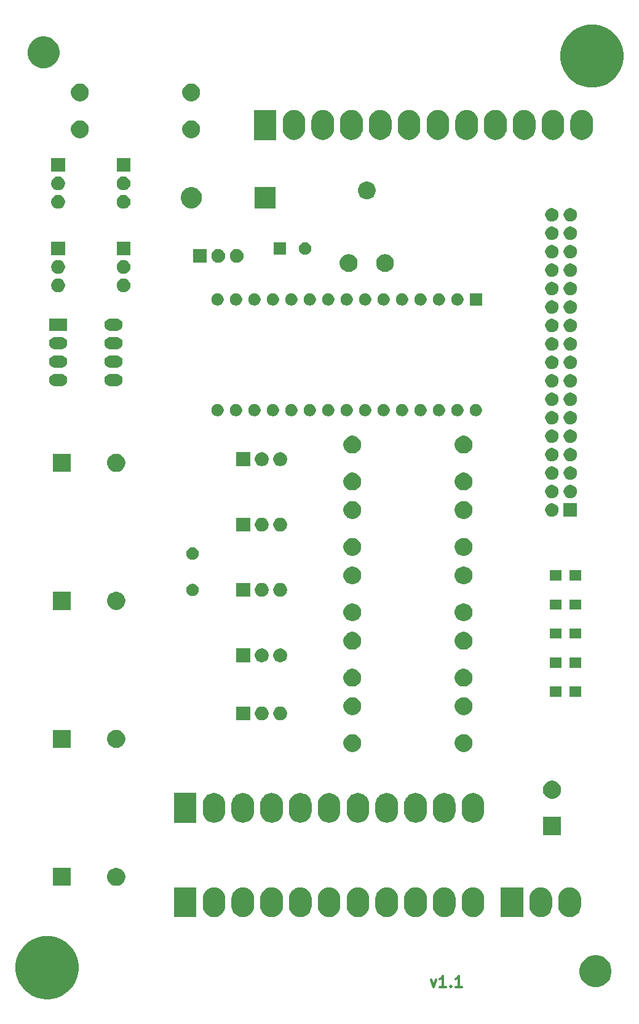
<source format=gts>
G04 #@! TF.GenerationSoftware,KiCad,Pcbnew,5.1.6*
G04 #@! TF.CreationDate,2020-06-05T14:17:58+02:00*
G04 #@! TF.ProjectId,afterglow_gi_nano_ps,61667465-7267-46c6-9f77-5f67695f6e61,rev?*
G04 #@! TF.SameCoordinates,Original*
G04 #@! TF.FileFunction,Soldermask,Top*
G04 #@! TF.FilePolarity,Negative*
%FSLAX46Y46*%
G04 Gerber Fmt 4.6, Leading zero omitted, Abs format (unit mm)*
G04 Created by KiCad (PCBNEW 5.1.6) date 2020-06-05 14:17:58*
%MOMM*%
%LPD*%
G01*
G04 APERTURE LIST*
%ADD10C,0.300000*%
%ADD11C,0.100000*%
G04 APERTURE END LIST*
D10*
X92857142Y-142678571D02*
X93214285Y-143678571D01*
X93571428Y-142678571D01*
X94928571Y-143678571D02*
X94071428Y-143678571D01*
X94500000Y-143678571D02*
X94500000Y-142178571D01*
X94357142Y-142392857D01*
X94214285Y-142535714D01*
X94071428Y-142607142D01*
X95571428Y-143535714D02*
X95642857Y-143607142D01*
X95571428Y-143678571D01*
X95500000Y-143607142D01*
X95571428Y-143535714D01*
X95571428Y-143678571D01*
X97071428Y-143678571D02*
X96214285Y-143678571D01*
X96642857Y-143678571D02*
X96642857Y-142178571D01*
X96500000Y-142392857D01*
X96357142Y-142535714D01*
X96214285Y-142607142D01*
D11*
G36*
X40548156Y-136672794D02*
G01*
X41269140Y-136816206D01*
X42060972Y-137144193D01*
X42773601Y-137620357D01*
X43379643Y-138226399D01*
X43855807Y-138939028D01*
X44183794Y-139730860D01*
X44351000Y-140571464D01*
X44351000Y-141428536D01*
X44183794Y-142269140D01*
X43855807Y-143060972D01*
X43379643Y-143773601D01*
X42773601Y-144379643D01*
X42060972Y-144855807D01*
X41269140Y-145183794D01*
X40548156Y-145327206D01*
X40428537Y-145351000D01*
X39571463Y-145351000D01*
X39451844Y-145327206D01*
X38730860Y-145183794D01*
X37939028Y-144855807D01*
X37226399Y-144379643D01*
X36620357Y-143773601D01*
X36144193Y-143060972D01*
X35816206Y-142269140D01*
X35649000Y-141428536D01*
X35649000Y-140571464D01*
X35816206Y-139730860D01*
X36144193Y-138939028D01*
X36620357Y-138226399D01*
X37226399Y-137620357D01*
X37939028Y-137144193D01*
X38730860Y-136816206D01*
X39451844Y-136672794D01*
X39571463Y-136649000D01*
X40428537Y-136649000D01*
X40548156Y-136672794D01*
G37*
G36*
X116142007Y-139383582D02*
G01*
X116542563Y-139549498D01*
X116542565Y-139549499D01*
X116903056Y-139790371D01*
X117209629Y-140096944D01*
X117450501Y-140457435D01*
X117450502Y-140457437D01*
X117616418Y-140857993D01*
X117701000Y-141283219D01*
X117701000Y-141716781D01*
X117616418Y-142142007D01*
X117450502Y-142542563D01*
X117450501Y-142542565D01*
X117209629Y-142903056D01*
X116903056Y-143209629D01*
X116542565Y-143450501D01*
X116542564Y-143450502D01*
X116542563Y-143450502D01*
X116142007Y-143616418D01*
X115716781Y-143701000D01*
X115283219Y-143701000D01*
X114857993Y-143616418D01*
X114457437Y-143450502D01*
X114457436Y-143450502D01*
X114457435Y-143450501D01*
X114096944Y-143209629D01*
X113790371Y-142903056D01*
X113549499Y-142542565D01*
X113549498Y-142542563D01*
X113383582Y-142142007D01*
X113299000Y-141716781D01*
X113299000Y-141283219D01*
X113383582Y-140857993D01*
X113549498Y-140457437D01*
X113549499Y-140457435D01*
X113790371Y-140096944D01*
X114096944Y-139790371D01*
X114457435Y-139549499D01*
X114457437Y-139549498D01*
X114857993Y-139383582D01*
X115283219Y-139299000D01*
X115716781Y-139299000D01*
X116142007Y-139383582D01*
G37*
G36*
X112228848Y-129971442D02*
G01*
X112521213Y-130060130D01*
X112521215Y-130060131D01*
X112790656Y-130204150D01*
X112790658Y-130204151D01*
X112790657Y-130204151D01*
X113026829Y-130397971D01*
X113114195Y-130504426D01*
X113220650Y-130634142D01*
X113364669Y-130903584D01*
X113364670Y-130903586D01*
X113453358Y-131195951D01*
X113475800Y-131423810D01*
X113475800Y-132576190D01*
X113453358Y-132804049D01*
X113364670Y-133096414D01*
X113364669Y-133096416D01*
X113220650Y-133365858D01*
X113026829Y-133602029D01*
X112790658Y-133795850D01*
X112521216Y-133939869D01*
X112521214Y-133939870D01*
X112228849Y-134028558D01*
X111924800Y-134058504D01*
X111620752Y-134028558D01*
X111328387Y-133939870D01*
X111328385Y-133939869D01*
X111058943Y-133795850D01*
X110822772Y-133602029D01*
X110628951Y-133365858D01*
X110484930Y-133096414D01*
X110396242Y-132804049D01*
X110373800Y-132576190D01*
X110373800Y-131423811D01*
X110396242Y-131195952D01*
X110484930Y-130903587D01*
X110628951Y-130634143D01*
X110822771Y-130397971D01*
X110929226Y-130310605D01*
X111058942Y-130204150D01*
X111328384Y-130060131D01*
X111328386Y-130060130D01*
X111620751Y-129971442D01*
X111924800Y-129941496D01*
X112228848Y-129971442D01*
G37*
G36*
X75153648Y-129971442D02*
G01*
X75446013Y-130060130D01*
X75446015Y-130060131D01*
X75715456Y-130204150D01*
X75715458Y-130204151D01*
X75715457Y-130204151D01*
X75951629Y-130397971D01*
X76038995Y-130504426D01*
X76145450Y-130634142D01*
X76289469Y-130903584D01*
X76289470Y-130903586D01*
X76378158Y-131195951D01*
X76400600Y-131423810D01*
X76400600Y-132576190D01*
X76378158Y-132804049D01*
X76289470Y-133096414D01*
X76289469Y-133096416D01*
X76145450Y-133365858D01*
X75951629Y-133602029D01*
X75715458Y-133795850D01*
X75446016Y-133939869D01*
X75446014Y-133939870D01*
X75153649Y-134028558D01*
X74849600Y-134058504D01*
X74545552Y-134028558D01*
X74253187Y-133939870D01*
X74253185Y-133939869D01*
X73983743Y-133795850D01*
X73747572Y-133602029D01*
X73553751Y-133365858D01*
X73409730Y-133096414D01*
X73321042Y-132804049D01*
X73298600Y-132576190D01*
X73298600Y-131423811D01*
X73321042Y-131195952D01*
X73409730Y-130903587D01*
X73553751Y-130634143D01*
X73747571Y-130397971D01*
X73854026Y-130310605D01*
X73983742Y-130204150D01*
X74253184Y-130060131D01*
X74253186Y-130060130D01*
X74545551Y-129971442D01*
X74849600Y-129941496D01*
X75153648Y-129971442D01*
G37*
G36*
X98925648Y-129971442D02*
G01*
X99218013Y-130060130D01*
X99218015Y-130060131D01*
X99487456Y-130204150D01*
X99487458Y-130204151D01*
X99487457Y-130204151D01*
X99723629Y-130397971D01*
X99810995Y-130504426D01*
X99917450Y-130634142D01*
X100061469Y-130903584D01*
X100061470Y-130903586D01*
X100150158Y-131195951D01*
X100172600Y-131423810D01*
X100172600Y-132576190D01*
X100150158Y-132804049D01*
X100061470Y-133096414D01*
X100061469Y-133096416D01*
X99917450Y-133365858D01*
X99723629Y-133602029D01*
X99487458Y-133795850D01*
X99218016Y-133939869D01*
X99218014Y-133939870D01*
X98925649Y-134028558D01*
X98621600Y-134058504D01*
X98317552Y-134028558D01*
X98025187Y-133939870D01*
X98025185Y-133939869D01*
X97755743Y-133795850D01*
X97519572Y-133602029D01*
X97325751Y-133365858D01*
X97181730Y-133096414D01*
X97093042Y-132804049D01*
X97070600Y-132576190D01*
X97070600Y-131423811D01*
X97093042Y-131195952D01*
X97181730Y-130903587D01*
X97325751Y-130634143D01*
X97519571Y-130397971D01*
X97626026Y-130310605D01*
X97755742Y-130204150D01*
X98025184Y-130060131D01*
X98025186Y-130060130D01*
X98317551Y-129971442D01*
X98621600Y-129941496D01*
X98925648Y-129971442D01*
G37*
G36*
X94965648Y-129971442D02*
G01*
X95258013Y-130060130D01*
X95258015Y-130060131D01*
X95527456Y-130204150D01*
X95527458Y-130204151D01*
X95527457Y-130204151D01*
X95763629Y-130397971D01*
X95850995Y-130504426D01*
X95957450Y-130634142D01*
X96101469Y-130903584D01*
X96101470Y-130903586D01*
X96190158Y-131195951D01*
X96212600Y-131423810D01*
X96212600Y-132576190D01*
X96190158Y-132804049D01*
X96101470Y-133096414D01*
X96101469Y-133096416D01*
X95957450Y-133365858D01*
X95763629Y-133602029D01*
X95527458Y-133795850D01*
X95258016Y-133939869D01*
X95258014Y-133939870D01*
X94965649Y-134028558D01*
X94661600Y-134058504D01*
X94357552Y-134028558D01*
X94065187Y-133939870D01*
X94065185Y-133939869D01*
X93795743Y-133795850D01*
X93559572Y-133602029D01*
X93365751Y-133365858D01*
X93221730Y-133096414D01*
X93133042Y-132804049D01*
X93110600Y-132576190D01*
X93110600Y-131423811D01*
X93133042Y-131195952D01*
X93221730Y-130903587D01*
X93365751Y-130634143D01*
X93559571Y-130397971D01*
X93666026Y-130310605D01*
X93795742Y-130204150D01*
X94065184Y-130060131D01*
X94065186Y-130060130D01*
X94357551Y-129971442D01*
X94661600Y-129941496D01*
X94965648Y-129971442D01*
G37*
G36*
X91003248Y-129971442D02*
G01*
X91295613Y-130060130D01*
X91295615Y-130060131D01*
X91565056Y-130204150D01*
X91565058Y-130204151D01*
X91565057Y-130204151D01*
X91801229Y-130397971D01*
X91888595Y-130504426D01*
X91995050Y-130634142D01*
X92139069Y-130903584D01*
X92139070Y-130903586D01*
X92227758Y-131195951D01*
X92250200Y-131423810D01*
X92250200Y-132576190D01*
X92227758Y-132804049D01*
X92139070Y-133096414D01*
X92139069Y-133096416D01*
X91995050Y-133365858D01*
X91801229Y-133602029D01*
X91565058Y-133795850D01*
X91295616Y-133939869D01*
X91295614Y-133939870D01*
X91003249Y-134028558D01*
X90699200Y-134058504D01*
X90395152Y-134028558D01*
X90102787Y-133939870D01*
X90102785Y-133939869D01*
X89833343Y-133795850D01*
X89597172Y-133602029D01*
X89403351Y-133365858D01*
X89259330Y-133096414D01*
X89170642Y-132804049D01*
X89148200Y-132576190D01*
X89148200Y-131423811D01*
X89170642Y-131195952D01*
X89259330Y-130903587D01*
X89403351Y-130634143D01*
X89597171Y-130397971D01*
X89703626Y-130310605D01*
X89833342Y-130204150D01*
X90102784Y-130060131D01*
X90102786Y-130060130D01*
X90395151Y-129971442D01*
X90699200Y-129941496D01*
X91003248Y-129971442D01*
G37*
G36*
X87040848Y-129971442D02*
G01*
X87333213Y-130060130D01*
X87333215Y-130060131D01*
X87602656Y-130204150D01*
X87602658Y-130204151D01*
X87602657Y-130204151D01*
X87838829Y-130397971D01*
X87926195Y-130504426D01*
X88032650Y-130634142D01*
X88176669Y-130903584D01*
X88176670Y-130903586D01*
X88265358Y-131195951D01*
X88287800Y-131423810D01*
X88287800Y-132576190D01*
X88265358Y-132804049D01*
X88176670Y-133096414D01*
X88176669Y-133096416D01*
X88032650Y-133365858D01*
X87838829Y-133602029D01*
X87602658Y-133795850D01*
X87333216Y-133939869D01*
X87333214Y-133939870D01*
X87040849Y-134028558D01*
X86736800Y-134058504D01*
X86432752Y-134028558D01*
X86140387Y-133939870D01*
X86140385Y-133939869D01*
X85870943Y-133795850D01*
X85634772Y-133602029D01*
X85440951Y-133365858D01*
X85296930Y-133096414D01*
X85208242Y-132804049D01*
X85185800Y-132576190D01*
X85185800Y-131423811D01*
X85208242Y-131195952D01*
X85296930Y-130903587D01*
X85440951Y-130634143D01*
X85634771Y-130397971D01*
X85741226Y-130310605D01*
X85870942Y-130204150D01*
X86140384Y-130060131D01*
X86140386Y-130060130D01*
X86432751Y-129971442D01*
X86736800Y-129941496D01*
X87040848Y-129971442D01*
G37*
G36*
X83078448Y-129971442D02*
G01*
X83370813Y-130060130D01*
X83370815Y-130060131D01*
X83640256Y-130204150D01*
X83640258Y-130204151D01*
X83640257Y-130204151D01*
X83876429Y-130397971D01*
X83963795Y-130504426D01*
X84070250Y-130634142D01*
X84214269Y-130903584D01*
X84214270Y-130903586D01*
X84302958Y-131195951D01*
X84325400Y-131423810D01*
X84325400Y-132576190D01*
X84302958Y-132804049D01*
X84214270Y-133096414D01*
X84214269Y-133096416D01*
X84070250Y-133365858D01*
X83876429Y-133602029D01*
X83640258Y-133795850D01*
X83370816Y-133939869D01*
X83370814Y-133939870D01*
X83078449Y-134028558D01*
X82774400Y-134058504D01*
X82470352Y-134028558D01*
X82177987Y-133939870D01*
X82177985Y-133939869D01*
X81908543Y-133795850D01*
X81672372Y-133602029D01*
X81478551Y-133365858D01*
X81334530Y-133096414D01*
X81245842Y-132804049D01*
X81223400Y-132576190D01*
X81223400Y-131423811D01*
X81245842Y-131195952D01*
X81334530Y-130903587D01*
X81478551Y-130634143D01*
X81672371Y-130397971D01*
X81778826Y-130310605D01*
X81908542Y-130204150D01*
X82177984Y-130060131D01*
X82177986Y-130060130D01*
X82470351Y-129971442D01*
X82774400Y-129941496D01*
X83078448Y-129971442D01*
G37*
G36*
X79116048Y-129971442D02*
G01*
X79408413Y-130060130D01*
X79408415Y-130060131D01*
X79677856Y-130204150D01*
X79677858Y-130204151D01*
X79677857Y-130204151D01*
X79914029Y-130397971D01*
X80001395Y-130504426D01*
X80107850Y-130634142D01*
X80251869Y-130903584D01*
X80251870Y-130903586D01*
X80340558Y-131195951D01*
X80363000Y-131423810D01*
X80363000Y-132576190D01*
X80340558Y-132804049D01*
X80251870Y-133096414D01*
X80251869Y-133096416D01*
X80107850Y-133365858D01*
X79914029Y-133602029D01*
X79677858Y-133795850D01*
X79408416Y-133939869D01*
X79408414Y-133939870D01*
X79116049Y-134028558D01*
X78812000Y-134058504D01*
X78507952Y-134028558D01*
X78215587Y-133939870D01*
X78215585Y-133939869D01*
X77946143Y-133795850D01*
X77709972Y-133602029D01*
X77516151Y-133365858D01*
X77372130Y-133096414D01*
X77283442Y-132804049D01*
X77261000Y-132576190D01*
X77261000Y-131423811D01*
X77283442Y-131195952D01*
X77372130Y-130903587D01*
X77516151Y-130634143D01*
X77709971Y-130397971D01*
X77816426Y-130310605D01*
X77946142Y-130204150D01*
X78215584Y-130060131D01*
X78215586Y-130060130D01*
X78507951Y-129971442D01*
X78812000Y-129941496D01*
X79116048Y-129971442D01*
G37*
G36*
X71191248Y-129971442D02*
G01*
X71483613Y-130060130D01*
X71483615Y-130060131D01*
X71753056Y-130204150D01*
X71753058Y-130204151D01*
X71753057Y-130204151D01*
X71989229Y-130397971D01*
X72076595Y-130504426D01*
X72183050Y-130634142D01*
X72327069Y-130903584D01*
X72327070Y-130903586D01*
X72415758Y-131195951D01*
X72438200Y-131423810D01*
X72438200Y-132576190D01*
X72415758Y-132804049D01*
X72327070Y-133096414D01*
X72327069Y-133096416D01*
X72183050Y-133365858D01*
X71989229Y-133602029D01*
X71753058Y-133795850D01*
X71483616Y-133939869D01*
X71483614Y-133939870D01*
X71191249Y-134028558D01*
X70887200Y-134058504D01*
X70583152Y-134028558D01*
X70290787Y-133939870D01*
X70290785Y-133939869D01*
X70021343Y-133795850D01*
X69785172Y-133602029D01*
X69591351Y-133365858D01*
X69447330Y-133096414D01*
X69358642Y-132804049D01*
X69336200Y-132576190D01*
X69336200Y-131423811D01*
X69358642Y-131195952D01*
X69447330Y-130903587D01*
X69591351Y-130634143D01*
X69785171Y-130397971D01*
X69891626Y-130310605D01*
X70021342Y-130204150D01*
X70290784Y-130060131D01*
X70290786Y-130060130D01*
X70583151Y-129971442D01*
X70887200Y-129941496D01*
X71191248Y-129971442D01*
G37*
G36*
X67228848Y-129971442D02*
G01*
X67521213Y-130060130D01*
X67521215Y-130060131D01*
X67790656Y-130204150D01*
X67790658Y-130204151D01*
X67790657Y-130204151D01*
X68026829Y-130397971D01*
X68114195Y-130504426D01*
X68220650Y-130634142D01*
X68364669Y-130903584D01*
X68364670Y-130903586D01*
X68453358Y-131195951D01*
X68475800Y-131423810D01*
X68475800Y-132576190D01*
X68453358Y-132804049D01*
X68364670Y-133096414D01*
X68364669Y-133096416D01*
X68220650Y-133365858D01*
X68026829Y-133602029D01*
X67790658Y-133795850D01*
X67521216Y-133939869D01*
X67521214Y-133939870D01*
X67228849Y-134028558D01*
X66924800Y-134058504D01*
X66620752Y-134028558D01*
X66328387Y-133939870D01*
X66328385Y-133939869D01*
X66058943Y-133795850D01*
X65822772Y-133602029D01*
X65628951Y-133365858D01*
X65484930Y-133096414D01*
X65396242Y-132804049D01*
X65373800Y-132576190D01*
X65373800Y-131423811D01*
X65396242Y-131195952D01*
X65484930Y-130903587D01*
X65628951Y-130634143D01*
X65822771Y-130397971D01*
X65929226Y-130310605D01*
X66058942Y-130204150D01*
X66328384Y-130060131D01*
X66328386Y-130060130D01*
X66620751Y-129971442D01*
X66924800Y-129941496D01*
X67228848Y-129971442D01*
G37*
G36*
X63266448Y-129971442D02*
G01*
X63558813Y-130060130D01*
X63558815Y-130060131D01*
X63828256Y-130204150D01*
X63828258Y-130204151D01*
X63828257Y-130204151D01*
X64064429Y-130397971D01*
X64151795Y-130504426D01*
X64258250Y-130634142D01*
X64402269Y-130903584D01*
X64402270Y-130903586D01*
X64490958Y-131195951D01*
X64513400Y-131423810D01*
X64513400Y-132576190D01*
X64490958Y-132804049D01*
X64402270Y-133096414D01*
X64402269Y-133096416D01*
X64258250Y-133365858D01*
X64064429Y-133602029D01*
X63828258Y-133795850D01*
X63558816Y-133939869D01*
X63558814Y-133939870D01*
X63266449Y-134028558D01*
X62962400Y-134058504D01*
X62658352Y-134028558D01*
X62365987Y-133939870D01*
X62365985Y-133939869D01*
X62096543Y-133795850D01*
X61860372Y-133602029D01*
X61666551Y-133365858D01*
X61522530Y-133096414D01*
X61433842Y-132804049D01*
X61411400Y-132576190D01*
X61411400Y-131423811D01*
X61433842Y-131195952D01*
X61522530Y-130903587D01*
X61666551Y-130634143D01*
X61860371Y-130397971D01*
X61966826Y-130310605D01*
X62096542Y-130204150D01*
X62365984Y-130060131D01*
X62365986Y-130060130D01*
X62658351Y-129971442D01*
X62962400Y-129941496D01*
X63266448Y-129971442D01*
G37*
G36*
X108266448Y-129971442D02*
G01*
X108558813Y-130060130D01*
X108558815Y-130060131D01*
X108828256Y-130204150D01*
X108828258Y-130204151D01*
X108828257Y-130204151D01*
X109064429Y-130397971D01*
X109151795Y-130504426D01*
X109258250Y-130634142D01*
X109402269Y-130903584D01*
X109402270Y-130903586D01*
X109490958Y-131195951D01*
X109513400Y-131423810D01*
X109513400Y-132576190D01*
X109490958Y-132804049D01*
X109402270Y-133096414D01*
X109402269Y-133096416D01*
X109258250Y-133365858D01*
X109064429Y-133602029D01*
X108828258Y-133795850D01*
X108558816Y-133939869D01*
X108558814Y-133939870D01*
X108266449Y-134028558D01*
X107962400Y-134058504D01*
X107658352Y-134028558D01*
X107365987Y-133939870D01*
X107365985Y-133939869D01*
X107096543Y-133795850D01*
X106860372Y-133602029D01*
X106666551Y-133365858D01*
X106522530Y-133096414D01*
X106433842Y-132804049D01*
X106411400Y-132576190D01*
X106411400Y-131423811D01*
X106433842Y-131195952D01*
X106522530Y-130903587D01*
X106666551Y-130634143D01*
X106860371Y-130397971D01*
X106966826Y-130310605D01*
X107096542Y-130204150D01*
X107365984Y-130060131D01*
X107365986Y-130060130D01*
X107658351Y-129971442D01*
X107962400Y-129941496D01*
X108266448Y-129971442D01*
G37*
G36*
X60551000Y-134051000D02*
G01*
X57449000Y-134051000D01*
X57449000Y-129949000D01*
X60551000Y-129949000D01*
X60551000Y-134051000D01*
G37*
G36*
X105551000Y-134051000D02*
G01*
X102449000Y-134051000D01*
X102449000Y-129949000D01*
X105551000Y-129949000D01*
X105551000Y-134051000D01*
G37*
G36*
X43251000Y-129751000D02*
G01*
X40749000Y-129751000D01*
X40749000Y-127249000D01*
X43251000Y-127249000D01*
X43251000Y-129751000D01*
G37*
G36*
X49864903Y-127297075D02*
G01*
X50092571Y-127391378D01*
X50297466Y-127528285D01*
X50471715Y-127702534D01*
X50608622Y-127907429D01*
X50702925Y-128135097D01*
X50751000Y-128376787D01*
X50751000Y-128623213D01*
X50702925Y-128864903D01*
X50608622Y-129092571D01*
X50471715Y-129297466D01*
X50297466Y-129471715D01*
X50092571Y-129608622D01*
X50092570Y-129608623D01*
X50092569Y-129608623D01*
X49864903Y-129702925D01*
X49623214Y-129751000D01*
X49376786Y-129751000D01*
X49135097Y-129702925D01*
X48907431Y-129608623D01*
X48907430Y-129608623D01*
X48907429Y-129608622D01*
X48702534Y-129471715D01*
X48528285Y-129297466D01*
X48391378Y-129092571D01*
X48297075Y-128864903D01*
X48249000Y-128623213D01*
X48249000Y-128376787D01*
X48297075Y-128135097D01*
X48391378Y-127907429D01*
X48528285Y-127702534D01*
X48702534Y-127528285D01*
X48907429Y-127391378D01*
X49135097Y-127297075D01*
X49376786Y-127249000D01*
X49623214Y-127249000D01*
X49864903Y-127297075D01*
G37*
G36*
X110751000Y-122751000D02*
G01*
X108249000Y-122751000D01*
X108249000Y-120249000D01*
X110751000Y-120249000D01*
X110751000Y-122751000D01*
G37*
G36*
X63266448Y-116971442D02*
G01*
X63558813Y-117060130D01*
X63558815Y-117060131D01*
X63828256Y-117204150D01*
X63828258Y-117204151D01*
X63828257Y-117204151D01*
X64064429Y-117397971D01*
X64124949Y-117471715D01*
X64258250Y-117634142D01*
X64402269Y-117903584D01*
X64402270Y-117903586D01*
X64490958Y-118195951D01*
X64513400Y-118423810D01*
X64513400Y-119576190D01*
X64490958Y-119804049D01*
X64402270Y-120096414D01*
X64402269Y-120096416D01*
X64258250Y-120365858D01*
X64064429Y-120602029D01*
X63828258Y-120795850D01*
X63558816Y-120939869D01*
X63558814Y-120939870D01*
X63266449Y-121028558D01*
X62962400Y-121058504D01*
X62658352Y-121028558D01*
X62365987Y-120939870D01*
X62365985Y-120939869D01*
X62096543Y-120795850D01*
X61860372Y-120602029D01*
X61666551Y-120365858D01*
X61522530Y-120096414D01*
X61433842Y-119804049D01*
X61411400Y-119576190D01*
X61411400Y-118423811D01*
X61433842Y-118195952D01*
X61522530Y-117903587D01*
X61522532Y-117903584D01*
X61666550Y-117634144D01*
X61696022Y-117598232D01*
X61860371Y-117397971D01*
X61982839Y-117297464D01*
X62096542Y-117204150D01*
X62365984Y-117060131D01*
X62365986Y-117060130D01*
X62658351Y-116971442D01*
X62962400Y-116941496D01*
X63266448Y-116971442D01*
G37*
G36*
X71191248Y-116971442D02*
G01*
X71483613Y-117060130D01*
X71483615Y-117060131D01*
X71753056Y-117204150D01*
X71753058Y-117204151D01*
X71753057Y-117204151D01*
X71989229Y-117397971D01*
X72049749Y-117471715D01*
X72183050Y-117634142D01*
X72327069Y-117903584D01*
X72327070Y-117903586D01*
X72415758Y-118195951D01*
X72438200Y-118423810D01*
X72438200Y-119576190D01*
X72415758Y-119804049D01*
X72327070Y-120096414D01*
X72327069Y-120096416D01*
X72183050Y-120365858D01*
X71989229Y-120602029D01*
X71753058Y-120795850D01*
X71483616Y-120939869D01*
X71483614Y-120939870D01*
X71191249Y-121028558D01*
X70887200Y-121058504D01*
X70583152Y-121028558D01*
X70290787Y-120939870D01*
X70290785Y-120939869D01*
X70021343Y-120795850D01*
X69785172Y-120602029D01*
X69591351Y-120365858D01*
X69447330Y-120096414D01*
X69358642Y-119804049D01*
X69336200Y-119576190D01*
X69336200Y-118423811D01*
X69358642Y-118195952D01*
X69447330Y-117903587D01*
X69447332Y-117903584D01*
X69591350Y-117634144D01*
X69620822Y-117598232D01*
X69785171Y-117397971D01*
X69907639Y-117297464D01*
X70021342Y-117204150D01*
X70290784Y-117060131D01*
X70290786Y-117060130D01*
X70583151Y-116971442D01*
X70887200Y-116941496D01*
X71191248Y-116971442D01*
G37*
G36*
X79116048Y-116971442D02*
G01*
X79408413Y-117060130D01*
X79408415Y-117060131D01*
X79677856Y-117204150D01*
X79677858Y-117204151D01*
X79677857Y-117204151D01*
X79914029Y-117397971D01*
X79974549Y-117471715D01*
X80107850Y-117634142D01*
X80251869Y-117903584D01*
X80251870Y-117903586D01*
X80340558Y-118195951D01*
X80363000Y-118423810D01*
X80363000Y-119576190D01*
X80340558Y-119804049D01*
X80251870Y-120096414D01*
X80251869Y-120096416D01*
X80107850Y-120365858D01*
X79914029Y-120602029D01*
X79677858Y-120795850D01*
X79408416Y-120939869D01*
X79408414Y-120939870D01*
X79116049Y-121028558D01*
X78812000Y-121058504D01*
X78507952Y-121028558D01*
X78215587Y-120939870D01*
X78215585Y-120939869D01*
X77946143Y-120795850D01*
X77709972Y-120602029D01*
X77516151Y-120365858D01*
X77372130Y-120096414D01*
X77283442Y-119804049D01*
X77261000Y-119576190D01*
X77261000Y-118423811D01*
X77283442Y-118195952D01*
X77372130Y-117903587D01*
X77372132Y-117903584D01*
X77516150Y-117634144D01*
X77545622Y-117598232D01*
X77709971Y-117397971D01*
X77832439Y-117297464D01*
X77946142Y-117204150D01*
X78215584Y-117060131D01*
X78215586Y-117060130D01*
X78507951Y-116971442D01*
X78812000Y-116941496D01*
X79116048Y-116971442D01*
G37*
G36*
X83078448Y-116971442D02*
G01*
X83370813Y-117060130D01*
X83370815Y-117060131D01*
X83640256Y-117204150D01*
X83640258Y-117204151D01*
X83640257Y-117204151D01*
X83876429Y-117397971D01*
X83936949Y-117471715D01*
X84070250Y-117634142D01*
X84214269Y-117903584D01*
X84214270Y-117903586D01*
X84302958Y-118195951D01*
X84325400Y-118423810D01*
X84325400Y-119576190D01*
X84302958Y-119804049D01*
X84214270Y-120096414D01*
X84214269Y-120096416D01*
X84070250Y-120365858D01*
X83876429Y-120602029D01*
X83640258Y-120795850D01*
X83370816Y-120939869D01*
X83370814Y-120939870D01*
X83078449Y-121028558D01*
X82774400Y-121058504D01*
X82470352Y-121028558D01*
X82177987Y-120939870D01*
X82177985Y-120939869D01*
X81908543Y-120795850D01*
X81672372Y-120602029D01*
X81478551Y-120365858D01*
X81334530Y-120096414D01*
X81245842Y-119804049D01*
X81223400Y-119576190D01*
X81223400Y-118423811D01*
X81245842Y-118195952D01*
X81334530Y-117903587D01*
X81334532Y-117903584D01*
X81478550Y-117634144D01*
X81508022Y-117598232D01*
X81672371Y-117397971D01*
X81794839Y-117297464D01*
X81908542Y-117204150D01*
X82177984Y-117060131D01*
X82177986Y-117060130D01*
X82470351Y-116971442D01*
X82774400Y-116941496D01*
X83078448Y-116971442D01*
G37*
G36*
X87040848Y-116971442D02*
G01*
X87333213Y-117060130D01*
X87333215Y-117060131D01*
X87602656Y-117204150D01*
X87602658Y-117204151D01*
X87602657Y-117204151D01*
X87838829Y-117397971D01*
X87899349Y-117471715D01*
X88032650Y-117634142D01*
X88176669Y-117903584D01*
X88176670Y-117903586D01*
X88265358Y-118195951D01*
X88287800Y-118423810D01*
X88287800Y-119576190D01*
X88265358Y-119804049D01*
X88176670Y-120096414D01*
X88176669Y-120096416D01*
X88032650Y-120365858D01*
X87838829Y-120602029D01*
X87602658Y-120795850D01*
X87333216Y-120939869D01*
X87333214Y-120939870D01*
X87040849Y-121028558D01*
X86736800Y-121058504D01*
X86432752Y-121028558D01*
X86140387Y-120939870D01*
X86140385Y-120939869D01*
X85870943Y-120795850D01*
X85634772Y-120602029D01*
X85440951Y-120365858D01*
X85296930Y-120096414D01*
X85208242Y-119804049D01*
X85185800Y-119576190D01*
X85185800Y-118423811D01*
X85208242Y-118195952D01*
X85296930Y-117903587D01*
X85296932Y-117903584D01*
X85440950Y-117634144D01*
X85470422Y-117598232D01*
X85634771Y-117397971D01*
X85757239Y-117297464D01*
X85870942Y-117204150D01*
X86140384Y-117060131D01*
X86140386Y-117060130D01*
X86432751Y-116971442D01*
X86736800Y-116941496D01*
X87040848Y-116971442D01*
G37*
G36*
X94965648Y-116971442D02*
G01*
X95258013Y-117060130D01*
X95258015Y-117060131D01*
X95527456Y-117204150D01*
X95527458Y-117204151D01*
X95527457Y-117204151D01*
X95763629Y-117397971D01*
X95824149Y-117471715D01*
X95957450Y-117634142D01*
X96101469Y-117903584D01*
X96101470Y-117903586D01*
X96190158Y-118195951D01*
X96212600Y-118423810D01*
X96212600Y-119576190D01*
X96190158Y-119804049D01*
X96101470Y-120096414D01*
X96101469Y-120096416D01*
X95957450Y-120365858D01*
X95763629Y-120602029D01*
X95527458Y-120795850D01*
X95258016Y-120939869D01*
X95258014Y-120939870D01*
X94965649Y-121028558D01*
X94661600Y-121058504D01*
X94357552Y-121028558D01*
X94065187Y-120939870D01*
X94065185Y-120939869D01*
X93795743Y-120795850D01*
X93559572Y-120602029D01*
X93365751Y-120365858D01*
X93221730Y-120096414D01*
X93133042Y-119804049D01*
X93110600Y-119576190D01*
X93110600Y-118423811D01*
X93133042Y-118195952D01*
X93221730Y-117903587D01*
X93221732Y-117903584D01*
X93365750Y-117634144D01*
X93395222Y-117598232D01*
X93559571Y-117397971D01*
X93682039Y-117297464D01*
X93795742Y-117204150D01*
X94065184Y-117060131D01*
X94065186Y-117060130D01*
X94357551Y-116971442D01*
X94661600Y-116941496D01*
X94965648Y-116971442D01*
G37*
G36*
X98925648Y-116971442D02*
G01*
X99218013Y-117060130D01*
X99218015Y-117060131D01*
X99487456Y-117204150D01*
X99487458Y-117204151D01*
X99487457Y-117204151D01*
X99723629Y-117397971D01*
X99784149Y-117471715D01*
X99917450Y-117634142D01*
X100061469Y-117903584D01*
X100061470Y-117903586D01*
X100150158Y-118195951D01*
X100172600Y-118423810D01*
X100172600Y-119576190D01*
X100150158Y-119804049D01*
X100061470Y-120096414D01*
X100061469Y-120096416D01*
X99917450Y-120365858D01*
X99723629Y-120602029D01*
X99487458Y-120795850D01*
X99218016Y-120939869D01*
X99218014Y-120939870D01*
X98925649Y-121028558D01*
X98621600Y-121058504D01*
X98317552Y-121028558D01*
X98025187Y-120939870D01*
X98025185Y-120939869D01*
X97755743Y-120795850D01*
X97519572Y-120602029D01*
X97325751Y-120365858D01*
X97181730Y-120096414D01*
X97093042Y-119804049D01*
X97070600Y-119576190D01*
X97070600Y-118423811D01*
X97093042Y-118195952D01*
X97181730Y-117903587D01*
X97181732Y-117903584D01*
X97325750Y-117634144D01*
X97355222Y-117598232D01*
X97519571Y-117397971D01*
X97642039Y-117297464D01*
X97755742Y-117204150D01*
X98025184Y-117060131D01*
X98025186Y-117060130D01*
X98317551Y-116971442D01*
X98621600Y-116941496D01*
X98925648Y-116971442D01*
G37*
G36*
X67228848Y-116971442D02*
G01*
X67521213Y-117060130D01*
X67521215Y-117060131D01*
X67790656Y-117204150D01*
X67790658Y-117204151D01*
X67790657Y-117204151D01*
X68026829Y-117397971D01*
X68087349Y-117471715D01*
X68220650Y-117634142D01*
X68364669Y-117903584D01*
X68364670Y-117903586D01*
X68453358Y-118195951D01*
X68475800Y-118423810D01*
X68475800Y-119576190D01*
X68453358Y-119804049D01*
X68364670Y-120096414D01*
X68364669Y-120096416D01*
X68220650Y-120365858D01*
X68026829Y-120602029D01*
X67790658Y-120795850D01*
X67521216Y-120939869D01*
X67521214Y-120939870D01*
X67228849Y-121028558D01*
X66924800Y-121058504D01*
X66620752Y-121028558D01*
X66328387Y-120939870D01*
X66328385Y-120939869D01*
X66058943Y-120795850D01*
X65822772Y-120602029D01*
X65628951Y-120365858D01*
X65484930Y-120096414D01*
X65396242Y-119804049D01*
X65373800Y-119576190D01*
X65373800Y-118423811D01*
X65396242Y-118195952D01*
X65484930Y-117903587D01*
X65484932Y-117903584D01*
X65628950Y-117634144D01*
X65658422Y-117598232D01*
X65822771Y-117397971D01*
X65945239Y-117297464D01*
X66058942Y-117204150D01*
X66328384Y-117060131D01*
X66328386Y-117060130D01*
X66620751Y-116971442D01*
X66924800Y-116941496D01*
X67228848Y-116971442D01*
G37*
G36*
X75153648Y-116971442D02*
G01*
X75446013Y-117060130D01*
X75446015Y-117060131D01*
X75715456Y-117204150D01*
X75715458Y-117204151D01*
X75715457Y-117204151D01*
X75951629Y-117397971D01*
X76012149Y-117471715D01*
X76145450Y-117634142D01*
X76289469Y-117903584D01*
X76289470Y-117903586D01*
X76378158Y-118195951D01*
X76400600Y-118423810D01*
X76400600Y-119576190D01*
X76378158Y-119804049D01*
X76289470Y-120096414D01*
X76289469Y-120096416D01*
X76145450Y-120365858D01*
X75951629Y-120602029D01*
X75715458Y-120795850D01*
X75446016Y-120939869D01*
X75446014Y-120939870D01*
X75153649Y-121028558D01*
X74849600Y-121058504D01*
X74545552Y-121028558D01*
X74253187Y-120939870D01*
X74253185Y-120939869D01*
X73983743Y-120795850D01*
X73747572Y-120602029D01*
X73553751Y-120365858D01*
X73409730Y-120096414D01*
X73321042Y-119804049D01*
X73298600Y-119576190D01*
X73298600Y-118423811D01*
X73321042Y-118195952D01*
X73409730Y-117903587D01*
X73409732Y-117903584D01*
X73553750Y-117634144D01*
X73583222Y-117598232D01*
X73747571Y-117397971D01*
X73870039Y-117297464D01*
X73983742Y-117204150D01*
X74253184Y-117060131D01*
X74253186Y-117060130D01*
X74545551Y-116971442D01*
X74849600Y-116941496D01*
X75153648Y-116971442D01*
G37*
G36*
X91003248Y-116971442D02*
G01*
X91295613Y-117060130D01*
X91295615Y-117060131D01*
X91565056Y-117204150D01*
X91565058Y-117204151D01*
X91565057Y-117204151D01*
X91801229Y-117397971D01*
X91861749Y-117471715D01*
X91995050Y-117634142D01*
X92139069Y-117903584D01*
X92139070Y-117903586D01*
X92227758Y-118195951D01*
X92250200Y-118423810D01*
X92250200Y-119576190D01*
X92227758Y-119804049D01*
X92139070Y-120096414D01*
X92139069Y-120096416D01*
X91995050Y-120365858D01*
X91801229Y-120602029D01*
X91565058Y-120795850D01*
X91295616Y-120939869D01*
X91295614Y-120939870D01*
X91003249Y-121028558D01*
X90699200Y-121058504D01*
X90395152Y-121028558D01*
X90102787Y-120939870D01*
X90102785Y-120939869D01*
X89833343Y-120795850D01*
X89597172Y-120602029D01*
X89403351Y-120365858D01*
X89259330Y-120096414D01*
X89170642Y-119804049D01*
X89148200Y-119576190D01*
X89148200Y-118423811D01*
X89170642Y-118195952D01*
X89259330Y-117903587D01*
X89259332Y-117903584D01*
X89403350Y-117634144D01*
X89432822Y-117598232D01*
X89597171Y-117397971D01*
X89719639Y-117297464D01*
X89833342Y-117204150D01*
X90102784Y-117060131D01*
X90102786Y-117060130D01*
X90395151Y-116971442D01*
X90699200Y-116941496D01*
X91003248Y-116971442D01*
G37*
G36*
X60551000Y-121051000D02*
G01*
X57449000Y-121051000D01*
X57449000Y-116949000D01*
X60551000Y-116949000D01*
X60551000Y-121051000D01*
G37*
G36*
X109864903Y-115297075D02*
G01*
X110092571Y-115391378D01*
X110297466Y-115528285D01*
X110471715Y-115702534D01*
X110471716Y-115702536D01*
X110608623Y-115907431D01*
X110702925Y-116135097D01*
X110751000Y-116376786D01*
X110751000Y-116623214D01*
X110702925Y-116864903D01*
X110622060Y-117060130D01*
X110608622Y-117092571D01*
X110471715Y-117297466D01*
X110297466Y-117471715D01*
X110092571Y-117608622D01*
X110092570Y-117608623D01*
X110092569Y-117608623D01*
X109864903Y-117702925D01*
X109623214Y-117751000D01*
X109376786Y-117751000D01*
X109135097Y-117702925D01*
X108907431Y-117608623D01*
X108907430Y-117608623D01*
X108907429Y-117608622D01*
X108702534Y-117471715D01*
X108528285Y-117297466D01*
X108391378Y-117092571D01*
X108377941Y-117060130D01*
X108297075Y-116864903D01*
X108249000Y-116623214D01*
X108249000Y-116376786D01*
X108297075Y-116135097D01*
X108391377Y-115907431D01*
X108528284Y-115702536D01*
X108528285Y-115702534D01*
X108702534Y-115528285D01*
X108907429Y-115391378D01*
X109135097Y-115297075D01*
X109376786Y-115249000D01*
X109623214Y-115249000D01*
X109864903Y-115297075D01*
G37*
G36*
X97677610Y-108901114D02*
G01*
X97900727Y-108993532D01*
X97900729Y-108993533D01*
X97951269Y-109027303D01*
X98101529Y-109127703D01*
X98272297Y-109298471D01*
X98406468Y-109499273D01*
X98498886Y-109722390D01*
X98546000Y-109959248D01*
X98546000Y-110200752D01*
X98498886Y-110437610D01*
X98406468Y-110660727D01*
X98272297Y-110861529D01*
X98101529Y-111032297D01*
X97951269Y-111132697D01*
X97900729Y-111166467D01*
X97900728Y-111166468D01*
X97900727Y-111166468D01*
X97677610Y-111258886D01*
X97440752Y-111306000D01*
X97199248Y-111306000D01*
X96962390Y-111258886D01*
X96739273Y-111166468D01*
X96739272Y-111166468D01*
X96739271Y-111166467D01*
X96688731Y-111132697D01*
X96538471Y-111032297D01*
X96367703Y-110861529D01*
X96233532Y-110660727D01*
X96141114Y-110437610D01*
X96094000Y-110200752D01*
X96094000Y-109959248D01*
X96141114Y-109722390D01*
X96233532Y-109499273D01*
X96367703Y-109298471D01*
X96538471Y-109127703D01*
X96688731Y-109027303D01*
X96739271Y-108993533D01*
X96739273Y-108993532D01*
X96962390Y-108901114D01*
X97199248Y-108854000D01*
X97440752Y-108854000D01*
X97677610Y-108901114D01*
G37*
G36*
X82357610Y-108901114D02*
G01*
X82580727Y-108993532D01*
X82580729Y-108993533D01*
X82631269Y-109027303D01*
X82781529Y-109127703D01*
X82952297Y-109298471D01*
X83086468Y-109499273D01*
X83178886Y-109722390D01*
X83226000Y-109959248D01*
X83226000Y-110200752D01*
X83178886Y-110437610D01*
X83086468Y-110660727D01*
X82952297Y-110861529D01*
X82781529Y-111032297D01*
X82631269Y-111132697D01*
X82580729Y-111166467D01*
X82580728Y-111166468D01*
X82580727Y-111166468D01*
X82357610Y-111258886D01*
X82120752Y-111306000D01*
X81879248Y-111306000D01*
X81642390Y-111258886D01*
X81419273Y-111166468D01*
X81419272Y-111166468D01*
X81419271Y-111166467D01*
X81368731Y-111132697D01*
X81218471Y-111032297D01*
X81047703Y-110861529D01*
X80913532Y-110660727D01*
X80821114Y-110437610D01*
X80774000Y-110200752D01*
X80774000Y-109959248D01*
X80821114Y-109722390D01*
X80913532Y-109499273D01*
X81047703Y-109298471D01*
X81218471Y-109127703D01*
X81368731Y-109027303D01*
X81419271Y-108993533D01*
X81419273Y-108993532D01*
X81642390Y-108901114D01*
X81879248Y-108854000D01*
X82120752Y-108854000D01*
X82357610Y-108901114D01*
G37*
G36*
X49864903Y-108297075D02*
G01*
X50092571Y-108391378D01*
X50297466Y-108528285D01*
X50471715Y-108702534D01*
X50608622Y-108907429D01*
X50702925Y-109135097D01*
X50751000Y-109376787D01*
X50751000Y-109623213D01*
X50702925Y-109864903D01*
X50608622Y-110092571D01*
X50471715Y-110297466D01*
X50297466Y-110471715D01*
X50092571Y-110608622D01*
X50092570Y-110608623D01*
X50092569Y-110608623D01*
X49864903Y-110702925D01*
X49623214Y-110751000D01*
X49376786Y-110751000D01*
X49135097Y-110702925D01*
X48907431Y-110608623D01*
X48907430Y-110608623D01*
X48907429Y-110608622D01*
X48702534Y-110471715D01*
X48528285Y-110297466D01*
X48391378Y-110092571D01*
X48297075Y-109864903D01*
X48249000Y-109623213D01*
X48249000Y-109376787D01*
X48297075Y-109135097D01*
X48391378Y-108907429D01*
X48528285Y-108702534D01*
X48702534Y-108528285D01*
X48907429Y-108391378D01*
X49135097Y-108297075D01*
X49376786Y-108249000D01*
X49623214Y-108249000D01*
X49864903Y-108297075D01*
G37*
G36*
X43251000Y-110751000D02*
G01*
X40749000Y-110751000D01*
X40749000Y-108249000D01*
X43251000Y-108249000D01*
X43251000Y-110751000D01*
G37*
G36*
X67951000Y-106951000D02*
G01*
X66049000Y-106951000D01*
X66049000Y-105049000D01*
X67951000Y-105049000D01*
X67951000Y-106951000D01*
G37*
G36*
X69817395Y-105085546D02*
G01*
X69990466Y-105157234D01*
X69990467Y-105157235D01*
X70146227Y-105261310D01*
X70278690Y-105393773D01*
X70278691Y-105393775D01*
X70382766Y-105549534D01*
X70454454Y-105722605D01*
X70491000Y-105906333D01*
X70491000Y-106093667D01*
X70454454Y-106277395D01*
X70382766Y-106450466D01*
X70382765Y-106450467D01*
X70278690Y-106606227D01*
X70146227Y-106738690D01*
X70067818Y-106791081D01*
X69990466Y-106842766D01*
X69817395Y-106914454D01*
X69633667Y-106951000D01*
X69446333Y-106951000D01*
X69262605Y-106914454D01*
X69089534Y-106842766D01*
X69012182Y-106791081D01*
X68933773Y-106738690D01*
X68801310Y-106606227D01*
X68697235Y-106450467D01*
X68697234Y-106450466D01*
X68625546Y-106277395D01*
X68589000Y-106093667D01*
X68589000Y-105906333D01*
X68625546Y-105722605D01*
X68697234Y-105549534D01*
X68801309Y-105393775D01*
X68801310Y-105393773D01*
X68933773Y-105261310D01*
X69089533Y-105157235D01*
X69089534Y-105157234D01*
X69262605Y-105085546D01*
X69446333Y-105049000D01*
X69633667Y-105049000D01*
X69817395Y-105085546D01*
G37*
G36*
X72357395Y-105085546D02*
G01*
X72530466Y-105157234D01*
X72530467Y-105157235D01*
X72686227Y-105261310D01*
X72818690Y-105393773D01*
X72818691Y-105393775D01*
X72922766Y-105549534D01*
X72994454Y-105722605D01*
X73031000Y-105906333D01*
X73031000Y-106093667D01*
X72994454Y-106277395D01*
X72922766Y-106450466D01*
X72922765Y-106450467D01*
X72818690Y-106606227D01*
X72686227Y-106738690D01*
X72607818Y-106791081D01*
X72530466Y-106842766D01*
X72357395Y-106914454D01*
X72173667Y-106951000D01*
X71986333Y-106951000D01*
X71802605Y-106914454D01*
X71629534Y-106842766D01*
X71552182Y-106791081D01*
X71473773Y-106738690D01*
X71341310Y-106606227D01*
X71237235Y-106450467D01*
X71237234Y-106450466D01*
X71165546Y-106277395D01*
X71129000Y-106093667D01*
X71129000Y-105906333D01*
X71165546Y-105722605D01*
X71237234Y-105549534D01*
X71341309Y-105393775D01*
X71341310Y-105393773D01*
X71473773Y-105261310D01*
X71629533Y-105157235D01*
X71629534Y-105157234D01*
X71802605Y-105085546D01*
X71986333Y-105049000D01*
X72173667Y-105049000D01*
X72357395Y-105085546D01*
G37*
G36*
X82357610Y-103821114D02*
G01*
X82580727Y-103913532D01*
X82580729Y-103913533D01*
X82631269Y-103947303D01*
X82781529Y-104047703D01*
X82952297Y-104218471D01*
X83086468Y-104419273D01*
X83178886Y-104642390D01*
X83226000Y-104879248D01*
X83226000Y-105120752D01*
X83178886Y-105357610D01*
X83086468Y-105580727D01*
X82952297Y-105781529D01*
X82781529Y-105952297D01*
X82631269Y-106052697D01*
X82580729Y-106086467D01*
X82580728Y-106086468D01*
X82580727Y-106086468D01*
X82357610Y-106178886D01*
X82120752Y-106226000D01*
X81879248Y-106226000D01*
X81642390Y-106178886D01*
X81419273Y-106086468D01*
X81419272Y-106086468D01*
X81419271Y-106086467D01*
X81368731Y-106052697D01*
X81218471Y-105952297D01*
X81047703Y-105781529D01*
X80913532Y-105580727D01*
X80821114Y-105357610D01*
X80774000Y-105120752D01*
X80774000Y-104879248D01*
X80821114Y-104642390D01*
X80913532Y-104419273D01*
X81047703Y-104218471D01*
X81218471Y-104047703D01*
X81368731Y-103947303D01*
X81419271Y-103913533D01*
X81419273Y-103913532D01*
X81642390Y-103821114D01*
X81879248Y-103774000D01*
X82120752Y-103774000D01*
X82357610Y-103821114D01*
G37*
G36*
X97677610Y-103821114D02*
G01*
X97900727Y-103913532D01*
X97900729Y-103913533D01*
X97951269Y-103947303D01*
X98101529Y-104047703D01*
X98272297Y-104218471D01*
X98406468Y-104419273D01*
X98498886Y-104642390D01*
X98546000Y-104879248D01*
X98546000Y-105120752D01*
X98498886Y-105357610D01*
X98406468Y-105580727D01*
X98272297Y-105781529D01*
X98101529Y-105952297D01*
X97951269Y-106052697D01*
X97900729Y-106086467D01*
X97900728Y-106086468D01*
X97900727Y-106086468D01*
X97677610Y-106178886D01*
X97440752Y-106226000D01*
X97199248Y-106226000D01*
X96962390Y-106178886D01*
X96739273Y-106086468D01*
X96739272Y-106086468D01*
X96739271Y-106086467D01*
X96688731Y-106052697D01*
X96538471Y-105952297D01*
X96367703Y-105781529D01*
X96233532Y-105580727D01*
X96141114Y-105357610D01*
X96094000Y-105120752D01*
X96094000Y-104879248D01*
X96141114Y-104642390D01*
X96233532Y-104419273D01*
X96367703Y-104218471D01*
X96538471Y-104047703D01*
X96688731Y-103947303D01*
X96739271Y-103913533D01*
X96739273Y-103913532D01*
X96962390Y-103821114D01*
X97199248Y-103774000D01*
X97440752Y-103774000D01*
X97677610Y-103821114D01*
G37*
G36*
X110801000Y-103701000D02*
G01*
X109199000Y-103701000D01*
X109199000Y-102299000D01*
X110801000Y-102299000D01*
X110801000Y-103701000D01*
G37*
G36*
X113501000Y-103701000D02*
G01*
X111899000Y-103701000D01*
X111899000Y-102299000D01*
X113501000Y-102299000D01*
X113501000Y-103701000D01*
G37*
G36*
X82357610Y-99901114D02*
G01*
X82580727Y-99993532D01*
X82580729Y-99993533D01*
X82631269Y-100027303D01*
X82781529Y-100127703D01*
X82952297Y-100298471D01*
X83086468Y-100499273D01*
X83178886Y-100722390D01*
X83226000Y-100959248D01*
X83226000Y-101200752D01*
X83178886Y-101437610D01*
X83086468Y-101660727D01*
X82952297Y-101861529D01*
X82781529Y-102032297D01*
X82631269Y-102132697D01*
X82580729Y-102166467D01*
X82580728Y-102166468D01*
X82580727Y-102166468D01*
X82357610Y-102258886D01*
X82120752Y-102306000D01*
X81879248Y-102306000D01*
X81642390Y-102258886D01*
X81419273Y-102166468D01*
X81419272Y-102166468D01*
X81419271Y-102166467D01*
X81368731Y-102132697D01*
X81218471Y-102032297D01*
X81047703Y-101861529D01*
X80913532Y-101660727D01*
X80821114Y-101437610D01*
X80774000Y-101200752D01*
X80774000Y-100959248D01*
X80821114Y-100722390D01*
X80913532Y-100499273D01*
X81047703Y-100298471D01*
X81218471Y-100127703D01*
X81368731Y-100027303D01*
X81419271Y-99993533D01*
X81419273Y-99993532D01*
X81642390Y-99901114D01*
X81879248Y-99854000D01*
X82120752Y-99854000D01*
X82357610Y-99901114D01*
G37*
G36*
X97677610Y-99901114D02*
G01*
X97900727Y-99993532D01*
X97900729Y-99993533D01*
X97951269Y-100027303D01*
X98101529Y-100127703D01*
X98272297Y-100298471D01*
X98406468Y-100499273D01*
X98498886Y-100722390D01*
X98546000Y-100959248D01*
X98546000Y-101200752D01*
X98498886Y-101437610D01*
X98406468Y-101660727D01*
X98272297Y-101861529D01*
X98101529Y-102032297D01*
X97951269Y-102132697D01*
X97900729Y-102166467D01*
X97900728Y-102166468D01*
X97900727Y-102166468D01*
X97677610Y-102258886D01*
X97440752Y-102306000D01*
X97199248Y-102306000D01*
X96962390Y-102258886D01*
X96739273Y-102166468D01*
X96739272Y-102166468D01*
X96739271Y-102166467D01*
X96688731Y-102132697D01*
X96538471Y-102032297D01*
X96367703Y-101861529D01*
X96233532Y-101660727D01*
X96141114Y-101437610D01*
X96094000Y-101200752D01*
X96094000Y-100959248D01*
X96141114Y-100722390D01*
X96233532Y-100499273D01*
X96367703Y-100298471D01*
X96538471Y-100127703D01*
X96688731Y-100027303D01*
X96739271Y-99993533D01*
X96739273Y-99993532D01*
X96962390Y-99901114D01*
X97199248Y-99854000D01*
X97440752Y-99854000D01*
X97677610Y-99901114D01*
G37*
G36*
X110801000Y-99701000D02*
G01*
X109199000Y-99701000D01*
X109199000Y-98299000D01*
X110801000Y-98299000D01*
X110801000Y-99701000D01*
G37*
G36*
X113501000Y-99701000D02*
G01*
X111899000Y-99701000D01*
X111899000Y-98299000D01*
X113501000Y-98299000D01*
X113501000Y-99701000D01*
G37*
G36*
X67951000Y-98951000D02*
G01*
X66049000Y-98951000D01*
X66049000Y-97049000D01*
X67951000Y-97049000D01*
X67951000Y-98951000D01*
G37*
G36*
X69817395Y-97085546D02*
G01*
X69990466Y-97157234D01*
X69990467Y-97157235D01*
X70146227Y-97261310D01*
X70278690Y-97393773D01*
X70278691Y-97393775D01*
X70382766Y-97549534D01*
X70454454Y-97722605D01*
X70491000Y-97906333D01*
X70491000Y-98093667D01*
X70454454Y-98277395D01*
X70382766Y-98450466D01*
X70382765Y-98450467D01*
X70278690Y-98606227D01*
X70146227Y-98738690D01*
X70067818Y-98791081D01*
X69990466Y-98842766D01*
X69817395Y-98914454D01*
X69633667Y-98951000D01*
X69446333Y-98951000D01*
X69262605Y-98914454D01*
X69089534Y-98842766D01*
X69012182Y-98791081D01*
X68933773Y-98738690D01*
X68801310Y-98606227D01*
X68697235Y-98450467D01*
X68697234Y-98450466D01*
X68625546Y-98277395D01*
X68589000Y-98093667D01*
X68589000Y-97906333D01*
X68625546Y-97722605D01*
X68697234Y-97549534D01*
X68801309Y-97393775D01*
X68801310Y-97393773D01*
X68933773Y-97261310D01*
X69089533Y-97157235D01*
X69089534Y-97157234D01*
X69262605Y-97085546D01*
X69446333Y-97049000D01*
X69633667Y-97049000D01*
X69817395Y-97085546D01*
G37*
G36*
X72357395Y-97085546D02*
G01*
X72530466Y-97157234D01*
X72530467Y-97157235D01*
X72686227Y-97261310D01*
X72818690Y-97393773D01*
X72818691Y-97393775D01*
X72922766Y-97549534D01*
X72994454Y-97722605D01*
X73031000Y-97906333D01*
X73031000Y-98093667D01*
X72994454Y-98277395D01*
X72922766Y-98450466D01*
X72922765Y-98450467D01*
X72818690Y-98606227D01*
X72686227Y-98738690D01*
X72607818Y-98791081D01*
X72530466Y-98842766D01*
X72357395Y-98914454D01*
X72173667Y-98951000D01*
X71986333Y-98951000D01*
X71802605Y-98914454D01*
X71629534Y-98842766D01*
X71552182Y-98791081D01*
X71473773Y-98738690D01*
X71341310Y-98606227D01*
X71237235Y-98450467D01*
X71237234Y-98450466D01*
X71165546Y-98277395D01*
X71129000Y-98093667D01*
X71129000Y-97906333D01*
X71165546Y-97722605D01*
X71237234Y-97549534D01*
X71341309Y-97393775D01*
X71341310Y-97393773D01*
X71473773Y-97261310D01*
X71629533Y-97157235D01*
X71629534Y-97157234D01*
X71802605Y-97085546D01*
X71986333Y-97049000D01*
X72173667Y-97049000D01*
X72357395Y-97085546D01*
G37*
G36*
X82357610Y-94821114D02*
G01*
X82580727Y-94913532D01*
X82580729Y-94913533D01*
X82631269Y-94947303D01*
X82781529Y-95047703D01*
X82952297Y-95218471D01*
X83086468Y-95419273D01*
X83178886Y-95642390D01*
X83226000Y-95879248D01*
X83226000Y-96120752D01*
X83178886Y-96357610D01*
X83086468Y-96580727D01*
X82952297Y-96781529D01*
X82781529Y-96952297D01*
X82636802Y-97049000D01*
X82580729Y-97086467D01*
X82580728Y-97086468D01*
X82580727Y-97086468D01*
X82357610Y-97178886D01*
X82120752Y-97226000D01*
X81879248Y-97226000D01*
X81642390Y-97178886D01*
X81419273Y-97086468D01*
X81419272Y-97086468D01*
X81419271Y-97086467D01*
X81363198Y-97049000D01*
X81218471Y-96952297D01*
X81047703Y-96781529D01*
X80913532Y-96580727D01*
X80821114Y-96357610D01*
X80774000Y-96120752D01*
X80774000Y-95879248D01*
X80821114Y-95642390D01*
X80913532Y-95419273D01*
X81047703Y-95218471D01*
X81218471Y-95047703D01*
X81368731Y-94947303D01*
X81419271Y-94913533D01*
X81419273Y-94913532D01*
X81642390Y-94821114D01*
X81879248Y-94774000D01*
X82120752Y-94774000D01*
X82357610Y-94821114D01*
G37*
G36*
X97677610Y-94821114D02*
G01*
X97900727Y-94913532D01*
X97900729Y-94913533D01*
X97951269Y-94947303D01*
X98101529Y-95047703D01*
X98272297Y-95218471D01*
X98406468Y-95419273D01*
X98498886Y-95642390D01*
X98546000Y-95879248D01*
X98546000Y-96120752D01*
X98498886Y-96357610D01*
X98406468Y-96580727D01*
X98272297Y-96781529D01*
X98101529Y-96952297D01*
X97956802Y-97049000D01*
X97900729Y-97086467D01*
X97900728Y-97086468D01*
X97900727Y-97086468D01*
X97677610Y-97178886D01*
X97440752Y-97226000D01*
X97199248Y-97226000D01*
X96962390Y-97178886D01*
X96739273Y-97086468D01*
X96739272Y-97086468D01*
X96739271Y-97086467D01*
X96683198Y-97049000D01*
X96538471Y-96952297D01*
X96367703Y-96781529D01*
X96233532Y-96580727D01*
X96141114Y-96357610D01*
X96094000Y-96120752D01*
X96094000Y-95879248D01*
X96141114Y-95642390D01*
X96233532Y-95419273D01*
X96367703Y-95218471D01*
X96538471Y-95047703D01*
X96688731Y-94947303D01*
X96739271Y-94913533D01*
X96739273Y-94913532D01*
X96962390Y-94821114D01*
X97199248Y-94774000D01*
X97440752Y-94774000D01*
X97677610Y-94821114D01*
G37*
G36*
X110801000Y-95701000D02*
G01*
X109199000Y-95701000D01*
X109199000Y-94299000D01*
X110801000Y-94299000D01*
X110801000Y-95701000D01*
G37*
G36*
X113501000Y-95701000D02*
G01*
X111899000Y-95701000D01*
X111899000Y-94299000D01*
X113501000Y-94299000D01*
X113501000Y-95701000D01*
G37*
G36*
X97677610Y-90901114D02*
G01*
X97900727Y-90993532D01*
X97900729Y-90993533D01*
X97951269Y-91027303D01*
X98101529Y-91127703D01*
X98272297Y-91298471D01*
X98372697Y-91448731D01*
X98388055Y-91471715D01*
X98406468Y-91499273D01*
X98498886Y-91722390D01*
X98546000Y-91959248D01*
X98546000Y-92200752D01*
X98498886Y-92437610D01*
X98406468Y-92660727D01*
X98272297Y-92861529D01*
X98101529Y-93032297D01*
X97951269Y-93132697D01*
X97900729Y-93166467D01*
X97900728Y-93166468D01*
X97900727Y-93166468D01*
X97677610Y-93258886D01*
X97440752Y-93306000D01*
X97199248Y-93306000D01*
X96962390Y-93258886D01*
X96739273Y-93166468D01*
X96739272Y-93166468D01*
X96739271Y-93166467D01*
X96688731Y-93132697D01*
X96538471Y-93032297D01*
X96367703Y-92861529D01*
X96233532Y-92660727D01*
X96141114Y-92437610D01*
X96094000Y-92200752D01*
X96094000Y-91959248D01*
X96141114Y-91722390D01*
X96233532Y-91499273D01*
X96251946Y-91471715D01*
X96267303Y-91448731D01*
X96367703Y-91298471D01*
X96538471Y-91127703D01*
X96688731Y-91027303D01*
X96739271Y-90993533D01*
X96739273Y-90993532D01*
X96962390Y-90901114D01*
X97199248Y-90854000D01*
X97440752Y-90854000D01*
X97677610Y-90901114D01*
G37*
G36*
X82357610Y-90901114D02*
G01*
X82580727Y-90993532D01*
X82580729Y-90993533D01*
X82631269Y-91027303D01*
X82781529Y-91127703D01*
X82952297Y-91298471D01*
X83052697Y-91448731D01*
X83068055Y-91471715D01*
X83086468Y-91499273D01*
X83178886Y-91722390D01*
X83226000Y-91959248D01*
X83226000Y-92200752D01*
X83178886Y-92437610D01*
X83086468Y-92660727D01*
X82952297Y-92861529D01*
X82781529Y-93032297D01*
X82631269Y-93132697D01*
X82580729Y-93166467D01*
X82580728Y-93166468D01*
X82580727Y-93166468D01*
X82357610Y-93258886D01*
X82120752Y-93306000D01*
X81879248Y-93306000D01*
X81642390Y-93258886D01*
X81419273Y-93166468D01*
X81419272Y-93166468D01*
X81419271Y-93166467D01*
X81368731Y-93132697D01*
X81218471Y-93032297D01*
X81047703Y-92861529D01*
X80913532Y-92660727D01*
X80821114Y-92437610D01*
X80774000Y-92200752D01*
X80774000Y-91959248D01*
X80821114Y-91722390D01*
X80913532Y-91499273D01*
X80931946Y-91471715D01*
X80947303Y-91448731D01*
X81047703Y-91298471D01*
X81218471Y-91127703D01*
X81368731Y-91027303D01*
X81419271Y-90993533D01*
X81419273Y-90993532D01*
X81642390Y-90901114D01*
X81879248Y-90854000D01*
X82120752Y-90854000D01*
X82357610Y-90901114D01*
G37*
G36*
X43251000Y-91751000D02*
G01*
X40749000Y-91751000D01*
X40749000Y-89249000D01*
X43251000Y-89249000D01*
X43251000Y-91751000D01*
G37*
G36*
X49765965Y-89277395D02*
G01*
X49864903Y-89297075D01*
X50092571Y-89391378D01*
X50297466Y-89528285D01*
X50471715Y-89702534D01*
X50565415Y-89842766D01*
X50608623Y-89907431D01*
X50611532Y-89914454D01*
X50702925Y-90135097D01*
X50751000Y-90376787D01*
X50751000Y-90623213D01*
X50702925Y-90864903D01*
X50608622Y-91092571D01*
X50471715Y-91297466D01*
X50297466Y-91471715D01*
X50092571Y-91608622D01*
X50092570Y-91608623D01*
X50092569Y-91608623D01*
X49864903Y-91702925D01*
X49623214Y-91751000D01*
X49376786Y-91751000D01*
X49135097Y-91702925D01*
X48907431Y-91608623D01*
X48907430Y-91608623D01*
X48907429Y-91608622D01*
X48702534Y-91471715D01*
X48528285Y-91297466D01*
X48391378Y-91092571D01*
X48297075Y-90864903D01*
X48249000Y-90623213D01*
X48249000Y-90376787D01*
X48297075Y-90135097D01*
X48388468Y-89914454D01*
X48391377Y-89907431D01*
X48434585Y-89842766D01*
X48528285Y-89702534D01*
X48702534Y-89528285D01*
X48907429Y-89391378D01*
X49135097Y-89297075D01*
X49234035Y-89277395D01*
X49376786Y-89249000D01*
X49623214Y-89249000D01*
X49765965Y-89277395D01*
G37*
G36*
X110801000Y-91701000D02*
G01*
X109199000Y-91701000D01*
X109199000Y-90299000D01*
X110801000Y-90299000D01*
X110801000Y-91701000D01*
G37*
G36*
X113501000Y-91701000D02*
G01*
X111899000Y-91701000D01*
X111899000Y-90299000D01*
X113501000Y-90299000D01*
X113501000Y-91701000D01*
G37*
G36*
X72357395Y-88085546D02*
G01*
X72530466Y-88157234D01*
X72530467Y-88157235D01*
X72686227Y-88261310D01*
X72818690Y-88393773D01*
X72861284Y-88457520D01*
X72922766Y-88549534D01*
X72994454Y-88722605D01*
X73031000Y-88906333D01*
X73031000Y-89093667D01*
X72994454Y-89277395D01*
X72922766Y-89450466D01*
X72922765Y-89450467D01*
X72818690Y-89606227D01*
X72686227Y-89738690D01*
X72663092Y-89754148D01*
X72530466Y-89842766D01*
X72357395Y-89914454D01*
X72173667Y-89951000D01*
X71986333Y-89951000D01*
X71802605Y-89914454D01*
X71629534Y-89842766D01*
X71496908Y-89754148D01*
X71473773Y-89738690D01*
X71341310Y-89606227D01*
X71237235Y-89450467D01*
X71237234Y-89450466D01*
X71165546Y-89277395D01*
X71129000Y-89093667D01*
X71129000Y-88906333D01*
X71165546Y-88722605D01*
X71237234Y-88549534D01*
X71298716Y-88457520D01*
X71341310Y-88393773D01*
X71473773Y-88261310D01*
X71629533Y-88157235D01*
X71629534Y-88157234D01*
X71802605Y-88085546D01*
X71986333Y-88049000D01*
X72173667Y-88049000D01*
X72357395Y-88085546D01*
G37*
G36*
X69817395Y-88085546D02*
G01*
X69990466Y-88157234D01*
X69990467Y-88157235D01*
X70146227Y-88261310D01*
X70278690Y-88393773D01*
X70321284Y-88457520D01*
X70382766Y-88549534D01*
X70454454Y-88722605D01*
X70491000Y-88906333D01*
X70491000Y-89093667D01*
X70454454Y-89277395D01*
X70382766Y-89450466D01*
X70382765Y-89450467D01*
X70278690Y-89606227D01*
X70146227Y-89738690D01*
X70123092Y-89754148D01*
X69990466Y-89842766D01*
X69817395Y-89914454D01*
X69633667Y-89951000D01*
X69446333Y-89951000D01*
X69262605Y-89914454D01*
X69089534Y-89842766D01*
X68956908Y-89754148D01*
X68933773Y-89738690D01*
X68801310Y-89606227D01*
X68697235Y-89450467D01*
X68697234Y-89450466D01*
X68625546Y-89277395D01*
X68589000Y-89093667D01*
X68589000Y-88906333D01*
X68625546Y-88722605D01*
X68697234Y-88549534D01*
X68758716Y-88457520D01*
X68801310Y-88393773D01*
X68933773Y-88261310D01*
X69089533Y-88157235D01*
X69089534Y-88157234D01*
X69262605Y-88085546D01*
X69446333Y-88049000D01*
X69633667Y-88049000D01*
X69817395Y-88085546D01*
G37*
G36*
X67951000Y-89951000D02*
G01*
X66049000Y-89951000D01*
X66049000Y-88049000D01*
X67951000Y-88049000D01*
X67951000Y-89951000D01*
G37*
G36*
X60248228Y-88181703D02*
G01*
X60403100Y-88245853D01*
X60542481Y-88338985D01*
X60661015Y-88457519D01*
X60754147Y-88596900D01*
X60818297Y-88751772D01*
X60851000Y-88916184D01*
X60851000Y-89083816D01*
X60818297Y-89248228D01*
X60754147Y-89403100D01*
X60661015Y-89542481D01*
X60542481Y-89661015D01*
X60403100Y-89754147D01*
X60248228Y-89818297D01*
X60083816Y-89851000D01*
X59916184Y-89851000D01*
X59751772Y-89818297D01*
X59596900Y-89754147D01*
X59457519Y-89661015D01*
X59338985Y-89542481D01*
X59245853Y-89403100D01*
X59181703Y-89248228D01*
X59149000Y-89083816D01*
X59149000Y-88916184D01*
X59181703Y-88751772D01*
X59245853Y-88596900D01*
X59338985Y-88457519D01*
X59457519Y-88338985D01*
X59596900Y-88245853D01*
X59751772Y-88181703D01*
X59916184Y-88149000D01*
X60083816Y-88149000D01*
X60248228Y-88181703D01*
G37*
G36*
X97677610Y-85821114D02*
G01*
X97900727Y-85913532D01*
X97900729Y-85913533D01*
X97951269Y-85947303D01*
X98101529Y-86047703D01*
X98272297Y-86218471D01*
X98406468Y-86419273D01*
X98498886Y-86642390D01*
X98546000Y-86879248D01*
X98546000Y-87120752D01*
X98498886Y-87357610D01*
X98406468Y-87580727D01*
X98272297Y-87781529D01*
X98101529Y-87952297D01*
X97956802Y-88049000D01*
X97900729Y-88086467D01*
X97900728Y-88086468D01*
X97900727Y-88086468D01*
X97677610Y-88178886D01*
X97440752Y-88226000D01*
X97199248Y-88226000D01*
X96962390Y-88178886D01*
X96739273Y-88086468D01*
X96739272Y-88086468D01*
X96739271Y-88086467D01*
X96683198Y-88049000D01*
X96538471Y-87952297D01*
X96367703Y-87781529D01*
X96233532Y-87580727D01*
X96141114Y-87357610D01*
X96094000Y-87120752D01*
X96094000Y-86879248D01*
X96141114Y-86642390D01*
X96233532Y-86419273D01*
X96367703Y-86218471D01*
X96538471Y-86047703D01*
X96688731Y-85947303D01*
X96739271Y-85913533D01*
X96739273Y-85913532D01*
X96962390Y-85821114D01*
X97199248Y-85774000D01*
X97440752Y-85774000D01*
X97677610Y-85821114D01*
G37*
G36*
X82357610Y-85821114D02*
G01*
X82580727Y-85913532D01*
X82580729Y-85913533D01*
X82631269Y-85947303D01*
X82781529Y-86047703D01*
X82952297Y-86218471D01*
X83086468Y-86419273D01*
X83178886Y-86642390D01*
X83226000Y-86879248D01*
X83226000Y-87120752D01*
X83178886Y-87357610D01*
X83086468Y-87580727D01*
X82952297Y-87781529D01*
X82781529Y-87952297D01*
X82636802Y-88049000D01*
X82580729Y-88086467D01*
X82580728Y-88086468D01*
X82580727Y-88086468D01*
X82357610Y-88178886D01*
X82120752Y-88226000D01*
X81879248Y-88226000D01*
X81642390Y-88178886D01*
X81419273Y-88086468D01*
X81419272Y-88086468D01*
X81419271Y-88086467D01*
X81363198Y-88049000D01*
X81218471Y-87952297D01*
X81047703Y-87781529D01*
X80913532Y-87580727D01*
X80821114Y-87357610D01*
X80774000Y-87120752D01*
X80774000Y-86879248D01*
X80821114Y-86642390D01*
X80913532Y-86419273D01*
X81047703Y-86218471D01*
X81218471Y-86047703D01*
X81368731Y-85947303D01*
X81419271Y-85913533D01*
X81419273Y-85913532D01*
X81642390Y-85821114D01*
X81879248Y-85774000D01*
X82120752Y-85774000D01*
X82357610Y-85821114D01*
G37*
G36*
X110801000Y-87701000D02*
G01*
X109199000Y-87701000D01*
X109199000Y-86299000D01*
X110801000Y-86299000D01*
X110801000Y-87701000D01*
G37*
G36*
X113501000Y-87701000D02*
G01*
X111899000Y-87701000D01*
X111899000Y-86299000D01*
X113501000Y-86299000D01*
X113501000Y-87701000D01*
G37*
G36*
X60248228Y-83181703D02*
G01*
X60403100Y-83245853D01*
X60542481Y-83338985D01*
X60661015Y-83457519D01*
X60754147Y-83596900D01*
X60818297Y-83751772D01*
X60851000Y-83916184D01*
X60851000Y-84083816D01*
X60818297Y-84248228D01*
X60754147Y-84403100D01*
X60661015Y-84542481D01*
X60542481Y-84661015D01*
X60403100Y-84754147D01*
X60248228Y-84818297D01*
X60083816Y-84851000D01*
X59916184Y-84851000D01*
X59751772Y-84818297D01*
X59596900Y-84754147D01*
X59457519Y-84661015D01*
X59338985Y-84542481D01*
X59245853Y-84403100D01*
X59181703Y-84248228D01*
X59149000Y-84083816D01*
X59149000Y-83916184D01*
X59181703Y-83751772D01*
X59245853Y-83596900D01*
X59338985Y-83457519D01*
X59457519Y-83338985D01*
X59596900Y-83245853D01*
X59751772Y-83181703D01*
X59916184Y-83149000D01*
X60083816Y-83149000D01*
X60248228Y-83181703D01*
G37*
G36*
X97677610Y-81901114D02*
G01*
X97900727Y-81993532D01*
X97900729Y-81993533D01*
X97951269Y-82027303D01*
X98101529Y-82127703D01*
X98272297Y-82298471D01*
X98406468Y-82499273D01*
X98498886Y-82722390D01*
X98546000Y-82959248D01*
X98546000Y-83200752D01*
X98498886Y-83437610D01*
X98406468Y-83660727D01*
X98272297Y-83861529D01*
X98101529Y-84032297D01*
X97951269Y-84132697D01*
X97900729Y-84166467D01*
X97900728Y-84166468D01*
X97900727Y-84166468D01*
X97677610Y-84258886D01*
X97440752Y-84306000D01*
X97199248Y-84306000D01*
X96962390Y-84258886D01*
X96739273Y-84166468D01*
X96739272Y-84166468D01*
X96739271Y-84166467D01*
X96688731Y-84132697D01*
X96538471Y-84032297D01*
X96367703Y-83861529D01*
X96233532Y-83660727D01*
X96141114Y-83437610D01*
X96094000Y-83200752D01*
X96094000Y-82959248D01*
X96141114Y-82722390D01*
X96233532Y-82499273D01*
X96367703Y-82298471D01*
X96538471Y-82127703D01*
X96688731Y-82027303D01*
X96739271Y-81993533D01*
X96739273Y-81993532D01*
X96962390Y-81901114D01*
X97199248Y-81854000D01*
X97440752Y-81854000D01*
X97677610Y-81901114D01*
G37*
G36*
X82357610Y-81901114D02*
G01*
X82580727Y-81993532D01*
X82580729Y-81993533D01*
X82631269Y-82027303D01*
X82781529Y-82127703D01*
X82952297Y-82298471D01*
X83086468Y-82499273D01*
X83178886Y-82722390D01*
X83226000Y-82959248D01*
X83226000Y-83200752D01*
X83178886Y-83437610D01*
X83086468Y-83660727D01*
X82952297Y-83861529D01*
X82781529Y-84032297D01*
X82631269Y-84132697D01*
X82580729Y-84166467D01*
X82580728Y-84166468D01*
X82580727Y-84166468D01*
X82357610Y-84258886D01*
X82120752Y-84306000D01*
X81879248Y-84306000D01*
X81642390Y-84258886D01*
X81419273Y-84166468D01*
X81419272Y-84166468D01*
X81419271Y-84166467D01*
X81368731Y-84132697D01*
X81218471Y-84032297D01*
X81047703Y-83861529D01*
X80913532Y-83660727D01*
X80821114Y-83437610D01*
X80774000Y-83200752D01*
X80774000Y-82959248D01*
X80821114Y-82722390D01*
X80913532Y-82499273D01*
X81047703Y-82298471D01*
X81218471Y-82127703D01*
X81368731Y-82027303D01*
X81419271Y-81993533D01*
X81419273Y-81993532D01*
X81642390Y-81901114D01*
X81879248Y-81854000D01*
X82120752Y-81854000D01*
X82357610Y-81901114D01*
G37*
G36*
X67951000Y-80951000D02*
G01*
X66049000Y-80951000D01*
X66049000Y-79049000D01*
X67951000Y-79049000D01*
X67951000Y-80951000D01*
G37*
G36*
X69817395Y-79085546D02*
G01*
X69990466Y-79157234D01*
X69990467Y-79157235D01*
X70146227Y-79261310D01*
X70278690Y-79393773D01*
X70278691Y-79393775D01*
X70382766Y-79549534D01*
X70454454Y-79722605D01*
X70491000Y-79906333D01*
X70491000Y-80093667D01*
X70454454Y-80277395D01*
X70382766Y-80450466D01*
X70382765Y-80450467D01*
X70278690Y-80606227D01*
X70146227Y-80738690D01*
X70067818Y-80791081D01*
X69990466Y-80842766D01*
X69817395Y-80914454D01*
X69633667Y-80951000D01*
X69446333Y-80951000D01*
X69262605Y-80914454D01*
X69089534Y-80842766D01*
X69012182Y-80791081D01*
X68933773Y-80738690D01*
X68801310Y-80606227D01*
X68697235Y-80450467D01*
X68697234Y-80450466D01*
X68625546Y-80277395D01*
X68589000Y-80093667D01*
X68589000Y-79906333D01*
X68625546Y-79722605D01*
X68697234Y-79549534D01*
X68801309Y-79393775D01*
X68801310Y-79393773D01*
X68933773Y-79261310D01*
X69089533Y-79157235D01*
X69089534Y-79157234D01*
X69262605Y-79085546D01*
X69446333Y-79049000D01*
X69633667Y-79049000D01*
X69817395Y-79085546D01*
G37*
G36*
X72357395Y-79085546D02*
G01*
X72530466Y-79157234D01*
X72530467Y-79157235D01*
X72686227Y-79261310D01*
X72818690Y-79393773D01*
X72818691Y-79393775D01*
X72922766Y-79549534D01*
X72994454Y-79722605D01*
X73031000Y-79906333D01*
X73031000Y-80093667D01*
X72994454Y-80277395D01*
X72922766Y-80450466D01*
X72922765Y-80450467D01*
X72818690Y-80606227D01*
X72686227Y-80738690D01*
X72607818Y-80791081D01*
X72530466Y-80842766D01*
X72357395Y-80914454D01*
X72173667Y-80951000D01*
X71986333Y-80951000D01*
X71802605Y-80914454D01*
X71629534Y-80842766D01*
X71552182Y-80791081D01*
X71473773Y-80738690D01*
X71341310Y-80606227D01*
X71237235Y-80450467D01*
X71237234Y-80450466D01*
X71165546Y-80277395D01*
X71129000Y-80093667D01*
X71129000Y-79906333D01*
X71165546Y-79722605D01*
X71237234Y-79549534D01*
X71341309Y-79393775D01*
X71341310Y-79393773D01*
X71473773Y-79261310D01*
X71629533Y-79157235D01*
X71629534Y-79157234D01*
X71802605Y-79085546D01*
X71986333Y-79049000D01*
X72173667Y-79049000D01*
X72357395Y-79085546D01*
G37*
G36*
X97677610Y-76821114D02*
G01*
X97900727Y-76913532D01*
X97900729Y-76913533D01*
X97951269Y-76947303D01*
X98101529Y-77047703D01*
X98272297Y-77218471D01*
X98406468Y-77419273D01*
X98498886Y-77642390D01*
X98546000Y-77879248D01*
X98546000Y-78120752D01*
X98498886Y-78357610D01*
X98406468Y-78580727D01*
X98272297Y-78781529D01*
X98101529Y-78952297D01*
X97956802Y-79049000D01*
X97900729Y-79086467D01*
X97900728Y-79086468D01*
X97900727Y-79086468D01*
X97677610Y-79178886D01*
X97440752Y-79226000D01*
X97199248Y-79226000D01*
X96962390Y-79178886D01*
X96739273Y-79086468D01*
X96739272Y-79086468D01*
X96739271Y-79086467D01*
X96683198Y-79049000D01*
X96538471Y-78952297D01*
X96367703Y-78781529D01*
X96233532Y-78580727D01*
X96141114Y-78357610D01*
X96094000Y-78120752D01*
X96094000Y-77879248D01*
X96141114Y-77642390D01*
X96233532Y-77419273D01*
X96367703Y-77218471D01*
X96538471Y-77047703D01*
X96688731Y-76947303D01*
X96739271Y-76913533D01*
X96739273Y-76913532D01*
X96962390Y-76821114D01*
X97199248Y-76774000D01*
X97440752Y-76774000D01*
X97677610Y-76821114D01*
G37*
G36*
X82357610Y-76821114D02*
G01*
X82580727Y-76913532D01*
X82580729Y-76913533D01*
X82631269Y-76947303D01*
X82781529Y-77047703D01*
X82952297Y-77218471D01*
X83086468Y-77419273D01*
X83178886Y-77642390D01*
X83226000Y-77879248D01*
X83226000Y-78120752D01*
X83178886Y-78357610D01*
X83086468Y-78580727D01*
X82952297Y-78781529D01*
X82781529Y-78952297D01*
X82636802Y-79049000D01*
X82580729Y-79086467D01*
X82580728Y-79086468D01*
X82580727Y-79086468D01*
X82357610Y-79178886D01*
X82120752Y-79226000D01*
X81879248Y-79226000D01*
X81642390Y-79178886D01*
X81419273Y-79086468D01*
X81419272Y-79086468D01*
X81419271Y-79086467D01*
X81363198Y-79049000D01*
X81218471Y-78952297D01*
X81047703Y-78781529D01*
X80913532Y-78580727D01*
X80821114Y-78357610D01*
X80774000Y-78120752D01*
X80774000Y-77879248D01*
X80821114Y-77642390D01*
X80913532Y-77419273D01*
X81047703Y-77218471D01*
X81218471Y-77047703D01*
X81368731Y-76947303D01*
X81419271Y-76913533D01*
X81419273Y-76913532D01*
X81642390Y-76821114D01*
X81879248Y-76774000D01*
X82120752Y-76774000D01*
X82357610Y-76821114D01*
G37*
G36*
X109726778Y-77120547D02*
G01*
X109893224Y-77189491D01*
X110043022Y-77289583D01*
X110170417Y-77416978D01*
X110270509Y-77566776D01*
X110339453Y-77733222D01*
X110374600Y-77909918D01*
X110374600Y-78090082D01*
X110339453Y-78266778D01*
X110270509Y-78433224D01*
X110170417Y-78583022D01*
X110043022Y-78710417D01*
X109893224Y-78810509D01*
X109726778Y-78879453D01*
X109550082Y-78914600D01*
X109369918Y-78914600D01*
X109193222Y-78879453D01*
X109026776Y-78810509D01*
X108876978Y-78710417D01*
X108749583Y-78583022D01*
X108649491Y-78433224D01*
X108580547Y-78266778D01*
X108545400Y-78090082D01*
X108545400Y-77909918D01*
X108580547Y-77733222D01*
X108649491Y-77566776D01*
X108749583Y-77416978D01*
X108876978Y-77289583D01*
X109026776Y-77189491D01*
X109193222Y-77120547D01*
X109369918Y-77085400D01*
X109550082Y-77085400D01*
X109726778Y-77120547D01*
G37*
G36*
X112914600Y-78914600D02*
G01*
X111085400Y-78914600D01*
X111085400Y-77085400D01*
X112914600Y-77085400D01*
X112914600Y-78914600D01*
G37*
G36*
X109726778Y-74580547D02*
G01*
X109893224Y-74649491D01*
X110043022Y-74749583D01*
X110170417Y-74876978D01*
X110270509Y-75026776D01*
X110339453Y-75193222D01*
X110374600Y-75369918D01*
X110374600Y-75550082D01*
X110339453Y-75726778D01*
X110270509Y-75893224D01*
X110170417Y-76043022D01*
X110043022Y-76170417D01*
X109893224Y-76270509D01*
X109726778Y-76339453D01*
X109550082Y-76374600D01*
X109369918Y-76374600D01*
X109193222Y-76339453D01*
X109026776Y-76270509D01*
X108876978Y-76170417D01*
X108749583Y-76043022D01*
X108649491Y-75893224D01*
X108580547Y-75726778D01*
X108545400Y-75550082D01*
X108545400Y-75369918D01*
X108580547Y-75193222D01*
X108649491Y-75026776D01*
X108749583Y-74876978D01*
X108876978Y-74749583D01*
X109026776Y-74649491D01*
X109193222Y-74580547D01*
X109369918Y-74545400D01*
X109550082Y-74545400D01*
X109726778Y-74580547D01*
G37*
G36*
X112266778Y-74580547D02*
G01*
X112433224Y-74649491D01*
X112583022Y-74749583D01*
X112710417Y-74876978D01*
X112810509Y-75026776D01*
X112879453Y-75193222D01*
X112914600Y-75369918D01*
X112914600Y-75550082D01*
X112879453Y-75726778D01*
X112810509Y-75893224D01*
X112710417Y-76043022D01*
X112583022Y-76170417D01*
X112433224Y-76270509D01*
X112266778Y-76339453D01*
X112090082Y-76374600D01*
X111909918Y-76374600D01*
X111733222Y-76339453D01*
X111566776Y-76270509D01*
X111416978Y-76170417D01*
X111289583Y-76043022D01*
X111189491Y-75893224D01*
X111120547Y-75726778D01*
X111085400Y-75550082D01*
X111085400Y-75369918D01*
X111120547Y-75193222D01*
X111189491Y-75026776D01*
X111289583Y-74876978D01*
X111416978Y-74749583D01*
X111566776Y-74649491D01*
X111733222Y-74580547D01*
X111909918Y-74545400D01*
X112090082Y-74545400D01*
X112266778Y-74580547D01*
G37*
G36*
X97677610Y-72901114D02*
G01*
X97900727Y-72993532D01*
X97900729Y-72993533D01*
X97925493Y-73010080D01*
X98101529Y-73127703D01*
X98272297Y-73298471D01*
X98406468Y-73499273D01*
X98498886Y-73722390D01*
X98546000Y-73959248D01*
X98546000Y-74200752D01*
X98498886Y-74437610D01*
X98406468Y-74660727D01*
X98272297Y-74861529D01*
X98101529Y-75032297D01*
X97951269Y-75132697D01*
X97900729Y-75166467D01*
X97900728Y-75166468D01*
X97900727Y-75166468D01*
X97677610Y-75258886D01*
X97440752Y-75306000D01*
X97199248Y-75306000D01*
X96962390Y-75258886D01*
X96739273Y-75166468D01*
X96739272Y-75166468D01*
X96739271Y-75166467D01*
X96688731Y-75132697D01*
X96538471Y-75032297D01*
X96367703Y-74861529D01*
X96233532Y-74660727D01*
X96141114Y-74437610D01*
X96094000Y-74200752D01*
X96094000Y-73959248D01*
X96141114Y-73722390D01*
X96233532Y-73499273D01*
X96367703Y-73298471D01*
X96538471Y-73127703D01*
X96714507Y-73010080D01*
X96739271Y-72993533D01*
X96739273Y-72993532D01*
X96962390Y-72901114D01*
X97199248Y-72854000D01*
X97440752Y-72854000D01*
X97677610Y-72901114D01*
G37*
G36*
X82357610Y-72901114D02*
G01*
X82580727Y-72993532D01*
X82580729Y-72993533D01*
X82605493Y-73010080D01*
X82781529Y-73127703D01*
X82952297Y-73298471D01*
X83086468Y-73499273D01*
X83178886Y-73722390D01*
X83226000Y-73959248D01*
X83226000Y-74200752D01*
X83178886Y-74437610D01*
X83086468Y-74660727D01*
X82952297Y-74861529D01*
X82781529Y-75032297D01*
X82631269Y-75132697D01*
X82580729Y-75166467D01*
X82580728Y-75166468D01*
X82580727Y-75166468D01*
X82357610Y-75258886D01*
X82120752Y-75306000D01*
X81879248Y-75306000D01*
X81642390Y-75258886D01*
X81419273Y-75166468D01*
X81419272Y-75166468D01*
X81419271Y-75166467D01*
X81368731Y-75132697D01*
X81218471Y-75032297D01*
X81047703Y-74861529D01*
X80913532Y-74660727D01*
X80821114Y-74437610D01*
X80774000Y-74200752D01*
X80774000Y-73959248D01*
X80821114Y-73722390D01*
X80913532Y-73499273D01*
X81047703Y-73298471D01*
X81218471Y-73127703D01*
X81394507Y-73010080D01*
X81419271Y-72993533D01*
X81419273Y-72993532D01*
X81642390Y-72901114D01*
X81879248Y-72854000D01*
X82120752Y-72854000D01*
X82357610Y-72901114D01*
G37*
G36*
X109726778Y-72040547D02*
G01*
X109893224Y-72109491D01*
X110043022Y-72209583D01*
X110170417Y-72336978D01*
X110270509Y-72486776D01*
X110339453Y-72653222D01*
X110374600Y-72829918D01*
X110374600Y-73010082D01*
X110339453Y-73186778D01*
X110270509Y-73353224D01*
X110170417Y-73503022D01*
X110043022Y-73630417D01*
X109893224Y-73730509D01*
X109726778Y-73799453D01*
X109550082Y-73834600D01*
X109369918Y-73834600D01*
X109193222Y-73799453D01*
X109026776Y-73730509D01*
X108876978Y-73630417D01*
X108749583Y-73503022D01*
X108649491Y-73353224D01*
X108580547Y-73186778D01*
X108545400Y-73010082D01*
X108545400Y-72829918D01*
X108580547Y-72653222D01*
X108649491Y-72486776D01*
X108749583Y-72336978D01*
X108876978Y-72209583D01*
X109026776Y-72109491D01*
X109193222Y-72040547D01*
X109369918Y-72005400D01*
X109550082Y-72005400D01*
X109726778Y-72040547D01*
G37*
G36*
X112266778Y-72040547D02*
G01*
X112433224Y-72109491D01*
X112583022Y-72209583D01*
X112710417Y-72336978D01*
X112810509Y-72486776D01*
X112879453Y-72653222D01*
X112914600Y-72829918D01*
X112914600Y-73010082D01*
X112879453Y-73186778D01*
X112810509Y-73353224D01*
X112710417Y-73503022D01*
X112583022Y-73630417D01*
X112433224Y-73730509D01*
X112266778Y-73799453D01*
X112090082Y-73834600D01*
X111909918Y-73834600D01*
X111733222Y-73799453D01*
X111566776Y-73730509D01*
X111416978Y-73630417D01*
X111289583Y-73503022D01*
X111189491Y-73353224D01*
X111120547Y-73186778D01*
X111085400Y-73010082D01*
X111085400Y-72829918D01*
X111120547Y-72653222D01*
X111189491Y-72486776D01*
X111289583Y-72336978D01*
X111416978Y-72209583D01*
X111566776Y-72109491D01*
X111733222Y-72040547D01*
X111909918Y-72005400D01*
X112090082Y-72005400D01*
X112266778Y-72040547D01*
G37*
G36*
X49685095Y-70261309D02*
G01*
X49864903Y-70297075D01*
X50092571Y-70391378D01*
X50297466Y-70528285D01*
X50471715Y-70702534D01*
X50608622Y-70907429D01*
X50702925Y-71135097D01*
X50751000Y-71376787D01*
X50751000Y-71623213D01*
X50702925Y-71864903D01*
X50608622Y-72092571D01*
X50471715Y-72297466D01*
X50297466Y-72471715D01*
X50092571Y-72608622D01*
X50092570Y-72608623D01*
X50092569Y-72608623D01*
X49864903Y-72702925D01*
X49623214Y-72751000D01*
X49376786Y-72751000D01*
X49135097Y-72702925D01*
X48907431Y-72608623D01*
X48907430Y-72608623D01*
X48907429Y-72608622D01*
X48702534Y-72471715D01*
X48528285Y-72297466D01*
X48391378Y-72092571D01*
X48297075Y-71864903D01*
X48249000Y-71623213D01*
X48249000Y-71376787D01*
X48297075Y-71135097D01*
X48391378Y-70907429D01*
X48528285Y-70702534D01*
X48702534Y-70528285D01*
X48907429Y-70391378D01*
X49135097Y-70297075D01*
X49314905Y-70261309D01*
X49376786Y-70249000D01*
X49623214Y-70249000D01*
X49685095Y-70261309D01*
G37*
G36*
X43251000Y-72751000D02*
G01*
X40749000Y-72751000D01*
X40749000Y-70249000D01*
X43251000Y-70249000D01*
X43251000Y-72751000D01*
G37*
G36*
X72357395Y-70085546D02*
G01*
X72530466Y-70157234D01*
X72530467Y-70157235D01*
X72686227Y-70261310D01*
X72818690Y-70393773D01*
X72818691Y-70393775D01*
X72922766Y-70549534D01*
X72994454Y-70722605D01*
X73031000Y-70906333D01*
X73031000Y-71093667D01*
X72994454Y-71277395D01*
X72922766Y-71450466D01*
X72922765Y-71450467D01*
X72818690Y-71606227D01*
X72686227Y-71738690D01*
X72607818Y-71791081D01*
X72530466Y-71842766D01*
X72357395Y-71914454D01*
X72173667Y-71951000D01*
X71986333Y-71951000D01*
X71802605Y-71914454D01*
X71629534Y-71842766D01*
X71552182Y-71791081D01*
X71473773Y-71738690D01*
X71341310Y-71606227D01*
X71237235Y-71450467D01*
X71237234Y-71450466D01*
X71165546Y-71277395D01*
X71129000Y-71093667D01*
X71129000Y-70906333D01*
X71165546Y-70722605D01*
X71237234Y-70549534D01*
X71341309Y-70393775D01*
X71341310Y-70393773D01*
X71473773Y-70261310D01*
X71629533Y-70157235D01*
X71629534Y-70157234D01*
X71802605Y-70085546D01*
X71986333Y-70049000D01*
X72173667Y-70049000D01*
X72357395Y-70085546D01*
G37*
G36*
X67951000Y-71951000D02*
G01*
X66049000Y-71951000D01*
X66049000Y-70049000D01*
X67951000Y-70049000D01*
X67951000Y-71951000D01*
G37*
G36*
X69817395Y-70085546D02*
G01*
X69990466Y-70157234D01*
X69990467Y-70157235D01*
X70146227Y-70261310D01*
X70278690Y-70393773D01*
X70278691Y-70393775D01*
X70382766Y-70549534D01*
X70454454Y-70722605D01*
X70491000Y-70906333D01*
X70491000Y-71093667D01*
X70454454Y-71277395D01*
X70382766Y-71450466D01*
X70382765Y-71450467D01*
X70278690Y-71606227D01*
X70146227Y-71738690D01*
X70067818Y-71791081D01*
X69990466Y-71842766D01*
X69817395Y-71914454D01*
X69633667Y-71951000D01*
X69446333Y-71951000D01*
X69262605Y-71914454D01*
X69089534Y-71842766D01*
X69012182Y-71791081D01*
X68933773Y-71738690D01*
X68801310Y-71606227D01*
X68697235Y-71450467D01*
X68697234Y-71450466D01*
X68625546Y-71277395D01*
X68589000Y-71093667D01*
X68589000Y-70906333D01*
X68625546Y-70722605D01*
X68697234Y-70549534D01*
X68801309Y-70393775D01*
X68801310Y-70393773D01*
X68933773Y-70261310D01*
X69089533Y-70157235D01*
X69089534Y-70157234D01*
X69262605Y-70085546D01*
X69446333Y-70049000D01*
X69633667Y-70049000D01*
X69817395Y-70085546D01*
G37*
G36*
X109726778Y-69500547D02*
G01*
X109893224Y-69569491D01*
X110043022Y-69669583D01*
X110170417Y-69796978D01*
X110270509Y-69946776D01*
X110339453Y-70113222D01*
X110374600Y-70289918D01*
X110374600Y-70470082D01*
X110339453Y-70646778D01*
X110270509Y-70813224D01*
X110170417Y-70963022D01*
X110043022Y-71090417D01*
X109893224Y-71190509D01*
X109726778Y-71259453D01*
X109550082Y-71294600D01*
X109369918Y-71294600D01*
X109193222Y-71259453D01*
X109026776Y-71190509D01*
X108876978Y-71090417D01*
X108749583Y-70963022D01*
X108649491Y-70813224D01*
X108580547Y-70646778D01*
X108545400Y-70470082D01*
X108545400Y-70289918D01*
X108580547Y-70113222D01*
X108649491Y-69946776D01*
X108749583Y-69796978D01*
X108876978Y-69669583D01*
X109026776Y-69569491D01*
X109193222Y-69500547D01*
X109369918Y-69465400D01*
X109550082Y-69465400D01*
X109726778Y-69500547D01*
G37*
G36*
X112266778Y-69500547D02*
G01*
X112433224Y-69569491D01*
X112583022Y-69669583D01*
X112710417Y-69796978D01*
X112810509Y-69946776D01*
X112879453Y-70113222D01*
X112914600Y-70289918D01*
X112914600Y-70470082D01*
X112879453Y-70646778D01*
X112810509Y-70813224D01*
X112710417Y-70963022D01*
X112583022Y-71090417D01*
X112433224Y-71190509D01*
X112266778Y-71259453D01*
X112090082Y-71294600D01*
X111909918Y-71294600D01*
X111733222Y-71259453D01*
X111566776Y-71190509D01*
X111416978Y-71090417D01*
X111289583Y-70963022D01*
X111189491Y-70813224D01*
X111120547Y-70646778D01*
X111085400Y-70470082D01*
X111085400Y-70289918D01*
X111120547Y-70113222D01*
X111189491Y-69946776D01*
X111289583Y-69796978D01*
X111416978Y-69669583D01*
X111566776Y-69569491D01*
X111733222Y-69500547D01*
X111909918Y-69465400D01*
X112090082Y-69465400D01*
X112266778Y-69500547D01*
G37*
G36*
X97677610Y-67821114D02*
G01*
X97900727Y-67913532D01*
X97900729Y-67913533D01*
X97925493Y-67930080D01*
X98101529Y-68047703D01*
X98272297Y-68218471D01*
X98406468Y-68419273D01*
X98498886Y-68642390D01*
X98546000Y-68879248D01*
X98546000Y-69120752D01*
X98498886Y-69357610D01*
X98406468Y-69580727D01*
X98272297Y-69781529D01*
X98101529Y-69952297D01*
X97956802Y-70049000D01*
X97900729Y-70086467D01*
X97900728Y-70086468D01*
X97900727Y-70086468D01*
X97677610Y-70178886D01*
X97440752Y-70226000D01*
X97199248Y-70226000D01*
X96962390Y-70178886D01*
X96739273Y-70086468D01*
X96739272Y-70086468D01*
X96739271Y-70086467D01*
X96683198Y-70049000D01*
X96538471Y-69952297D01*
X96367703Y-69781529D01*
X96233532Y-69580727D01*
X96141114Y-69357610D01*
X96094000Y-69120752D01*
X96094000Y-68879248D01*
X96141114Y-68642390D01*
X96233532Y-68419273D01*
X96367703Y-68218471D01*
X96538471Y-68047703D01*
X96714507Y-67930080D01*
X96739271Y-67913533D01*
X96739273Y-67913532D01*
X96962390Y-67821114D01*
X97199248Y-67774000D01*
X97440752Y-67774000D01*
X97677610Y-67821114D01*
G37*
G36*
X82357610Y-67821114D02*
G01*
X82580727Y-67913532D01*
X82580729Y-67913533D01*
X82605493Y-67930080D01*
X82781529Y-68047703D01*
X82952297Y-68218471D01*
X83086468Y-68419273D01*
X83178886Y-68642390D01*
X83226000Y-68879248D01*
X83226000Y-69120752D01*
X83178886Y-69357610D01*
X83086468Y-69580727D01*
X82952297Y-69781529D01*
X82781529Y-69952297D01*
X82636802Y-70049000D01*
X82580729Y-70086467D01*
X82580728Y-70086468D01*
X82580727Y-70086468D01*
X82357610Y-70178886D01*
X82120752Y-70226000D01*
X81879248Y-70226000D01*
X81642390Y-70178886D01*
X81419273Y-70086468D01*
X81419272Y-70086468D01*
X81419271Y-70086467D01*
X81363198Y-70049000D01*
X81218471Y-69952297D01*
X81047703Y-69781529D01*
X80913532Y-69580727D01*
X80821114Y-69357610D01*
X80774000Y-69120752D01*
X80774000Y-68879248D01*
X80821114Y-68642390D01*
X80913532Y-68419273D01*
X81047703Y-68218471D01*
X81218471Y-68047703D01*
X81394507Y-67930080D01*
X81419271Y-67913533D01*
X81419273Y-67913532D01*
X81642390Y-67821114D01*
X81879248Y-67774000D01*
X82120752Y-67774000D01*
X82357610Y-67821114D01*
G37*
G36*
X112266778Y-66960547D02*
G01*
X112433224Y-67029491D01*
X112583022Y-67129583D01*
X112710417Y-67256978D01*
X112810509Y-67406776D01*
X112879453Y-67573222D01*
X112914600Y-67749918D01*
X112914600Y-67930082D01*
X112879453Y-68106778D01*
X112810509Y-68273224D01*
X112710417Y-68423022D01*
X112583022Y-68550417D01*
X112433224Y-68650509D01*
X112266778Y-68719453D01*
X112090082Y-68754600D01*
X111909918Y-68754600D01*
X111733222Y-68719453D01*
X111566776Y-68650509D01*
X111416978Y-68550417D01*
X111289583Y-68423022D01*
X111189491Y-68273224D01*
X111120547Y-68106778D01*
X111085400Y-67930082D01*
X111085400Y-67749918D01*
X111120547Y-67573222D01*
X111189491Y-67406776D01*
X111289583Y-67256978D01*
X111416978Y-67129583D01*
X111566776Y-67029491D01*
X111733222Y-66960547D01*
X111909918Y-66925400D01*
X112090082Y-66925400D01*
X112266778Y-66960547D01*
G37*
G36*
X109726778Y-66960547D02*
G01*
X109893224Y-67029491D01*
X110043022Y-67129583D01*
X110170417Y-67256978D01*
X110270509Y-67406776D01*
X110339453Y-67573222D01*
X110374600Y-67749918D01*
X110374600Y-67930082D01*
X110339453Y-68106778D01*
X110270509Y-68273224D01*
X110170417Y-68423022D01*
X110043022Y-68550417D01*
X109893224Y-68650509D01*
X109726778Y-68719453D01*
X109550082Y-68754600D01*
X109369918Y-68754600D01*
X109193222Y-68719453D01*
X109026776Y-68650509D01*
X108876978Y-68550417D01*
X108749583Y-68423022D01*
X108649491Y-68273224D01*
X108580547Y-68106778D01*
X108545400Y-67930082D01*
X108545400Y-67749918D01*
X108580547Y-67573222D01*
X108649491Y-67406776D01*
X108749583Y-67256978D01*
X108876978Y-67129583D01*
X109026776Y-67029491D01*
X109193222Y-66960547D01*
X109369918Y-66925400D01*
X109550082Y-66925400D01*
X109726778Y-66960547D01*
G37*
G36*
X109726778Y-64420547D02*
G01*
X109893224Y-64489491D01*
X110043022Y-64589583D01*
X110170417Y-64716978D01*
X110270509Y-64866776D01*
X110339453Y-65033222D01*
X110374600Y-65209918D01*
X110374600Y-65390082D01*
X110339453Y-65566778D01*
X110270509Y-65733224D01*
X110170417Y-65883022D01*
X110043022Y-66010417D01*
X109893224Y-66110509D01*
X109726778Y-66179453D01*
X109550082Y-66214600D01*
X109369918Y-66214600D01*
X109193222Y-66179453D01*
X109026776Y-66110509D01*
X108876978Y-66010417D01*
X108749583Y-65883022D01*
X108649491Y-65733224D01*
X108580547Y-65566778D01*
X108545400Y-65390082D01*
X108545400Y-65209918D01*
X108580547Y-65033222D01*
X108649491Y-64866776D01*
X108749583Y-64716978D01*
X108876978Y-64589583D01*
X109026776Y-64489491D01*
X109193222Y-64420547D01*
X109369918Y-64385400D01*
X109550082Y-64385400D01*
X109726778Y-64420547D01*
G37*
G36*
X112266778Y-64420547D02*
G01*
X112433224Y-64489491D01*
X112583022Y-64589583D01*
X112710417Y-64716978D01*
X112810509Y-64866776D01*
X112879453Y-65033222D01*
X112914600Y-65209918D01*
X112914600Y-65390082D01*
X112879453Y-65566778D01*
X112810509Y-65733224D01*
X112710417Y-65883022D01*
X112583022Y-66010417D01*
X112433224Y-66110509D01*
X112266778Y-66179453D01*
X112090082Y-66214600D01*
X111909918Y-66214600D01*
X111733222Y-66179453D01*
X111566776Y-66110509D01*
X111416978Y-66010417D01*
X111289583Y-65883022D01*
X111189491Y-65733224D01*
X111120547Y-65566778D01*
X111085400Y-65390082D01*
X111085400Y-65209918D01*
X111120547Y-65033222D01*
X111189491Y-64866776D01*
X111289583Y-64716978D01*
X111416978Y-64589583D01*
X111566776Y-64489491D01*
X111733222Y-64420547D01*
X111909918Y-64385400D01*
X112090082Y-64385400D01*
X112266778Y-64420547D01*
G37*
G36*
X99248228Y-63421703D02*
G01*
X99403100Y-63485853D01*
X99542481Y-63578985D01*
X99661015Y-63697519D01*
X99754147Y-63836900D01*
X99818297Y-63991772D01*
X99851000Y-64156184D01*
X99851000Y-64323816D01*
X99818297Y-64488228D01*
X99754147Y-64643100D01*
X99661015Y-64782481D01*
X99542481Y-64901015D01*
X99403100Y-64994147D01*
X99248228Y-65058297D01*
X99083816Y-65091000D01*
X98916184Y-65091000D01*
X98751772Y-65058297D01*
X98596900Y-64994147D01*
X98457519Y-64901015D01*
X98338985Y-64782481D01*
X98245853Y-64643100D01*
X98181703Y-64488228D01*
X98149000Y-64323816D01*
X98149000Y-64156184D01*
X98181703Y-63991772D01*
X98245853Y-63836900D01*
X98338985Y-63697519D01*
X98457519Y-63578985D01*
X98596900Y-63485853D01*
X98751772Y-63421703D01*
X98916184Y-63389000D01*
X99083816Y-63389000D01*
X99248228Y-63421703D01*
G37*
G36*
X86548228Y-63421703D02*
G01*
X86703100Y-63485853D01*
X86842481Y-63578985D01*
X86961015Y-63697519D01*
X87054147Y-63836900D01*
X87118297Y-63991772D01*
X87151000Y-64156184D01*
X87151000Y-64323816D01*
X87118297Y-64488228D01*
X87054147Y-64643100D01*
X86961015Y-64782481D01*
X86842481Y-64901015D01*
X86703100Y-64994147D01*
X86548228Y-65058297D01*
X86383816Y-65091000D01*
X86216184Y-65091000D01*
X86051772Y-65058297D01*
X85896900Y-64994147D01*
X85757519Y-64901015D01*
X85638985Y-64782481D01*
X85545853Y-64643100D01*
X85481703Y-64488228D01*
X85449000Y-64323816D01*
X85449000Y-64156184D01*
X85481703Y-63991772D01*
X85545853Y-63836900D01*
X85638985Y-63697519D01*
X85757519Y-63578985D01*
X85896900Y-63485853D01*
X86051772Y-63421703D01*
X86216184Y-63389000D01*
X86383816Y-63389000D01*
X86548228Y-63421703D01*
G37*
G36*
X81468228Y-63421703D02*
G01*
X81623100Y-63485853D01*
X81762481Y-63578985D01*
X81881015Y-63697519D01*
X81974147Y-63836900D01*
X82038297Y-63991772D01*
X82071000Y-64156184D01*
X82071000Y-64323816D01*
X82038297Y-64488228D01*
X81974147Y-64643100D01*
X81881015Y-64782481D01*
X81762481Y-64901015D01*
X81623100Y-64994147D01*
X81468228Y-65058297D01*
X81303816Y-65091000D01*
X81136184Y-65091000D01*
X80971772Y-65058297D01*
X80816900Y-64994147D01*
X80677519Y-64901015D01*
X80558985Y-64782481D01*
X80465853Y-64643100D01*
X80401703Y-64488228D01*
X80369000Y-64323816D01*
X80369000Y-64156184D01*
X80401703Y-63991772D01*
X80465853Y-63836900D01*
X80558985Y-63697519D01*
X80677519Y-63578985D01*
X80816900Y-63485853D01*
X80971772Y-63421703D01*
X81136184Y-63389000D01*
X81303816Y-63389000D01*
X81468228Y-63421703D01*
G37*
G36*
X78928228Y-63421703D02*
G01*
X79083100Y-63485853D01*
X79222481Y-63578985D01*
X79341015Y-63697519D01*
X79434147Y-63836900D01*
X79498297Y-63991772D01*
X79531000Y-64156184D01*
X79531000Y-64323816D01*
X79498297Y-64488228D01*
X79434147Y-64643100D01*
X79341015Y-64782481D01*
X79222481Y-64901015D01*
X79083100Y-64994147D01*
X78928228Y-65058297D01*
X78763816Y-65091000D01*
X78596184Y-65091000D01*
X78431772Y-65058297D01*
X78276900Y-64994147D01*
X78137519Y-64901015D01*
X78018985Y-64782481D01*
X77925853Y-64643100D01*
X77861703Y-64488228D01*
X77829000Y-64323816D01*
X77829000Y-64156184D01*
X77861703Y-63991772D01*
X77925853Y-63836900D01*
X78018985Y-63697519D01*
X78137519Y-63578985D01*
X78276900Y-63485853D01*
X78431772Y-63421703D01*
X78596184Y-63389000D01*
X78763816Y-63389000D01*
X78928228Y-63421703D01*
G37*
G36*
X89088228Y-63421703D02*
G01*
X89243100Y-63485853D01*
X89382481Y-63578985D01*
X89501015Y-63697519D01*
X89594147Y-63836900D01*
X89658297Y-63991772D01*
X89691000Y-64156184D01*
X89691000Y-64323816D01*
X89658297Y-64488228D01*
X89594147Y-64643100D01*
X89501015Y-64782481D01*
X89382481Y-64901015D01*
X89243100Y-64994147D01*
X89088228Y-65058297D01*
X88923816Y-65091000D01*
X88756184Y-65091000D01*
X88591772Y-65058297D01*
X88436900Y-64994147D01*
X88297519Y-64901015D01*
X88178985Y-64782481D01*
X88085853Y-64643100D01*
X88021703Y-64488228D01*
X87989000Y-64323816D01*
X87989000Y-64156184D01*
X88021703Y-63991772D01*
X88085853Y-63836900D01*
X88178985Y-63697519D01*
X88297519Y-63578985D01*
X88436900Y-63485853D01*
X88591772Y-63421703D01*
X88756184Y-63389000D01*
X88923816Y-63389000D01*
X89088228Y-63421703D01*
G37*
G36*
X76388228Y-63421703D02*
G01*
X76543100Y-63485853D01*
X76682481Y-63578985D01*
X76801015Y-63697519D01*
X76894147Y-63836900D01*
X76958297Y-63991772D01*
X76991000Y-64156184D01*
X76991000Y-64323816D01*
X76958297Y-64488228D01*
X76894147Y-64643100D01*
X76801015Y-64782481D01*
X76682481Y-64901015D01*
X76543100Y-64994147D01*
X76388228Y-65058297D01*
X76223816Y-65091000D01*
X76056184Y-65091000D01*
X75891772Y-65058297D01*
X75736900Y-64994147D01*
X75597519Y-64901015D01*
X75478985Y-64782481D01*
X75385853Y-64643100D01*
X75321703Y-64488228D01*
X75289000Y-64323816D01*
X75289000Y-64156184D01*
X75321703Y-63991772D01*
X75385853Y-63836900D01*
X75478985Y-63697519D01*
X75597519Y-63578985D01*
X75736900Y-63485853D01*
X75891772Y-63421703D01*
X76056184Y-63389000D01*
X76223816Y-63389000D01*
X76388228Y-63421703D01*
G37*
G36*
X73848228Y-63421703D02*
G01*
X74003100Y-63485853D01*
X74142481Y-63578985D01*
X74261015Y-63697519D01*
X74354147Y-63836900D01*
X74418297Y-63991772D01*
X74451000Y-64156184D01*
X74451000Y-64323816D01*
X74418297Y-64488228D01*
X74354147Y-64643100D01*
X74261015Y-64782481D01*
X74142481Y-64901015D01*
X74003100Y-64994147D01*
X73848228Y-65058297D01*
X73683816Y-65091000D01*
X73516184Y-65091000D01*
X73351772Y-65058297D01*
X73196900Y-64994147D01*
X73057519Y-64901015D01*
X72938985Y-64782481D01*
X72845853Y-64643100D01*
X72781703Y-64488228D01*
X72749000Y-64323816D01*
X72749000Y-64156184D01*
X72781703Y-63991772D01*
X72845853Y-63836900D01*
X72938985Y-63697519D01*
X73057519Y-63578985D01*
X73196900Y-63485853D01*
X73351772Y-63421703D01*
X73516184Y-63389000D01*
X73683816Y-63389000D01*
X73848228Y-63421703D01*
G37*
G36*
X91628228Y-63421703D02*
G01*
X91783100Y-63485853D01*
X91922481Y-63578985D01*
X92041015Y-63697519D01*
X92134147Y-63836900D01*
X92198297Y-63991772D01*
X92231000Y-64156184D01*
X92231000Y-64323816D01*
X92198297Y-64488228D01*
X92134147Y-64643100D01*
X92041015Y-64782481D01*
X91922481Y-64901015D01*
X91783100Y-64994147D01*
X91628228Y-65058297D01*
X91463816Y-65091000D01*
X91296184Y-65091000D01*
X91131772Y-65058297D01*
X90976900Y-64994147D01*
X90837519Y-64901015D01*
X90718985Y-64782481D01*
X90625853Y-64643100D01*
X90561703Y-64488228D01*
X90529000Y-64323816D01*
X90529000Y-64156184D01*
X90561703Y-63991772D01*
X90625853Y-63836900D01*
X90718985Y-63697519D01*
X90837519Y-63578985D01*
X90976900Y-63485853D01*
X91131772Y-63421703D01*
X91296184Y-63389000D01*
X91463816Y-63389000D01*
X91628228Y-63421703D01*
G37*
G36*
X68768228Y-63421703D02*
G01*
X68923100Y-63485853D01*
X69062481Y-63578985D01*
X69181015Y-63697519D01*
X69274147Y-63836900D01*
X69338297Y-63991772D01*
X69371000Y-64156184D01*
X69371000Y-64323816D01*
X69338297Y-64488228D01*
X69274147Y-64643100D01*
X69181015Y-64782481D01*
X69062481Y-64901015D01*
X68923100Y-64994147D01*
X68768228Y-65058297D01*
X68603816Y-65091000D01*
X68436184Y-65091000D01*
X68271772Y-65058297D01*
X68116900Y-64994147D01*
X67977519Y-64901015D01*
X67858985Y-64782481D01*
X67765853Y-64643100D01*
X67701703Y-64488228D01*
X67669000Y-64323816D01*
X67669000Y-64156184D01*
X67701703Y-63991772D01*
X67765853Y-63836900D01*
X67858985Y-63697519D01*
X67977519Y-63578985D01*
X68116900Y-63485853D01*
X68271772Y-63421703D01*
X68436184Y-63389000D01*
X68603816Y-63389000D01*
X68768228Y-63421703D01*
G37*
G36*
X71308228Y-63421703D02*
G01*
X71463100Y-63485853D01*
X71602481Y-63578985D01*
X71721015Y-63697519D01*
X71814147Y-63836900D01*
X71878297Y-63991772D01*
X71911000Y-64156184D01*
X71911000Y-64323816D01*
X71878297Y-64488228D01*
X71814147Y-64643100D01*
X71721015Y-64782481D01*
X71602481Y-64901015D01*
X71463100Y-64994147D01*
X71308228Y-65058297D01*
X71143816Y-65091000D01*
X70976184Y-65091000D01*
X70811772Y-65058297D01*
X70656900Y-64994147D01*
X70517519Y-64901015D01*
X70398985Y-64782481D01*
X70305853Y-64643100D01*
X70241703Y-64488228D01*
X70209000Y-64323816D01*
X70209000Y-64156184D01*
X70241703Y-63991772D01*
X70305853Y-63836900D01*
X70398985Y-63697519D01*
X70517519Y-63578985D01*
X70656900Y-63485853D01*
X70811772Y-63421703D01*
X70976184Y-63389000D01*
X71143816Y-63389000D01*
X71308228Y-63421703D01*
G37*
G36*
X63688228Y-63421703D02*
G01*
X63843100Y-63485853D01*
X63982481Y-63578985D01*
X64101015Y-63697519D01*
X64194147Y-63836900D01*
X64258297Y-63991772D01*
X64291000Y-64156184D01*
X64291000Y-64323816D01*
X64258297Y-64488228D01*
X64194147Y-64643100D01*
X64101015Y-64782481D01*
X63982481Y-64901015D01*
X63843100Y-64994147D01*
X63688228Y-65058297D01*
X63523816Y-65091000D01*
X63356184Y-65091000D01*
X63191772Y-65058297D01*
X63036900Y-64994147D01*
X62897519Y-64901015D01*
X62778985Y-64782481D01*
X62685853Y-64643100D01*
X62621703Y-64488228D01*
X62589000Y-64323816D01*
X62589000Y-64156184D01*
X62621703Y-63991772D01*
X62685853Y-63836900D01*
X62778985Y-63697519D01*
X62897519Y-63578985D01*
X63036900Y-63485853D01*
X63191772Y-63421703D01*
X63356184Y-63389000D01*
X63523816Y-63389000D01*
X63688228Y-63421703D01*
G37*
G36*
X84008228Y-63421703D02*
G01*
X84163100Y-63485853D01*
X84302481Y-63578985D01*
X84421015Y-63697519D01*
X84514147Y-63836900D01*
X84578297Y-63991772D01*
X84611000Y-64156184D01*
X84611000Y-64323816D01*
X84578297Y-64488228D01*
X84514147Y-64643100D01*
X84421015Y-64782481D01*
X84302481Y-64901015D01*
X84163100Y-64994147D01*
X84008228Y-65058297D01*
X83843816Y-65091000D01*
X83676184Y-65091000D01*
X83511772Y-65058297D01*
X83356900Y-64994147D01*
X83217519Y-64901015D01*
X83098985Y-64782481D01*
X83005853Y-64643100D01*
X82941703Y-64488228D01*
X82909000Y-64323816D01*
X82909000Y-64156184D01*
X82941703Y-63991772D01*
X83005853Y-63836900D01*
X83098985Y-63697519D01*
X83217519Y-63578985D01*
X83356900Y-63485853D01*
X83511772Y-63421703D01*
X83676184Y-63389000D01*
X83843816Y-63389000D01*
X84008228Y-63421703D01*
G37*
G36*
X66228228Y-63421703D02*
G01*
X66383100Y-63485853D01*
X66522481Y-63578985D01*
X66641015Y-63697519D01*
X66734147Y-63836900D01*
X66798297Y-63991772D01*
X66831000Y-64156184D01*
X66831000Y-64323816D01*
X66798297Y-64488228D01*
X66734147Y-64643100D01*
X66641015Y-64782481D01*
X66522481Y-64901015D01*
X66383100Y-64994147D01*
X66228228Y-65058297D01*
X66063816Y-65091000D01*
X65896184Y-65091000D01*
X65731772Y-65058297D01*
X65576900Y-64994147D01*
X65437519Y-64901015D01*
X65318985Y-64782481D01*
X65225853Y-64643100D01*
X65161703Y-64488228D01*
X65129000Y-64323816D01*
X65129000Y-64156184D01*
X65161703Y-63991772D01*
X65225853Y-63836900D01*
X65318985Y-63697519D01*
X65437519Y-63578985D01*
X65576900Y-63485853D01*
X65731772Y-63421703D01*
X65896184Y-63389000D01*
X66063816Y-63389000D01*
X66228228Y-63421703D01*
G37*
G36*
X96708228Y-63421703D02*
G01*
X96863100Y-63485853D01*
X97002481Y-63578985D01*
X97121015Y-63697519D01*
X97214147Y-63836900D01*
X97278297Y-63991772D01*
X97311000Y-64156184D01*
X97311000Y-64323816D01*
X97278297Y-64488228D01*
X97214147Y-64643100D01*
X97121015Y-64782481D01*
X97002481Y-64901015D01*
X96863100Y-64994147D01*
X96708228Y-65058297D01*
X96543816Y-65091000D01*
X96376184Y-65091000D01*
X96211772Y-65058297D01*
X96056900Y-64994147D01*
X95917519Y-64901015D01*
X95798985Y-64782481D01*
X95705853Y-64643100D01*
X95641703Y-64488228D01*
X95609000Y-64323816D01*
X95609000Y-64156184D01*
X95641703Y-63991772D01*
X95705853Y-63836900D01*
X95798985Y-63697519D01*
X95917519Y-63578985D01*
X96056900Y-63485853D01*
X96211772Y-63421703D01*
X96376184Y-63389000D01*
X96543816Y-63389000D01*
X96708228Y-63421703D01*
G37*
G36*
X94168228Y-63421703D02*
G01*
X94323100Y-63485853D01*
X94462481Y-63578985D01*
X94581015Y-63697519D01*
X94674147Y-63836900D01*
X94738297Y-63991772D01*
X94771000Y-64156184D01*
X94771000Y-64323816D01*
X94738297Y-64488228D01*
X94674147Y-64643100D01*
X94581015Y-64782481D01*
X94462481Y-64901015D01*
X94323100Y-64994147D01*
X94168228Y-65058297D01*
X94003816Y-65091000D01*
X93836184Y-65091000D01*
X93671772Y-65058297D01*
X93516900Y-64994147D01*
X93377519Y-64901015D01*
X93258985Y-64782481D01*
X93165853Y-64643100D01*
X93101703Y-64488228D01*
X93069000Y-64323816D01*
X93069000Y-64156184D01*
X93101703Y-63991772D01*
X93165853Y-63836900D01*
X93258985Y-63697519D01*
X93377519Y-63578985D01*
X93516900Y-63485853D01*
X93671772Y-63421703D01*
X93836184Y-63389000D01*
X94003816Y-63389000D01*
X94168228Y-63421703D01*
G37*
G36*
X112266778Y-61880547D02*
G01*
X112433224Y-61949491D01*
X112583022Y-62049583D01*
X112710417Y-62176978D01*
X112810509Y-62326776D01*
X112879453Y-62493222D01*
X112914600Y-62669918D01*
X112914600Y-62850082D01*
X112879453Y-63026778D01*
X112810509Y-63193224D01*
X112710417Y-63343022D01*
X112583022Y-63470417D01*
X112433224Y-63570509D01*
X112266778Y-63639453D01*
X112090082Y-63674600D01*
X111909918Y-63674600D01*
X111733222Y-63639453D01*
X111566776Y-63570509D01*
X111416978Y-63470417D01*
X111289583Y-63343022D01*
X111189491Y-63193224D01*
X111120547Y-63026778D01*
X111085400Y-62850082D01*
X111085400Y-62669918D01*
X111120547Y-62493222D01*
X111189491Y-62326776D01*
X111289583Y-62176978D01*
X111416978Y-62049583D01*
X111566776Y-61949491D01*
X111733222Y-61880547D01*
X111909918Y-61845400D01*
X112090082Y-61845400D01*
X112266778Y-61880547D01*
G37*
G36*
X109726778Y-61880547D02*
G01*
X109893224Y-61949491D01*
X110043022Y-62049583D01*
X110170417Y-62176978D01*
X110270509Y-62326776D01*
X110339453Y-62493222D01*
X110374600Y-62669918D01*
X110374600Y-62850082D01*
X110339453Y-63026778D01*
X110270509Y-63193224D01*
X110170417Y-63343022D01*
X110043022Y-63470417D01*
X109893224Y-63570509D01*
X109726778Y-63639453D01*
X109550082Y-63674600D01*
X109369918Y-63674600D01*
X109193222Y-63639453D01*
X109026776Y-63570509D01*
X108876978Y-63470417D01*
X108749583Y-63343022D01*
X108649491Y-63193224D01*
X108580547Y-63026778D01*
X108545400Y-62850082D01*
X108545400Y-62669918D01*
X108580547Y-62493222D01*
X108649491Y-62326776D01*
X108749583Y-62176978D01*
X108876978Y-62049583D01*
X109026776Y-61949491D01*
X109193222Y-61880547D01*
X109369918Y-61845400D01*
X109550082Y-61845400D01*
X109726778Y-61880547D01*
G37*
G36*
X112266778Y-59340547D02*
G01*
X112433224Y-59409491D01*
X112583022Y-59509583D01*
X112710417Y-59636978D01*
X112810509Y-59786776D01*
X112879453Y-59953222D01*
X112914600Y-60129918D01*
X112914600Y-60310082D01*
X112879453Y-60486778D01*
X112810509Y-60653224D01*
X112710417Y-60803022D01*
X112583022Y-60930417D01*
X112433224Y-61030509D01*
X112266778Y-61099453D01*
X112090082Y-61134600D01*
X111909918Y-61134600D01*
X111733222Y-61099453D01*
X111566776Y-61030509D01*
X111416978Y-60930417D01*
X111289583Y-60803022D01*
X111189491Y-60653224D01*
X111120547Y-60486778D01*
X111085400Y-60310082D01*
X111085400Y-60129918D01*
X111120547Y-59953222D01*
X111189491Y-59786776D01*
X111289583Y-59636978D01*
X111416978Y-59509583D01*
X111566776Y-59409491D01*
X111733222Y-59340547D01*
X111909918Y-59305400D01*
X112090082Y-59305400D01*
X112266778Y-59340547D01*
G37*
G36*
X109726778Y-59340547D02*
G01*
X109893224Y-59409491D01*
X110043022Y-59509583D01*
X110170417Y-59636978D01*
X110270509Y-59786776D01*
X110339453Y-59953222D01*
X110374600Y-60129918D01*
X110374600Y-60310082D01*
X110339453Y-60486778D01*
X110270509Y-60653224D01*
X110170417Y-60803022D01*
X110043022Y-60930417D01*
X109893224Y-61030509D01*
X109726778Y-61099453D01*
X109550082Y-61134600D01*
X109369918Y-61134600D01*
X109193222Y-61099453D01*
X109026776Y-61030509D01*
X108876978Y-60930417D01*
X108749583Y-60803022D01*
X108649491Y-60653224D01*
X108580547Y-60486778D01*
X108545400Y-60310082D01*
X108545400Y-60129918D01*
X108580547Y-59953222D01*
X108649491Y-59786776D01*
X108749583Y-59636978D01*
X108876978Y-59509583D01*
X109026776Y-59409491D01*
X109193222Y-59340547D01*
X109369918Y-59305400D01*
X109550082Y-59305400D01*
X109726778Y-59340547D01*
G37*
G36*
X49686823Y-59281313D02*
G01*
X49847242Y-59329976D01*
X49979906Y-59400886D01*
X49995078Y-59408996D01*
X50124659Y-59515341D01*
X50231004Y-59644922D01*
X50231005Y-59644924D01*
X50310024Y-59792758D01*
X50358687Y-59953177D01*
X50375117Y-60120000D01*
X50358687Y-60286823D01*
X50310024Y-60447242D01*
X50288891Y-60486779D01*
X50231004Y-60595078D01*
X50124659Y-60724659D01*
X49995078Y-60831004D01*
X49995076Y-60831005D01*
X49847242Y-60910024D01*
X49686823Y-60958687D01*
X49561804Y-60971000D01*
X48678196Y-60971000D01*
X48553177Y-60958687D01*
X48392758Y-60910024D01*
X48244924Y-60831005D01*
X48244922Y-60831004D01*
X48115341Y-60724659D01*
X48008996Y-60595078D01*
X47951109Y-60486779D01*
X47929976Y-60447242D01*
X47881313Y-60286823D01*
X47864883Y-60120000D01*
X47881313Y-59953177D01*
X47929976Y-59792758D01*
X48008995Y-59644924D01*
X48008996Y-59644922D01*
X48115341Y-59515341D01*
X48244922Y-59408996D01*
X48260094Y-59400886D01*
X48392758Y-59329976D01*
X48553177Y-59281313D01*
X48678196Y-59269000D01*
X49561804Y-59269000D01*
X49686823Y-59281313D01*
G37*
G36*
X42066823Y-59281313D02*
G01*
X42227242Y-59329976D01*
X42359906Y-59400886D01*
X42375078Y-59408996D01*
X42504659Y-59515341D01*
X42611004Y-59644922D01*
X42611005Y-59644924D01*
X42690024Y-59792758D01*
X42738687Y-59953177D01*
X42755117Y-60120000D01*
X42738687Y-60286823D01*
X42690024Y-60447242D01*
X42668891Y-60486779D01*
X42611004Y-60595078D01*
X42504659Y-60724659D01*
X42375078Y-60831004D01*
X42375076Y-60831005D01*
X42227242Y-60910024D01*
X42066823Y-60958687D01*
X41941804Y-60971000D01*
X41058196Y-60971000D01*
X40933177Y-60958687D01*
X40772758Y-60910024D01*
X40624924Y-60831005D01*
X40624922Y-60831004D01*
X40495341Y-60724659D01*
X40388996Y-60595078D01*
X40331109Y-60486779D01*
X40309976Y-60447242D01*
X40261313Y-60286823D01*
X40244883Y-60120000D01*
X40261313Y-59953177D01*
X40309976Y-59792758D01*
X40388995Y-59644924D01*
X40388996Y-59644922D01*
X40495341Y-59515341D01*
X40624922Y-59408996D01*
X40640094Y-59400886D01*
X40772758Y-59329976D01*
X40933177Y-59281313D01*
X41058196Y-59269000D01*
X41941804Y-59269000D01*
X42066823Y-59281313D01*
G37*
G36*
X109726778Y-56800547D02*
G01*
X109893224Y-56869491D01*
X110043022Y-56969583D01*
X110170417Y-57096978D01*
X110270509Y-57246776D01*
X110339453Y-57413222D01*
X110374600Y-57589918D01*
X110374600Y-57770082D01*
X110339453Y-57946778D01*
X110270509Y-58113224D01*
X110170417Y-58263022D01*
X110043022Y-58390417D01*
X109893224Y-58490509D01*
X109726778Y-58559453D01*
X109550082Y-58594600D01*
X109369918Y-58594600D01*
X109193222Y-58559453D01*
X109026776Y-58490509D01*
X108876978Y-58390417D01*
X108749583Y-58263022D01*
X108649491Y-58113224D01*
X108580547Y-57946778D01*
X108545400Y-57770082D01*
X108545400Y-57589918D01*
X108580547Y-57413222D01*
X108649491Y-57246776D01*
X108749583Y-57096978D01*
X108876978Y-56969583D01*
X109026776Y-56869491D01*
X109193222Y-56800547D01*
X109369918Y-56765400D01*
X109550082Y-56765400D01*
X109726778Y-56800547D01*
G37*
G36*
X112266778Y-56800547D02*
G01*
X112433224Y-56869491D01*
X112583022Y-56969583D01*
X112710417Y-57096978D01*
X112810509Y-57246776D01*
X112879453Y-57413222D01*
X112914600Y-57589918D01*
X112914600Y-57770082D01*
X112879453Y-57946778D01*
X112810509Y-58113224D01*
X112710417Y-58263022D01*
X112583022Y-58390417D01*
X112433224Y-58490509D01*
X112266778Y-58559453D01*
X112090082Y-58594600D01*
X111909918Y-58594600D01*
X111733222Y-58559453D01*
X111566776Y-58490509D01*
X111416978Y-58390417D01*
X111289583Y-58263022D01*
X111189491Y-58113224D01*
X111120547Y-57946778D01*
X111085400Y-57770082D01*
X111085400Y-57589918D01*
X111120547Y-57413222D01*
X111189491Y-57246776D01*
X111289583Y-57096978D01*
X111416978Y-56969583D01*
X111566776Y-56869491D01*
X111733222Y-56800547D01*
X111909918Y-56765400D01*
X112090082Y-56765400D01*
X112266778Y-56800547D01*
G37*
G36*
X49686823Y-56741313D02*
G01*
X49847242Y-56789976D01*
X49979906Y-56860886D01*
X49995078Y-56868996D01*
X50124659Y-56975341D01*
X50231004Y-57104922D01*
X50231005Y-57104924D01*
X50310024Y-57252758D01*
X50358687Y-57413177D01*
X50375117Y-57580000D01*
X50358687Y-57746823D01*
X50310024Y-57907242D01*
X50288891Y-57946779D01*
X50231004Y-58055078D01*
X50124659Y-58184659D01*
X49995078Y-58291004D01*
X49995076Y-58291005D01*
X49847242Y-58370024D01*
X49686823Y-58418687D01*
X49561804Y-58431000D01*
X48678196Y-58431000D01*
X48553177Y-58418687D01*
X48392758Y-58370024D01*
X48244924Y-58291005D01*
X48244922Y-58291004D01*
X48115341Y-58184659D01*
X48008996Y-58055078D01*
X47951109Y-57946779D01*
X47929976Y-57907242D01*
X47881313Y-57746823D01*
X47864883Y-57580000D01*
X47881313Y-57413177D01*
X47929976Y-57252758D01*
X48008995Y-57104924D01*
X48008996Y-57104922D01*
X48115341Y-56975341D01*
X48244922Y-56868996D01*
X48260094Y-56860886D01*
X48392758Y-56789976D01*
X48553177Y-56741313D01*
X48678196Y-56729000D01*
X49561804Y-56729000D01*
X49686823Y-56741313D01*
G37*
G36*
X42066823Y-56741313D02*
G01*
X42227242Y-56789976D01*
X42359906Y-56860886D01*
X42375078Y-56868996D01*
X42504659Y-56975341D01*
X42611004Y-57104922D01*
X42611005Y-57104924D01*
X42690024Y-57252758D01*
X42738687Y-57413177D01*
X42755117Y-57580000D01*
X42738687Y-57746823D01*
X42690024Y-57907242D01*
X42668891Y-57946779D01*
X42611004Y-58055078D01*
X42504659Y-58184659D01*
X42375078Y-58291004D01*
X42375076Y-58291005D01*
X42227242Y-58370024D01*
X42066823Y-58418687D01*
X41941804Y-58431000D01*
X41058196Y-58431000D01*
X40933177Y-58418687D01*
X40772758Y-58370024D01*
X40624924Y-58291005D01*
X40624922Y-58291004D01*
X40495341Y-58184659D01*
X40388996Y-58055078D01*
X40331109Y-57946779D01*
X40309976Y-57907242D01*
X40261313Y-57746823D01*
X40244883Y-57580000D01*
X40261313Y-57413177D01*
X40309976Y-57252758D01*
X40388995Y-57104924D01*
X40388996Y-57104922D01*
X40495341Y-56975341D01*
X40624922Y-56868996D01*
X40640094Y-56860886D01*
X40772758Y-56789976D01*
X40933177Y-56741313D01*
X41058196Y-56729000D01*
X41941804Y-56729000D01*
X42066823Y-56741313D01*
G37*
G36*
X112266778Y-54260547D02*
G01*
X112433224Y-54329491D01*
X112583022Y-54429583D01*
X112710417Y-54556978D01*
X112810509Y-54706776D01*
X112879453Y-54873222D01*
X112914600Y-55049918D01*
X112914600Y-55230082D01*
X112879453Y-55406778D01*
X112810509Y-55573224D01*
X112710417Y-55723022D01*
X112583022Y-55850417D01*
X112433224Y-55950509D01*
X112266778Y-56019453D01*
X112090082Y-56054600D01*
X111909918Y-56054600D01*
X111733222Y-56019453D01*
X111566776Y-55950509D01*
X111416978Y-55850417D01*
X111289583Y-55723022D01*
X111189491Y-55573224D01*
X111120547Y-55406778D01*
X111085400Y-55230082D01*
X111085400Y-55049918D01*
X111120547Y-54873222D01*
X111189491Y-54706776D01*
X111289583Y-54556978D01*
X111416978Y-54429583D01*
X111566776Y-54329491D01*
X111733222Y-54260547D01*
X111909918Y-54225400D01*
X112090082Y-54225400D01*
X112266778Y-54260547D01*
G37*
G36*
X109726778Y-54260547D02*
G01*
X109893224Y-54329491D01*
X110043022Y-54429583D01*
X110170417Y-54556978D01*
X110270509Y-54706776D01*
X110339453Y-54873222D01*
X110374600Y-55049918D01*
X110374600Y-55230082D01*
X110339453Y-55406778D01*
X110270509Y-55573224D01*
X110170417Y-55723022D01*
X110043022Y-55850417D01*
X109893224Y-55950509D01*
X109726778Y-56019453D01*
X109550082Y-56054600D01*
X109369918Y-56054600D01*
X109193222Y-56019453D01*
X109026776Y-55950509D01*
X108876978Y-55850417D01*
X108749583Y-55723022D01*
X108649491Y-55573224D01*
X108580547Y-55406778D01*
X108545400Y-55230082D01*
X108545400Y-55049918D01*
X108580547Y-54873222D01*
X108649491Y-54706776D01*
X108749583Y-54556978D01*
X108876978Y-54429583D01*
X109026776Y-54329491D01*
X109193222Y-54260547D01*
X109369918Y-54225400D01*
X109550082Y-54225400D01*
X109726778Y-54260547D01*
G37*
G36*
X49686823Y-54201313D02*
G01*
X49847242Y-54249976D01*
X49979906Y-54320886D01*
X49995078Y-54328996D01*
X50124659Y-54435341D01*
X50231004Y-54564922D01*
X50231005Y-54564924D01*
X50310024Y-54712758D01*
X50358687Y-54873177D01*
X50375117Y-55040000D01*
X50358687Y-55206823D01*
X50310024Y-55367242D01*
X50288891Y-55406779D01*
X50231004Y-55515078D01*
X50124659Y-55644659D01*
X49995078Y-55751004D01*
X49995076Y-55751005D01*
X49847242Y-55830024D01*
X49686823Y-55878687D01*
X49561804Y-55891000D01*
X48678196Y-55891000D01*
X48553177Y-55878687D01*
X48392758Y-55830024D01*
X48244924Y-55751005D01*
X48244922Y-55751004D01*
X48115341Y-55644659D01*
X48008996Y-55515078D01*
X47951109Y-55406779D01*
X47929976Y-55367242D01*
X47881313Y-55206823D01*
X47864883Y-55040000D01*
X47881313Y-54873177D01*
X47929976Y-54712758D01*
X48008995Y-54564924D01*
X48008996Y-54564922D01*
X48115341Y-54435341D01*
X48244922Y-54328996D01*
X48260094Y-54320886D01*
X48392758Y-54249976D01*
X48553177Y-54201313D01*
X48678196Y-54189000D01*
X49561804Y-54189000D01*
X49686823Y-54201313D01*
G37*
G36*
X42066823Y-54201313D02*
G01*
X42227242Y-54249976D01*
X42359906Y-54320886D01*
X42375078Y-54328996D01*
X42504659Y-54435341D01*
X42611004Y-54564922D01*
X42611005Y-54564924D01*
X42690024Y-54712758D01*
X42738687Y-54873177D01*
X42755117Y-55040000D01*
X42738687Y-55206823D01*
X42690024Y-55367242D01*
X42668891Y-55406779D01*
X42611004Y-55515078D01*
X42504659Y-55644659D01*
X42375078Y-55751004D01*
X42375076Y-55751005D01*
X42227242Y-55830024D01*
X42066823Y-55878687D01*
X41941804Y-55891000D01*
X41058196Y-55891000D01*
X40933177Y-55878687D01*
X40772758Y-55830024D01*
X40624924Y-55751005D01*
X40624922Y-55751004D01*
X40495341Y-55644659D01*
X40388996Y-55515078D01*
X40331109Y-55406779D01*
X40309976Y-55367242D01*
X40261313Y-55206823D01*
X40244883Y-55040000D01*
X40261313Y-54873177D01*
X40309976Y-54712758D01*
X40388995Y-54564924D01*
X40388996Y-54564922D01*
X40495341Y-54435341D01*
X40624922Y-54328996D01*
X40640094Y-54320886D01*
X40772758Y-54249976D01*
X40933177Y-54201313D01*
X41058196Y-54189000D01*
X41941804Y-54189000D01*
X42066823Y-54201313D01*
G37*
G36*
X112266778Y-51720547D02*
G01*
X112433224Y-51789491D01*
X112583022Y-51889583D01*
X112710417Y-52016978D01*
X112810509Y-52166776D01*
X112879453Y-52333222D01*
X112914600Y-52509918D01*
X112914600Y-52690082D01*
X112879453Y-52866778D01*
X112810509Y-53033224D01*
X112710417Y-53183022D01*
X112583022Y-53310417D01*
X112433224Y-53410509D01*
X112266778Y-53479453D01*
X112090082Y-53514600D01*
X111909918Y-53514600D01*
X111733222Y-53479453D01*
X111566776Y-53410509D01*
X111416978Y-53310417D01*
X111289583Y-53183022D01*
X111189491Y-53033224D01*
X111120547Y-52866778D01*
X111085400Y-52690082D01*
X111085400Y-52509918D01*
X111120547Y-52333222D01*
X111189491Y-52166776D01*
X111289583Y-52016978D01*
X111416978Y-51889583D01*
X111566776Y-51789491D01*
X111733222Y-51720547D01*
X111909918Y-51685400D01*
X112090082Y-51685400D01*
X112266778Y-51720547D01*
G37*
G36*
X109726778Y-51720547D02*
G01*
X109893224Y-51789491D01*
X110043022Y-51889583D01*
X110170417Y-52016978D01*
X110270509Y-52166776D01*
X110339453Y-52333222D01*
X110374600Y-52509918D01*
X110374600Y-52690082D01*
X110339453Y-52866778D01*
X110270509Y-53033224D01*
X110170417Y-53183022D01*
X110043022Y-53310417D01*
X109893224Y-53410509D01*
X109726778Y-53479453D01*
X109550082Y-53514600D01*
X109369918Y-53514600D01*
X109193222Y-53479453D01*
X109026776Y-53410509D01*
X108876978Y-53310417D01*
X108749583Y-53183022D01*
X108649491Y-53033224D01*
X108580547Y-52866778D01*
X108545400Y-52690082D01*
X108545400Y-52509918D01*
X108580547Y-52333222D01*
X108649491Y-52166776D01*
X108749583Y-52016978D01*
X108876978Y-51889583D01*
X109026776Y-51789491D01*
X109193222Y-51720547D01*
X109369918Y-51685400D01*
X109550082Y-51685400D01*
X109726778Y-51720547D01*
G37*
G36*
X49686823Y-51661313D02*
G01*
X49847242Y-51709976D01*
X49979906Y-51780886D01*
X49995078Y-51788996D01*
X50124659Y-51895341D01*
X50231004Y-52024922D01*
X50231005Y-52024924D01*
X50310024Y-52172758D01*
X50358687Y-52333177D01*
X50375117Y-52500000D01*
X50358687Y-52666823D01*
X50310024Y-52827242D01*
X50288891Y-52866779D01*
X50231004Y-52975078D01*
X50124659Y-53104659D01*
X49995078Y-53211004D01*
X49995076Y-53211005D01*
X49847242Y-53290024D01*
X49686823Y-53338687D01*
X49561804Y-53351000D01*
X48678196Y-53351000D01*
X48553177Y-53338687D01*
X48392758Y-53290024D01*
X48244924Y-53211005D01*
X48244922Y-53211004D01*
X48115341Y-53104659D01*
X48008996Y-52975078D01*
X47951109Y-52866779D01*
X47929976Y-52827242D01*
X47881313Y-52666823D01*
X47864883Y-52500000D01*
X47881313Y-52333177D01*
X47929976Y-52172758D01*
X48008995Y-52024924D01*
X48008996Y-52024922D01*
X48115341Y-51895341D01*
X48244922Y-51788996D01*
X48260094Y-51780886D01*
X48392758Y-51709976D01*
X48553177Y-51661313D01*
X48678196Y-51649000D01*
X49561804Y-51649000D01*
X49686823Y-51661313D01*
G37*
G36*
X42751000Y-53351000D02*
G01*
X40249000Y-53351000D01*
X40249000Y-51649000D01*
X42751000Y-51649000D01*
X42751000Y-53351000D01*
G37*
G36*
X109726778Y-49180547D02*
G01*
X109893224Y-49249491D01*
X110043022Y-49349583D01*
X110170417Y-49476978D01*
X110270509Y-49626776D01*
X110339453Y-49793222D01*
X110374600Y-49969918D01*
X110374600Y-50150082D01*
X110339453Y-50326778D01*
X110270509Y-50493224D01*
X110170417Y-50643022D01*
X110043022Y-50770417D01*
X109893224Y-50870509D01*
X109726778Y-50939453D01*
X109550082Y-50974600D01*
X109369918Y-50974600D01*
X109193222Y-50939453D01*
X109026776Y-50870509D01*
X108876978Y-50770417D01*
X108749583Y-50643022D01*
X108649491Y-50493224D01*
X108580547Y-50326778D01*
X108545400Y-50150082D01*
X108545400Y-49969918D01*
X108580547Y-49793222D01*
X108649491Y-49626776D01*
X108749583Y-49476978D01*
X108876978Y-49349583D01*
X109026776Y-49249491D01*
X109193222Y-49180547D01*
X109369918Y-49145400D01*
X109550082Y-49145400D01*
X109726778Y-49180547D01*
G37*
G36*
X112266778Y-49180547D02*
G01*
X112433224Y-49249491D01*
X112583022Y-49349583D01*
X112710417Y-49476978D01*
X112810509Y-49626776D01*
X112879453Y-49793222D01*
X112914600Y-49969918D01*
X112914600Y-50150082D01*
X112879453Y-50326778D01*
X112810509Y-50493224D01*
X112710417Y-50643022D01*
X112583022Y-50770417D01*
X112433224Y-50870509D01*
X112266778Y-50939453D01*
X112090082Y-50974600D01*
X111909918Y-50974600D01*
X111733222Y-50939453D01*
X111566776Y-50870509D01*
X111416978Y-50770417D01*
X111289583Y-50643022D01*
X111189491Y-50493224D01*
X111120547Y-50326778D01*
X111085400Y-50150082D01*
X111085400Y-49969918D01*
X111120547Y-49793222D01*
X111189491Y-49626776D01*
X111289583Y-49476978D01*
X111416978Y-49349583D01*
X111566776Y-49249491D01*
X111733222Y-49180547D01*
X111909918Y-49145400D01*
X112090082Y-49145400D01*
X112266778Y-49180547D01*
G37*
G36*
X76388228Y-48181703D02*
G01*
X76543100Y-48245853D01*
X76682481Y-48338985D01*
X76801015Y-48457519D01*
X76894147Y-48596900D01*
X76958297Y-48751772D01*
X76991000Y-48916184D01*
X76991000Y-49083816D01*
X76958297Y-49248228D01*
X76894147Y-49403100D01*
X76801015Y-49542481D01*
X76682481Y-49661015D01*
X76543100Y-49754147D01*
X76388228Y-49818297D01*
X76223816Y-49851000D01*
X76056184Y-49851000D01*
X75891772Y-49818297D01*
X75736900Y-49754147D01*
X75597519Y-49661015D01*
X75478985Y-49542481D01*
X75385853Y-49403100D01*
X75321703Y-49248228D01*
X75289000Y-49083816D01*
X75289000Y-48916184D01*
X75321703Y-48751772D01*
X75385853Y-48596900D01*
X75478985Y-48457519D01*
X75597519Y-48338985D01*
X75736900Y-48245853D01*
X75891772Y-48181703D01*
X76056184Y-48149000D01*
X76223816Y-48149000D01*
X76388228Y-48181703D01*
G37*
G36*
X89088228Y-48181703D02*
G01*
X89243100Y-48245853D01*
X89382481Y-48338985D01*
X89501015Y-48457519D01*
X89594147Y-48596900D01*
X89658297Y-48751772D01*
X89691000Y-48916184D01*
X89691000Y-49083816D01*
X89658297Y-49248228D01*
X89594147Y-49403100D01*
X89501015Y-49542481D01*
X89382481Y-49661015D01*
X89243100Y-49754147D01*
X89088228Y-49818297D01*
X88923816Y-49851000D01*
X88756184Y-49851000D01*
X88591772Y-49818297D01*
X88436900Y-49754147D01*
X88297519Y-49661015D01*
X88178985Y-49542481D01*
X88085853Y-49403100D01*
X88021703Y-49248228D01*
X87989000Y-49083816D01*
X87989000Y-48916184D01*
X88021703Y-48751772D01*
X88085853Y-48596900D01*
X88178985Y-48457519D01*
X88297519Y-48338985D01*
X88436900Y-48245853D01*
X88591772Y-48181703D01*
X88756184Y-48149000D01*
X88923816Y-48149000D01*
X89088228Y-48181703D01*
G37*
G36*
X94168228Y-48181703D02*
G01*
X94323100Y-48245853D01*
X94462481Y-48338985D01*
X94581015Y-48457519D01*
X94674147Y-48596900D01*
X94738297Y-48751772D01*
X94771000Y-48916184D01*
X94771000Y-49083816D01*
X94738297Y-49248228D01*
X94674147Y-49403100D01*
X94581015Y-49542481D01*
X94462481Y-49661015D01*
X94323100Y-49754147D01*
X94168228Y-49818297D01*
X94003816Y-49851000D01*
X93836184Y-49851000D01*
X93671772Y-49818297D01*
X93516900Y-49754147D01*
X93377519Y-49661015D01*
X93258985Y-49542481D01*
X93165853Y-49403100D01*
X93101703Y-49248228D01*
X93069000Y-49083816D01*
X93069000Y-48916184D01*
X93101703Y-48751772D01*
X93165853Y-48596900D01*
X93258985Y-48457519D01*
X93377519Y-48338985D01*
X93516900Y-48245853D01*
X93671772Y-48181703D01*
X93836184Y-48149000D01*
X94003816Y-48149000D01*
X94168228Y-48181703D01*
G37*
G36*
X99851000Y-49851000D02*
G01*
X98149000Y-49851000D01*
X98149000Y-48149000D01*
X99851000Y-48149000D01*
X99851000Y-49851000D01*
G37*
G36*
X84008228Y-48181703D02*
G01*
X84163100Y-48245853D01*
X84302481Y-48338985D01*
X84421015Y-48457519D01*
X84514147Y-48596900D01*
X84578297Y-48751772D01*
X84611000Y-48916184D01*
X84611000Y-49083816D01*
X84578297Y-49248228D01*
X84514147Y-49403100D01*
X84421015Y-49542481D01*
X84302481Y-49661015D01*
X84163100Y-49754147D01*
X84008228Y-49818297D01*
X83843816Y-49851000D01*
X83676184Y-49851000D01*
X83511772Y-49818297D01*
X83356900Y-49754147D01*
X83217519Y-49661015D01*
X83098985Y-49542481D01*
X83005853Y-49403100D01*
X82941703Y-49248228D01*
X82909000Y-49083816D01*
X82909000Y-48916184D01*
X82941703Y-48751772D01*
X83005853Y-48596900D01*
X83098985Y-48457519D01*
X83217519Y-48338985D01*
X83356900Y-48245853D01*
X83511772Y-48181703D01*
X83676184Y-48149000D01*
X83843816Y-48149000D01*
X84008228Y-48181703D01*
G37*
G36*
X96708228Y-48181703D02*
G01*
X96863100Y-48245853D01*
X97002481Y-48338985D01*
X97121015Y-48457519D01*
X97214147Y-48596900D01*
X97278297Y-48751772D01*
X97311000Y-48916184D01*
X97311000Y-49083816D01*
X97278297Y-49248228D01*
X97214147Y-49403100D01*
X97121015Y-49542481D01*
X97002481Y-49661015D01*
X96863100Y-49754147D01*
X96708228Y-49818297D01*
X96543816Y-49851000D01*
X96376184Y-49851000D01*
X96211772Y-49818297D01*
X96056900Y-49754147D01*
X95917519Y-49661015D01*
X95798985Y-49542481D01*
X95705853Y-49403100D01*
X95641703Y-49248228D01*
X95609000Y-49083816D01*
X95609000Y-48916184D01*
X95641703Y-48751772D01*
X95705853Y-48596900D01*
X95798985Y-48457519D01*
X95917519Y-48338985D01*
X96056900Y-48245853D01*
X96211772Y-48181703D01*
X96376184Y-48149000D01*
X96543816Y-48149000D01*
X96708228Y-48181703D01*
G37*
G36*
X81468228Y-48181703D02*
G01*
X81623100Y-48245853D01*
X81762481Y-48338985D01*
X81881015Y-48457519D01*
X81974147Y-48596900D01*
X82038297Y-48751772D01*
X82071000Y-48916184D01*
X82071000Y-49083816D01*
X82038297Y-49248228D01*
X81974147Y-49403100D01*
X81881015Y-49542481D01*
X81762481Y-49661015D01*
X81623100Y-49754147D01*
X81468228Y-49818297D01*
X81303816Y-49851000D01*
X81136184Y-49851000D01*
X80971772Y-49818297D01*
X80816900Y-49754147D01*
X80677519Y-49661015D01*
X80558985Y-49542481D01*
X80465853Y-49403100D01*
X80401703Y-49248228D01*
X80369000Y-49083816D01*
X80369000Y-48916184D01*
X80401703Y-48751772D01*
X80465853Y-48596900D01*
X80558985Y-48457519D01*
X80677519Y-48338985D01*
X80816900Y-48245853D01*
X80971772Y-48181703D01*
X81136184Y-48149000D01*
X81303816Y-48149000D01*
X81468228Y-48181703D01*
G37*
G36*
X78928228Y-48181703D02*
G01*
X79083100Y-48245853D01*
X79222481Y-48338985D01*
X79341015Y-48457519D01*
X79434147Y-48596900D01*
X79498297Y-48751772D01*
X79531000Y-48916184D01*
X79531000Y-49083816D01*
X79498297Y-49248228D01*
X79434147Y-49403100D01*
X79341015Y-49542481D01*
X79222481Y-49661015D01*
X79083100Y-49754147D01*
X78928228Y-49818297D01*
X78763816Y-49851000D01*
X78596184Y-49851000D01*
X78431772Y-49818297D01*
X78276900Y-49754147D01*
X78137519Y-49661015D01*
X78018985Y-49542481D01*
X77925853Y-49403100D01*
X77861703Y-49248228D01*
X77829000Y-49083816D01*
X77829000Y-48916184D01*
X77861703Y-48751772D01*
X77925853Y-48596900D01*
X78018985Y-48457519D01*
X78137519Y-48338985D01*
X78276900Y-48245853D01*
X78431772Y-48181703D01*
X78596184Y-48149000D01*
X78763816Y-48149000D01*
X78928228Y-48181703D01*
G37*
G36*
X86548228Y-48181703D02*
G01*
X86703100Y-48245853D01*
X86842481Y-48338985D01*
X86961015Y-48457519D01*
X87054147Y-48596900D01*
X87118297Y-48751772D01*
X87151000Y-48916184D01*
X87151000Y-49083816D01*
X87118297Y-49248228D01*
X87054147Y-49403100D01*
X86961015Y-49542481D01*
X86842481Y-49661015D01*
X86703100Y-49754147D01*
X86548228Y-49818297D01*
X86383816Y-49851000D01*
X86216184Y-49851000D01*
X86051772Y-49818297D01*
X85896900Y-49754147D01*
X85757519Y-49661015D01*
X85638985Y-49542481D01*
X85545853Y-49403100D01*
X85481703Y-49248228D01*
X85449000Y-49083816D01*
X85449000Y-48916184D01*
X85481703Y-48751772D01*
X85545853Y-48596900D01*
X85638985Y-48457519D01*
X85757519Y-48338985D01*
X85896900Y-48245853D01*
X86051772Y-48181703D01*
X86216184Y-48149000D01*
X86383816Y-48149000D01*
X86548228Y-48181703D01*
G37*
G36*
X63688228Y-48181703D02*
G01*
X63843100Y-48245853D01*
X63982481Y-48338985D01*
X64101015Y-48457519D01*
X64194147Y-48596900D01*
X64258297Y-48751772D01*
X64291000Y-48916184D01*
X64291000Y-49083816D01*
X64258297Y-49248228D01*
X64194147Y-49403100D01*
X64101015Y-49542481D01*
X63982481Y-49661015D01*
X63843100Y-49754147D01*
X63688228Y-49818297D01*
X63523816Y-49851000D01*
X63356184Y-49851000D01*
X63191772Y-49818297D01*
X63036900Y-49754147D01*
X62897519Y-49661015D01*
X62778985Y-49542481D01*
X62685853Y-49403100D01*
X62621703Y-49248228D01*
X62589000Y-49083816D01*
X62589000Y-48916184D01*
X62621703Y-48751772D01*
X62685853Y-48596900D01*
X62778985Y-48457519D01*
X62897519Y-48338985D01*
X63036900Y-48245853D01*
X63191772Y-48181703D01*
X63356184Y-48149000D01*
X63523816Y-48149000D01*
X63688228Y-48181703D01*
G37*
G36*
X66228228Y-48181703D02*
G01*
X66383100Y-48245853D01*
X66522481Y-48338985D01*
X66641015Y-48457519D01*
X66734147Y-48596900D01*
X66798297Y-48751772D01*
X66831000Y-48916184D01*
X66831000Y-49083816D01*
X66798297Y-49248228D01*
X66734147Y-49403100D01*
X66641015Y-49542481D01*
X66522481Y-49661015D01*
X66383100Y-49754147D01*
X66228228Y-49818297D01*
X66063816Y-49851000D01*
X65896184Y-49851000D01*
X65731772Y-49818297D01*
X65576900Y-49754147D01*
X65437519Y-49661015D01*
X65318985Y-49542481D01*
X65225853Y-49403100D01*
X65161703Y-49248228D01*
X65129000Y-49083816D01*
X65129000Y-48916184D01*
X65161703Y-48751772D01*
X65225853Y-48596900D01*
X65318985Y-48457519D01*
X65437519Y-48338985D01*
X65576900Y-48245853D01*
X65731772Y-48181703D01*
X65896184Y-48149000D01*
X66063816Y-48149000D01*
X66228228Y-48181703D01*
G37*
G36*
X71308228Y-48181703D02*
G01*
X71463100Y-48245853D01*
X71602481Y-48338985D01*
X71721015Y-48457519D01*
X71814147Y-48596900D01*
X71878297Y-48751772D01*
X71911000Y-48916184D01*
X71911000Y-49083816D01*
X71878297Y-49248228D01*
X71814147Y-49403100D01*
X71721015Y-49542481D01*
X71602481Y-49661015D01*
X71463100Y-49754147D01*
X71308228Y-49818297D01*
X71143816Y-49851000D01*
X70976184Y-49851000D01*
X70811772Y-49818297D01*
X70656900Y-49754147D01*
X70517519Y-49661015D01*
X70398985Y-49542481D01*
X70305853Y-49403100D01*
X70241703Y-49248228D01*
X70209000Y-49083816D01*
X70209000Y-48916184D01*
X70241703Y-48751772D01*
X70305853Y-48596900D01*
X70398985Y-48457519D01*
X70517519Y-48338985D01*
X70656900Y-48245853D01*
X70811772Y-48181703D01*
X70976184Y-48149000D01*
X71143816Y-48149000D01*
X71308228Y-48181703D01*
G37*
G36*
X73848228Y-48181703D02*
G01*
X74003100Y-48245853D01*
X74142481Y-48338985D01*
X74261015Y-48457519D01*
X74354147Y-48596900D01*
X74418297Y-48751772D01*
X74451000Y-48916184D01*
X74451000Y-49083816D01*
X74418297Y-49248228D01*
X74354147Y-49403100D01*
X74261015Y-49542481D01*
X74142481Y-49661015D01*
X74003100Y-49754147D01*
X73848228Y-49818297D01*
X73683816Y-49851000D01*
X73516184Y-49851000D01*
X73351772Y-49818297D01*
X73196900Y-49754147D01*
X73057519Y-49661015D01*
X72938985Y-49542481D01*
X72845853Y-49403100D01*
X72781703Y-49248228D01*
X72749000Y-49083816D01*
X72749000Y-48916184D01*
X72781703Y-48751772D01*
X72845853Y-48596900D01*
X72938985Y-48457519D01*
X73057519Y-48338985D01*
X73196900Y-48245853D01*
X73351772Y-48181703D01*
X73516184Y-48149000D01*
X73683816Y-48149000D01*
X73848228Y-48181703D01*
G37*
G36*
X68768228Y-48181703D02*
G01*
X68923100Y-48245853D01*
X69062481Y-48338985D01*
X69181015Y-48457519D01*
X69274147Y-48596900D01*
X69338297Y-48751772D01*
X69371000Y-48916184D01*
X69371000Y-49083816D01*
X69338297Y-49248228D01*
X69274147Y-49403100D01*
X69181015Y-49542481D01*
X69062481Y-49661015D01*
X68923100Y-49754147D01*
X68768228Y-49818297D01*
X68603816Y-49851000D01*
X68436184Y-49851000D01*
X68271772Y-49818297D01*
X68116900Y-49754147D01*
X67977519Y-49661015D01*
X67858985Y-49542481D01*
X67765853Y-49403100D01*
X67701703Y-49248228D01*
X67669000Y-49083816D01*
X67669000Y-48916184D01*
X67701703Y-48751772D01*
X67765853Y-48596900D01*
X67858985Y-48457519D01*
X67977519Y-48338985D01*
X68116900Y-48245853D01*
X68271772Y-48181703D01*
X68436184Y-48149000D01*
X68603816Y-48149000D01*
X68768228Y-48181703D01*
G37*
G36*
X91628228Y-48181703D02*
G01*
X91783100Y-48245853D01*
X91922481Y-48338985D01*
X92041015Y-48457519D01*
X92134147Y-48596900D01*
X92198297Y-48751772D01*
X92231000Y-48916184D01*
X92231000Y-49083816D01*
X92198297Y-49248228D01*
X92134147Y-49403100D01*
X92041015Y-49542481D01*
X91922481Y-49661015D01*
X91783100Y-49754147D01*
X91628228Y-49818297D01*
X91463816Y-49851000D01*
X91296184Y-49851000D01*
X91131772Y-49818297D01*
X90976900Y-49754147D01*
X90837519Y-49661015D01*
X90718985Y-49542481D01*
X90625853Y-49403100D01*
X90561703Y-49248228D01*
X90529000Y-49083816D01*
X90529000Y-48916184D01*
X90561703Y-48751772D01*
X90625853Y-48596900D01*
X90718985Y-48457519D01*
X90837519Y-48338985D01*
X90976900Y-48245853D01*
X91131772Y-48181703D01*
X91296184Y-48149000D01*
X91463816Y-48149000D01*
X91628228Y-48181703D01*
G37*
G36*
X109726778Y-46640547D02*
G01*
X109893224Y-46709491D01*
X110043022Y-46809583D01*
X110170417Y-46936978D01*
X110270509Y-47086776D01*
X110339453Y-47253222D01*
X110374600Y-47429918D01*
X110374600Y-47610082D01*
X110339453Y-47786778D01*
X110270509Y-47953224D01*
X110170417Y-48103022D01*
X110043022Y-48230417D01*
X109893224Y-48330509D01*
X109726778Y-48399453D01*
X109550082Y-48434600D01*
X109369918Y-48434600D01*
X109193222Y-48399453D01*
X109026776Y-48330509D01*
X108876978Y-48230417D01*
X108749583Y-48103022D01*
X108649491Y-47953224D01*
X108580547Y-47786778D01*
X108545400Y-47610082D01*
X108545400Y-47429918D01*
X108580547Y-47253222D01*
X108649491Y-47086776D01*
X108749583Y-46936978D01*
X108876978Y-46809583D01*
X109026776Y-46709491D01*
X109193222Y-46640547D01*
X109369918Y-46605400D01*
X109550082Y-46605400D01*
X109726778Y-46640547D01*
G37*
G36*
X112266778Y-46640547D02*
G01*
X112433224Y-46709491D01*
X112583022Y-46809583D01*
X112710417Y-46936978D01*
X112810509Y-47086776D01*
X112879453Y-47253222D01*
X112914600Y-47429918D01*
X112914600Y-47610082D01*
X112879453Y-47786778D01*
X112810509Y-47953224D01*
X112710417Y-48103022D01*
X112583022Y-48230417D01*
X112433224Y-48330509D01*
X112266778Y-48399453D01*
X112090082Y-48434600D01*
X111909918Y-48434600D01*
X111733222Y-48399453D01*
X111566776Y-48330509D01*
X111416978Y-48230417D01*
X111289583Y-48103022D01*
X111189491Y-47953224D01*
X111120547Y-47786778D01*
X111085400Y-47610082D01*
X111085400Y-47429918D01*
X111120547Y-47253222D01*
X111189491Y-47086776D01*
X111289583Y-46936978D01*
X111416978Y-46809583D01*
X111566776Y-46709491D01*
X111733222Y-46640547D01*
X111909918Y-46605400D01*
X112090082Y-46605400D01*
X112266778Y-46640547D01*
G37*
G36*
X41777395Y-46165546D02*
G01*
X41950466Y-46237234D01*
X41950467Y-46237235D01*
X42106227Y-46341310D01*
X42238690Y-46473773D01*
X42238691Y-46473775D01*
X42342766Y-46629534D01*
X42414454Y-46802605D01*
X42451000Y-46986333D01*
X42451000Y-47173667D01*
X42414454Y-47357395D01*
X42342766Y-47530466D01*
X42342765Y-47530467D01*
X42238690Y-47686227D01*
X42106227Y-47818690D01*
X42027818Y-47871081D01*
X41950466Y-47922766D01*
X41777395Y-47994454D01*
X41593667Y-48031000D01*
X41406333Y-48031000D01*
X41222605Y-47994454D01*
X41049534Y-47922766D01*
X40972182Y-47871081D01*
X40893773Y-47818690D01*
X40761310Y-47686227D01*
X40657235Y-47530467D01*
X40657234Y-47530466D01*
X40585546Y-47357395D01*
X40549000Y-47173667D01*
X40549000Y-46986333D01*
X40585546Y-46802605D01*
X40657234Y-46629534D01*
X40761309Y-46473775D01*
X40761310Y-46473773D01*
X40893773Y-46341310D01*
X41049533Y-46237235D01*
X41049534Y-46237234D01*
X41222605Y-46165546D01*
X41406333Y-46129000D01*
X41593667Y-46129000D01*
X41777395Y-46165546D01*
G37*
G36*
X50777395Y-46165546D02*
G01*
X50950466Y-46237234D01*
X50950467Y-46237235D01*
X51106227Y-46341310D01*
X51238690Y-46473773D01*
X51238691Y-46473775D01*
X51342766Y-46629534D01*
X51414454Y-46802605D01*
X51451000Y-46986333D01*
X51451000Y-47173667D01*
X51414454Y-47357395D01*
X51342766Y-47530466D01*
X51342765Y-47530467D01*
X51238690Y-47686227D01*
X51106227Y-47818690D01*
X51027818Y-47871081D01*
X50950466Y-47922766D01*
X50777395Y-47994454D01*
X50593667Y-48031000D01*
X50406333Y-48031000D01*
X50222605Y-47994454D01*
X50049534Y-47922766D01*
X49972182Y-47871081D01*
X49893773Y-47818690D01*
X49761310Y-47686227D01*
X49657235Y-47530467D01*
X49657234Y-47530466D01*
X49585546Y-47357395D01*
X49549000Y-47173667D01*
X49549000Y-46986333D01*
X49585546Y-46802605D01*
X49657234Y-46629534D01*
X49761309Y-46473775D01*
X49761310Y-46473773D01*
X49893773Y-46341310D01*
X50049533Y-46237235D01*
X50049534Y-46237234D01*
X50222605Y-46165546D01*
X50406333Y-46129000D01*
X50593667Y-46129000D01*
X50777395Y-46165546D01*
G37*
G36*
X109726778Y-44100547D02*
G01*
X109893224Y-44169491D01*
X110043022Y-44269583D01*
X110170417Y-44396978D01*
X110270509Y-44546776D01*
X110339453Y-44713222D01*
X110374600Y-44889918D01*
X110374600Y-45070082D01*
X110339453Y-45246778D01*
X110270509Y-45413224D01*
X110170417Y-45563022D01*
X110043022Y-45690417D01*
X109893224Y-45790509D01*
X109726778Y-45859453D01*
X109550082Y-45894600D01*
X109369918Y-45894600D01*
X109193222Y-45859453D01*
X109026776Y-45790509D01*
X108876978Y-45690417D01*
X108749583Y-45563022D01*
X108649491Y-45413224D01*
X108580547Y-45246778D01*
X108545400Y-45070082D01*
X108545400Y-44889918D01*
X108580547Y-44713222D01*
X108649491Y-44546776D01*
X108749583Y-44396978D01*
X108876978Y-44269583D01*
X109026776Y-44169491D01*
X109193222Y-44100547D01*
X109369918Y-44065400D01*
X109550082Y-44065400D01*
X109726778Y-44100547D01*
G37*
G36*
X112266778Y-44100547D02*
G01*
X112433224Y-44169491D01*
X112583022Y-44269583D01*
X112710417Y-44396978D01*
X112810509Y-44546776D01*
X112879453Y-44713222D01*
X112914600Y-44889918D01*
X112914600Y-45070082D01*
X112879453Y-45246778D01*
X112810509Y-45413224D01*
X112710417Y-45563022D01*
X112583022Y-45690417D01*
X112433224Y-45790509D01*
X112266778Y-45859453D01*
X112090082Y-45894600D01*
X111909918Y-45894600D01*
X111733222Y-45859453D01*
X111566776Y-45790509D01*
X111416978Y-45690417D01*
X111289583Y-45563022D01*
X111189491Y-45413224D01*
X111120547Y-45246778D01*
X111085400Y-45070082D01*
X111085400Y-44889918D01*
X111120547Y-44713222D01*
X111189491Y-44546776D01*
X111289583Y-44396978D01*
X111416978Y-44269583D01*
X111566776Y-44169491D01*
X111733222Y-44100547D01*
X111909918Y-44065400D01*
X112090082Y-44065400D01*
X112266778Y-44100547D01*
G37*
G36*
X50777395Y-43625546D02*
G01*
X50950466Y-43697234D01*
X50950467Y-43697235D01*
X51106227Y-43801310D01*
X51238690Y-43933773D01*
X51291081Y-44012182D01*
X51342766Y-44089534D01*
X51414454Y-44262605D01*
X51451000Y-44446333D01*
X51451000Y-44633667D01*
X51414454Y-44817395D01*
X51342766Y-44990466D01*
X51342765Y-44990467D01*
X51238690Y-45146227D01*
X51106227Y-45278690D01*
X51027818Y-45331081D01*
X50950466Y-45382766D01*
X50777395Y-45454454D01*
X50593667Y-45491000D01*
X50406333Y-45491000D01*
X50222605Y-45454454D01*
X50049534Y-45382766D01*
X49972182Y-45331081D01*
X49893773Y-45278690D01*
X49761310Y-45146227D01*
X49657235Y-44990467D01*
X49657234Y-44990466D01*
X49585546Y-44817395D01*
X49549000Y-44633667D01*
X49549000Y-44446333D01*
X49585546Y-44262605D01*
X49657234Y-44089534D01*
X49708919Y-44012182D01*
X49761310Y-43933773D01*
X49893773Y-43801310D01*
X50049533Y-43697235D01*
X50049534Y-43697234D01*
X50222605Y-43625546D01*
X50406333Y-43589000D01*
X50593667Y-43589000D01*
X50777395Y-43625546D01*
G37*
G36*
X41777395Y-43625546D02*
G01*
X41950466Y-43697234D01*
X41950467Y-43697235D01*
X42106227Y-43801310D01*
X42238690Y-43933773D01*
X42291081Y-44012182D01*
X42342766Y-44089534D01*
X42414454Y-44262605D01*
X42451000Y-44446333D01*
X42451000Y-44633667D01*
X42414454Y-44817395D01*
X42342766Y-44990466D01*
X42342765Y-44990467D01*
X42238690Y-45146227D01*
X42106227Y-45278690D01*
X42027818Y-45331081D01*
X41950466Y-45382766D01*
X41777395Y-45454454D01*
X41593667Y-45491000D01*
X41406333Y-45491000D01*
X41222605Y-45454454D01*
X41049534Y-45382766D01*
X40972182Y-45331081D01*
X40893773Y-45278690D01*
X40761310Y-45146227D01*
X40657235Y-44990467D01*
X40657234Y-44990466D01*
X40585546Y-44817395D01*
X40549000Y-44633667D01*
X40549000Y-44446333D01*
X40585546Y-44262605D01*
X40657234Y-44089534D01*
X40708919Y-44012182D01*
X40761310Y-43933773D01*
X40893773Y-43801310D01*
X41049533Y-43697235D01*
X41049534Y-43697234D01*
X41222605Y-43625546D01*
X41406333Y-43589000D01*
X41593667Y-43589000D01*
X41777395Y-43625546D01*
G37*
G36*
X81856153Y-42825922D02*
G01*
X81916696Y-42851000D01*
X82078359Y-42917963D01*
X82278342Y-43051587D01*
X82448413Y-43221658D01*
X82582037Y-43421641D01*
X82593977Y-43450467D01*
X82674078Y-43643847D01*
X82721000Y-43879742D01*
X82721000Y-44120258D01*
X82674078Y-44356153D01*
X82636724Y-44446333D01*
X82582037Y-44578359D01*
X82448413Y-44778342D01*
X82278342Y-44948413D01*
X82078359Y-45082037D01*
X81948194Y-45135953D01*
X81856153Y-45174078D01*
X81620259Y-45221000D01*
X81379741Y-45221000D01*
X81261795Y-45197539D01*
X81143847Y-45174078D01*
X81051806Y-45135953D01*
X80921641Y-45082037D01*
X80721658Y-44948413D01*
X80551587Y-44778342D01*
X80417963Y-44578359D01*
X80363276Y-44446333D01*
X80325922Y-44356153D01*
X80279000Y-44120258D01*
X80279000Y-43879742D01*
X80325922Y-43643847D01*
X80406023Y-43450467D01*
X80417963Y-43421641D01*
X80551587Y-43221658D01*
X80721658Y-43051587D01*
X80921641Y-42917963D01*
X81083304Y-42851000D01*
X81143847Y-42825922D01*
X81261795Y-42802461D01*
X81379741Y-42779000D01*
X81620259Y-42779000D01*
X81856153Y-42825922D01*
G37*
G36*
X86856153Y-42825922D02*
G01*
X86916696Y-42851000D01*
X87078359Y-42917963D01*
X87278342Y-43051587D01*
X87448413Y-43221658D01*
X87582037Y-43421641D01*
X87593977Y-43450467D01*
X87674078Y-43643847D01*
X87721000Y-43879742D01*
X87721000Y-44120258D01*
X87674078Y-44356153D01*
X87636724Y-44446333D01*
X87582037Y-44578359D01*
X87448413Y-44778342D01*
X87278342Y-44948413D01*
X87078359Y-45082037D01*
X86948194Y-45135953D01*
X86856153Y-45174078D01*
X86620259Y-45221000D01*
X86379741Y-45221000D01*
X86261795Y-45197539D01*
X86143847Y-45174078D01*
X86051806Y-45135953D01*
X85921641Y-45082037D01*
X85721658Y-44948413D01*
X85551587Y-44778342D01*
X85417963Y-44578359D01*
X85363276Y-44446333D01*
X85325922Y-44356153D01*
X85279000Y-44120258D01*
X85279000Y-43879742D01*
X85325922Y-43643847D01*
X85406023Y-43450467D01*
X85417963Y-43421641D01*
X85551587Y-43221658D01*
X85721658Y-43051587D01*
X85921641Y-42917963D01*
X86083304Y-42851000D01*
X86143847Y-42825922D01*
X86261795Y-42802461D01*
X86379741Y-42779000D01*
X86620259Y-42779000D01*
X86856153Y-42825922D01*
G37*
G36*
X63817395Y-42085546D02*
G01*
X63990466Y-42157234D01*
X64067818Y-42208919D01*
X64146227Y-42261310D01*
X64278690Y-42393773D01*
X64278691Y-42393775D01*
X64382766Y-42549534D01*
X64454454Y-42722605D01*
X64491000Y-42906333D01*
X64491000Y-43093667D01*
X64454454Y-43277395D01*
X64382766Y-43450466D01*
X64382765Y-43450467D01*
X64278690Y-43606227D01*
X64146227Y-43738690D01*
X64067818Y-43791081D01*
X63990466Y-43842766D01*
X63817395Y-43914454D01*
X63633667Y-43951000D01*
X63446333Y-43951000D01*
X63262605Y-43914454D01*
X63089534Y-43842766D01*
X63012182Y-43791081D01*
X62933773Y-43738690D01*
X62801310Y-43606227D01*
X62697235Y-43450467D01*
X62697234Y-43450466D01*
X62625546Y-43277395D01*
X62589000Y-43093667D01*
X62589000Y-42906333D01*
X62625546Y-42722605D01*
X62697234Y-42549534D01*
X62801309Y-42393775D01*
X62801310Y-42393773D01*
X62933773Y-42261310D01*
X63012182Y-42208919D01*
X63089534Y-42157234D01*
X63262605Y-42085546D01*
X63446333Y-42049000D01*
X63633667Y-42049000D01*
X63817395Y-42085546D01*
G37*
G36*
X61951000Y-43951000D02*
G01*
X60049000Y-43951000D01*
X60049000Y-42049000D01*
X61951000Y-42049000D01*
X61951000Y-43951000D01*
G37*
G36*
X66357395Y-42085546D02*
G01*
X66530466Y-42157234D01*
X66607818Y-42208919D01*
X66686227Y-42261310D01*
X66818690Y-42393773D01*
X66818691Y-42393775D01*
X66922766Y-42549534D01*
X66994454Y-42722605D01*
X67031000Y-42906333D01*
X67031000Y-43093667D01*
X66994454Y-43277395D01*
X66922766Y-43450466D01*
X66922765Y-43450467D01*
X66818690Y-43606227D01*
X66686227Y-43738690D01*
X66607818Y-43791081D01*
X66530466Y-43842766D01*
X66357395Y-43914454D01*
X66173667Y-43951000D01*
X65986333Y-43951000D01*
X65802605Y-43914454D01*
X65629534Y-43842766D01*
X65552182Y-43791081D01*
X65473773Y-43738690D01*
X65341310Y-43606227D01*
X65237235Y-43450467D01*
X65237234Y-43450466D01*
X65165546Y-43277395D01*
X65129000Y-43093667D01*
X65129000Y-42906333D01*
X65165546Y-42722605D01*
X65237234Y-42549534D01*
X65341309Y-42393775D01*
X65341310Y-42393773D01*
X65473773Y-42261310D01*
X65552182Y-42208919D01*
X65629534Y-42157234D01*
X65802605Y-42085546D01*
X65986333Y-42049000D01*
X66173667Y-42049000D01*
X66357395Y-42085546D01*
G37*
G36*
X109726778Y-41560547D02*
G01*
X109893224Y-41629491D01*
X110043022Y-41729583D01*
X110170417Y-41856978D01*
X110270509Y-42006776D01*
X110339453Y-42173222D01*
X110374600Y-42349918D01*
X110374600Y-42530082D01*
X110339453Y-42706778D01*
X110270509Y-42873224D01*
X110170417Y-43023022D01*
X110043022Y-43150417D01*
X109893224Y-43250509D01*
X109726778Y-43319453D01*
X109550082Y-43354600D01*
X109369918Y-43354600D01*
X109193222Y-43319453D01*
X109026776Y-43250509D01*
X108876978Y-43150417D01*
X108749583Y-43023022D01*
X108649491Y-42873224D01*
X108580547Y-42706778D01*
X108545400Y-42530082D01*
X108545400Y-42349918D01*
X108580547Y-42173222D01*
X108649491Y-42006776D01*
X108749583Y-41856978D01*
X108876978Y-41729583D01*
X109026776Y-41629491D01*
X109193222Y-41560547D01*
X109369918Y-41525400D01*
X109550082Y-41525400D01*
X109726778Y-41560547D01*
G37*
G36*
X112266778Y-41560547D02*
G01*
X112433224Y-41629491D01*
X112583022Y-41729583D01*
X112710417Y-41856978D01*
X112810509Y-42006776D01*
X112879453Y-42173222D01*
X112914600Y-42349918D01*
X112914600Y-42530082D01*
X112879453Y-42706778D01*
X112810509Y-42873224D01*
X112710417Y-43023022D01*
X112583022Y-43150417D01*
X112433224Y-43250509D01*
X112266778Y-43319453D01*
X112090082Y-43354600D01*
X111909918Y-43354600D01*
X111733222Y-43319453D01*
X111566776Y-43250509D01*
X111416978Y-43150417D01*
X111289583Y-43023022D01*
X111189491Y-42873224D01*
X111120547Y-42706778D01*
X111085400Y-42530082D01*
X111085400Y-42349918D01*
X111120547Y-42173222D01*
X111189491Y-42006776D01*
X111289583Y-41856978D01*
X111416978Y-41729583D01*
X111566776Y-41629491D01*
X111733222Y-41560547D01*
X111909918Y-41525400D01*
X112090082Y-41525400D01*
X112266778Y-41560547D01*
G37*
G36*
X51451000Y-42951000D02*
G01*
X49549000Y-42951000D01*
X49549000Y-41049000D01*
X51451000Y-41049000D01*
X51451000Y-42951000D01*
G37*
G36*
X42451000Y-42951000D02*
G01*
X40549000Y-42951000D01*
X40549000Y-41049000D01*
X42451000Y-41049000D01*
X42451000Y-42951000D01*
G37*
G36*
X72851000Y-42851000D02*
G01*
X71149000Y-42851000D01*
X71149000Y-41149000D01*
X72851000Y-41149000D01*
X72851000Y-42851000D01*
G37*
G36*
X75748228Y-41181703D02*
G01*
X75903100Y-41245853D01*
X76042481Y-41338985D01*
X76161015Y-41457519D01*
X76254147Y-41596900D01*
X76318297Y-41751772D01*
X76351000Y-41916184D01*
X76351000Y-42083816D01*
X76318297Y-42248228D01*
X76254147Y-42403100D01*
X76161015Y-42542481D01*
X76042481Y-42661015D01*
X75903100Y-42754147D01*
X75748228Y-42818297D01*
X75583816Y-42851000D01*
X75416184Y-42851000D01*
X75251772Y-42818297D01*
X75096900Y-42754147D01*
X74957519Y-42661015D01*
X74838985Y-42542481D01*
X74745853Y-42403100D01*
X74681703Y-42248228D01*
X74649000Y-42083816D01*
X74649000Y-41916184D01*
X74681703Y-41751772D01*
X74745853Y-41596900D01*
X74838985Y-41457519D01*
X74957519Y-41338985D01*
X75096900Y-41245853D01*
X75251772Y-41181703D01*
X75416184Y-41149000D01*
X75583816Y-41149000D01*
X75748228Y-41181703D01*
G37*
G36*
X109726778Y-39020547D02*
G01*
X109893224Y-39089491D01*
X110043022Y-39189583D01*
X110170417Y-39316978D01*
X110270509Y-39466776D01*
X110339453Y-39633222D01*
X110374600Y-39809918D01*
X110374600Y-39990082D01*
X110339453Y-40166778D01*
X110270509Y-40333224D01*
X110170417Y-40483022D01*
X110043022Y-40610417D01*
X109893224Y-40710509D01*
X109726778Y-40779453D01*
X109550082Y-40814600D01*
X109369918Y-40814600D01*
X109193222Y-40779453D01*
X109026776Y-40710509D01*
X108876978Y-40610417D01*
X108749583Y-40483022D01*
X108649491Y-40333224D01*
X108580547Y-40166778D01*
X108545400Y-39990082D01*
X108545400Y-39809918D01*
X108580547Y-39633222D01*
X108649491Y-39466776D01*
X108749583Y-39316978D01*
X108876978Y-39189583D01*
X109026776Y-39089491D01*
X109193222Y-39020547D01*
X109369918Y-38985400D01*
X109550082Y-38985400D01*
X109726778Y-39020547D01*
G37*
G36*
X112266778Y-39020547D02*
G01*
X112433224Y-39089491D01*
X112583022Y-39189583D01*
X112710417Y-39316978D01*
X112810509Y-39466776D01*
X112879453Y-39633222D01*
X112914600Y-39809918D01*
X112914600Y-39990082D01*
X112879453Y-40166778D01*
X112810509Y-40333224D01*
X112710417Y-40483022D01*
X112583022Y-40610417D01*
X112433224Y-40710509D01*
X112266778Y-40779453D01*
X112090082Y-40814600D01*
X111909918Y-40814600D01*
X111733222Y-40779453D01*
X111566776Y-40710509D01*
X111416978Y-40610417D01*
X111289583Y-40483022D01*
X111189491Y-40333224D01*
X111120547Y-40166778D01*
X111085400Y-39990082D01*
X111085400Y-39809918D01*
X111120547Y-39633222D01*
X111189491Y-39466776D01*
X111289583Y-39316978D01*
X111416978Y-39189583D01*
X111566776Y-39089491D01*
X111733222Y-39020547D01*
X111909918Y-38985400D01*
X112090082Y-38985400D01*
X112266778Y-39020547D01*
G37*
G36*
X109726778Y-36480547D02*
G01*
X109893224Y-36549491D01*
X110043022Y-36649583D01*
X110170417Y-36776978D01*
X110270509Y-36926776D01*
X110339453Y-37093222D01*
X110374600Y-37269918D01*
X110374600Y-37450082D01*
X110339453Y-37626778D01*
X110270509Y-37793224D01*
X110170417Y-37943022D01*
X110043022Y-38070417D01*
X109893224Y-38170509D01*
X109726778Y-38239453D01*
X109550082Y-38274600D01*
X109369918Y-38274600D01*
X109193222Y-38239453D01*
X109026776Y-38170509D01*
X108876978Y-38070417D01*
X108749583Y-37943022D01*
X108649491Y-37793224D01*
X108580547Y-37626778D01*
X108545400Y-37450082D01*
X108545400Y-37269918D01*
X108580547Y-37093222D01*
X108649491Y-36926776D01*
X108749583Y-36776978D01*
X108876978Y-36649583D01*
X109026776Y-36549491D01*
X109193222Y-36480547D01*
X109369918Y-36445400D01*
X109550082Y-36445400D01*
X109726778Y-36480547D01*
G37*
G36*
X112266778Y-36480547D02*
G01*
X112433224Y-36549491D01*
X112583022Y-36649583D01*
X112710417Y-36776978D01*
X112810509Y-36926776D01*
X112879453Y-37093222D01*
X112914600Y-37269918D01*
X112914600Y-37450082D01*
X112879453Y-37626778D01*
X112810509Y-37793224D01*
X112710417Y-37943022D01*
X112583022Y-38070417D01*
X112433224Y-38170509D01*
X112266778Y-38239453D01*
X112090082Y-38274600D01*
X111909918Y-38274600D01*
X111733222Y-38239453D01*
X111566776Y-38170509D01*
X111416978Y-38070417D01*
X111289583Y-37943022D01*
X111189491Y-37793224D01*
X111120547Y-37626778D01*
X111085400Y-37450082D01*
X111085400Y-37269918D01*
X111120547Y-37093222D01*
X111189491Y-36926776D01*
X111289583Y-36776978D01*
X111416978Y-36649583D01*
X111566776Y-36549491D01*
X111733222Y-36480547D01*
X111909918Y-36445400D01*
X112090082Y-36445400D01*
X112266778Y-36480547D01*
G37*
G36*
X41777395Y-34665546D02*
G01*
X41950466Y-34737234D01*
X41950467Y-34737235D01*
X42106227Y-34841310D01*
X42238690Y-34973773D01*
X42238691Y-34973775D01*
X42342766Y-35129534D01*
X42414454Y-35302605D01*
X42451000Y-35486333D01*
X42451000Y-35673667D01*
X42414454Y-35857395D01*
X42342766Y-36030466D01*
X42342765Y-36030467D01*
X42238690Y-36186227D01*
X42106227Y-36318690D01*
X42027818Y-36371081D01*
X41950466Y-36422766D01*
X41777395Y-36494454D01*
X41593667Y-36531000D01*
X41406333Y-36531000D01*
X41222605Y-36494454D01*
X41049534Y-36422766D01*
X40972182Y-36371081D01*
X40893773Y-36318690D01*
X40761310Y-36186227D01*
X40657235Y-36030467D01*
X40657234Y-36030466D01*
X40585546Y-35857395D01*
X40549000Y-35673667D01*
X40549000Y-35486333D01*
X40585546Y-35302605D01*
X40657234Y-35129534D01*
X40761309Y-34973775D01*
X40761310Y-34973773D01*
X40893773Y-34841310D01*
X41049533Y-34737235D01*
X41049534Y-34737234D01*
X41222605Y-34665546D01*
X41406333Y-34629000D01*
X41593667Y-34629000D01*
X41777395Y-34665546D01*
G37*
G36*
X50777395Y-34665546D02*
G01*
X50950466Y-34737234D01*
X50950467Y-34737235D01*
X51106227Y-34841310D01*
X51238690Y-34973773D01*
X51238691Y-34973775D01*
X51342766Y-35129534D01*
X51414454Y-35302605D01*
X51451000Y-35486333D01*
X51451000Y-35673667D01*
X51414454Y-35857395D01*
X51342766Y-36030466D01*
X51342765Y-36030467D01*
X51238690Y-36186227D01*
X51106227Y-36318690D01*
X51027818Y-36371081D01*
X50950466Y-36422766D01*
X50777395Y-36494454D01*
X50593667Y-36531000D01*
X50406333Y-36531000D01*
X50222605Y-36494454D01*
X50049534Y-36422766D01*
X49972182Y-36371081D01*
X49893773Y-36318690D01*
X49761310Y-36186227D01*
X49657235Y-36030467D01*
X49657234Y-36030466D01*
X49585546Y-35857395D01*
X49549000Y-35673667D01*
X49549000Y-35486333D01*
X49585546Y-35302605D01*
X49657234Y-35129534D01*
X49761309Y-34973775D01*
X49761310Y-34973773D01*
X49893773Y-34841310D01*
X50049533Y-34737235D01*
X50049534Y-34737234D01*
X50222605Y-34665546D01*
X50406333Y-34629000D01*
X50593667Y-34629000D01*
X50777395Y-34665546D01*
G37*
G36*
X71451000Y-36451000D02*
G01*
X68549000Y-36451000D01*
X68549000Y-33549000D01*
X71451000Y-33549000D01*
X71451000Y-36451000D01*
G37*
G36*
X60263241Y-33604760D02*
G01*
X60527305Y-33714139D01*
X60764958Y-33872934D01*
X60967066Y-34075042D01*
X61125861Y-34312695D01*
X61235240Y-34576759D01*
X61291000Y-34857088D01*
X61291000Y-35142912D01*
X61235240Y-35423241D01*
X61125861Y-35687305D01*
X60967066Y-35924958D01*
X60764958Y-36127066D01*
X60527305Y-36285861D01*
X60263241Y-36395240D01*
X59982912Y-36451000D01*
X59697088Y-36451000D01*
X59416759Y-36395240D01*
X59152695Y-36285861D01*
X58915042Y-36127066D01*
X58712934Y-35924958D01*
X58554139Y-35687305D01*
X58444760Y-35423241D01*
X58389000Y-35142912D01*
X58389000Y-34857088D01*
X58444760Y-34576759D01*
X58554139Y-34312695D01*
X58712934Y-34075042D01*
X58915042Y-33872934D01*
X59152695Y-33714139D01*
X59416759Y-33604760D01*
X59697088Y-33549000D01*
X59982912Y-33549000D01*
X60263241Y-33604760D01*
G37*
G36*
X84356153Y-32825922D02*
G01*
X84448194Y-32864047D01*
X84578359Y-32917963D01*
X84778342Y-33051587D01*
X84948413Y-33221658D01*
X85082037Y-33421641D01*
X85174078Y-33643848D01*
X85221000Y-33879741D01*
X85221000Y-34120259D01*
X85174078Y-34356152D01*
X85082037Y-34578359D01*
X84948413Y-34778342D01*
X84778342Y-34948413D01*
X84578359Y-35082037D01*
X84463693Y-35129533D01*
X84356153Y-35174078D01*
X84120259Y-35221000D01*
X83879741Y-35221000D01*
X83643847Y-35174078D01*
X83536307Y-35129533D01*
X83421641Y-35082037D01*
X83221658Y-34948413D01*
X83051587Y-34778342D01*
X82917963Y-34578359D01*
X82825922Y-34356152D01*
X82779000Y-34120259D01*
X82779000Y-33879741D01*
X82825922Y-33643848D01*
X82917963Y-33421641D01*
X83051587Y-33221658D01*
X83221658Y-33051587D01*
X83421641Y-32917963D01*
X83551806Y-32864047D01*
X83643847Y-32825922D01*
X83879741Y-32779000D01*
X84120259Y-32779000D01*
X84356153Y-32825922D01*
G37*
G36*
X41777395Y-32125546D02*
G01*
X41950466Y-32197234D01*
X41950467Y-32197235D01*
X42106227Y-32301310D01*
X42238690Y-32433773D01*
X42238691Y-32433775D01*
X42342766Y-32589534D01*
X42414454Y-32762605D01*
X42451000Y-32946333D01*
X42451000Y-33133667D01*
X42414454Y-33317395D01*
X42342766Y-33490466D01*
X42342765Y-33490467D01*
X42238690Y-33646227D01*
X42106227Y-33778690D01*
X42027818Y-33831081D01*
X41950466Y-33882766D01*
X41777395Y-33954454D01*
X41593667Y-33991000D01*
X41406333Y-33991000D01*
X41222605Y-33954454D01*
X41049534Y-33882766D01*
X40972182Y-33831081D01*
X40893773Y-33778690D01*
X40761310Y-33646227D01*
X40657235Y-33490467D01*
X40657234Y-33490466D01*
X40585546Y-33317395D01*
X40549000Y-33133667D01*
X40549000Y-32946333D01*
X40585546Y-32762605D01*
X40657234Y-32589534D01*
X40761309Y-32433775D01*
X40761310Y-32433773D01*
X40893773Y-32301310D01*
X41049533Y-32197235D01*
X41049534Y-32197234D01*
X41222605Y-32125546D01*
X41406333Y-32089000D01*
X41593667Y-32089000D01*
X41777395Y-32125546D01*
G37*
G36*
X50777395Y-32125546D02*
G01*
X50950466Y-32197234D01*
X50950467Y-32197235D01*
X51106227Y-32301310D01*
X51238690Y-32433773D01*
X51238691Y-32433775D01*
X51342766Y-32589534D01*
X51414454Y-32762605D01*
X51451000Y-32946333D01*
X51451000Y-33133667D01*
X51414454Y-33317395D01*
X51342766Y-33490466D01*
X51342765Y-33490467D01*
X51238690Y-33646227D01*
X51106227Y-33778690D01*
X51027818Y-33831081D01*
X50950466Y-33882766D01*
X50777395Y-33954454D01*
X50593667Y-33991000D01*
X50406333Y-33991000D01*
X50222605Y-33954454D01*
X50049534Y-33882766D01*
X49972182Y-33831081D01*
X49893773Y-33778690D01*
X49761310Y-33646227D01*
X49657235Y-33490467D01*
X49657234Y-33490466D01*
X49585546Y-33317395D01*
X49549000Y-33133667D01*
X49549000Y-32946333D01*
X49585546Y-32762605D01*
X49657234Y-32589534D01*
X49761309Y-32433775D01*
X49761310Y-32433773D01*
X49893773Y-32301310D01*
X50049533Y-32197235D01*
X50049534Y-32197234D01*
X50222605Y-32125546D01*
X50406333Y-32089000D01*
X50593667Y-32089000D01*
X50777395Y-32125546D01*
G37*
G36*
X51451000Y-31451000D02*
G01*
X49549000Y-31451000D01*
X49549000Y-29549000D01*
X51451000Y-29549000D01*
X51451000Y-31451000D01*
G37*
G36*
X42451000Y-31451000D02*
G01*
X40549000Y-31451000D01*
X40549000Y-29549000D01*
X42451000Y-29549000D01*
X42451000Y-31451000D01*
G37*
G36*
X98040848Y-22971442D02*
G01*
X98333213Y-23060130D01*
X98333215Y-23060131D01*
X98602656Y-23204150D01*
X98602658Y-23204151D01*
X98602657Y-23204151D01*
X98838829Y-23397971D01*
X98926195Y-23504426D01*
X99032650Y-23634142D01*
X99176669Y-23903584D01*
X99176670Y-23903586D01*
X99265358Y-24195951D01*
X99287800Y-24423810D01*
X99287800Y-25576190D01*
X99265358Y-25804049D01*
X99224842Y-25937611D01*
X99176669Y-26096416D01*
X99032650Y-26365858D01*
X98838829Y-26602029D01*
X98602658Y-26795850D01*
X98333216Y-26939869D01*
X98333214Y-26939870D01*
X98040849Y-27028558D01*
X97736800Y-27058504D01*
X97432752Y-27028558D01*
X97140387Y-26939870D01*
X97140385Y-26939869D01*
X96870943Y-26795850D01*
X96634772Y-26602029D01*
X96440951Y-26365858D01*
X96296930Y-26096414D01*
X96208242Y-25804049D01*
X96185800Y-25576190D01*
X96185800Y-24423811D01*
X96208242Y-24195952D01*
X96296930Y-23903587D01*
X96440951Y-23634143D01*
X96634771Y-23397971D01*
X96741226Y-23310605D01*
X96870942Y-23204150D01*
X97140384Y-23060131D01*
X97140386Y-23060130D01*
X97432751Y-22971442D01*
X97736800Y-22941496D01*
X98040848Y-22971442D01*
G37*
G36*
X109925648Y-22971442D02*
G01*
X110218013Y-23060130D01*
X110218015Y-23060131D01*
X110487456Y-23204150D01*
X110487458Y-23204151D01*
X110487457Y-23204151D01*
X110723629Y-23397971D01*
X110810995Y-23504426D01*
X110917450Y-23634142D01*
X111061469Y-23903584D01*
X111061470Y-23903586D01*
X111150158Y-24195951D01*
X111172600Y-24423810D01*
X111172600Y-25576190D01*
X111150158Y-25804049D01*
X111109642Y-25937611D01*
X111061469Y-26096416D01*
X110917450Y-26365858D01*
X110723629Y-26602029D01*
X110487458Y-26795850D01*
X110218016Y-26939869D01*
X110218014Y-26939870D01*
X109925649Y-27028558D01*
X109621600Y-27058504D01*
X109317552Y-27028558D01*
X109025187Y-26939870D01*
X109025185Y-26939869D01*
X108755743Y-26795850D01*
X108519572Y-26602029D01*
X108325751Y-26365858D01*
X108181730Y-26096414D01*
X108093042Y-25804049D01*
X108070600Y-25576190D01*
X108070600Y-24423811D01*
X108093042Y-24195952D01*
X108181730Y-23903587D01*
X108325751Y-23634143D01*
X108519571Y-23397971D01*
X108626026Y-23310605D01*
X108755742Y-23204150D01*
X109025184Y-23060131D01*
X109025186Y-23060130D01*
X109317551Y-22971442D01*
X109621600Y-22941496D01*
X109925648Y-22971442D01*
G37*
G36*
X105965648Y-22971442D02*
G01*
X106258013Y-23060130D01*
X106258015Y-23060131D01*
X106527456Y-23204150D01*
X106527458Y-23204151D01*
X106527457Y-23204151D01*
X106763629Y-23397971D01*
X106850995Y-23504426D01*
X106957450Y-23634142D01*
X107101469Y-23903584D01*
X107101470Y-23903586D01*
X107190158Y-24195951D01*
X107212600Y-24423810D01*
X107212600Y-25576190D01*
X107190158Y-25804049D01*
X107149642Y-25937611D01*
X107101469Y-26096416D01*
X106957450Y-26365858D01*
X106763629Y-26602029D01*
X106527458Y-26795850D01*
X106258016Y-26939869D01*
X106258014Y-26939870D01*
X105965649Y-27028558D01*
X105661600Y-27058504D01*
X105357552Y-27028558D01*
X105065187Y-26939870D01*
X105065185Y-26939869D01*
X104795743Y-26795850D01*
X104559572Y-26602029D01*
X104365751Y-26365858D01*
X104221730Y-26096414D01*
X104133042Y-25804049D01*
X104110600Y-25576190D01*
X104110600Y-24423811D01*
X104133042Y-24195952D01*
X104221730Y-23903587D01*
X104365751Y-23634143D01*
X104559571Y-23397971D01*
X104666026Y-23310605D01*
X104795742Y-23204150D01*
X105065184Y-23060131D01*
X105065186Y-23060130D01*
X105357551Y-22971442D01*
X105661600Y-22941496D01*
X105965648Y-22971442D01*
G37*
G36*
X102003248Y-22971442D02*
G01*
X102295613Y-23060130D01*
X102295615Y-23060131D01*
X102565056Y-23204150D01*
X102565058Y-23204151D01*
X102565057Y-23204151D01*
X102801229Y-23397971D01*
X102888595Y-23504426D01*
X102995050Y-23634142D01*
X103139069Y-23903584D01*
X103139070Y-23903586D01*
X103227758Y-24195951D01*
X103250200Y-24423810D01*
X103250200Y-25576190D01*
X103227758Y-25804049D01*
X103187242Y-25937611D01*
X103139069Y-26096416D01*
X102995050Y-26365858D01*
X102801229Y-26602029D01*
X102565058Y-26795850D01*
X102295616Y-26939869D01*
X102295614Y-26939870D01*
X102003249Y-27028558D01*
X101699200Y-27058504D01*
X101395152Y-27028558D01*
X101102787Y-26939870D01*
X101102785Y-26939869D01*
X100833343Y-26795850D01*
X100597172Y-26602029D01*
X100403351Y-26365858D01*
X100259330Y-26096414D01*
X100170642Y-25804049D01*
X100148200Y-25576190D01*
X100148200Y-24423811D01*
X100170642Y-24195952D01*
X100259330Y-23903587D01*
X100403351Y-23634143D01*
X100597171Y-23397971D01*
X100703626Y-23310605D01*
X100833342Y-23204150D01*
X101102784Y-23060131D01*
X101102786Y-23060130D01*
X101395151Y-22971442D01*
X101699200Y-22941496D01*
X102003248Y-22971442D01*
G37*
G36*
X94078448Y-22971442D02*
G01*
X94370813Y-23060130D01*
X94370815Y-23060131D01*
X94640256Y-23204150D01*
X94640258Y-23204151D01*
X94640257Y-23204151D01*
X94876429Y-23397971D01*
X94963795Y-23504426D01*
X95070250Y-23634142D01*
X95214269Y-23903584D01*
X95214270Y-23903586D01*
X95302958Y-24195951D01*
X95325400Y-24423810D01*
X95325400Y-25576190D01*
X95302958Y-25804049D01*
X95262442Y-25937611D01*
X95214269Y-26096416D01*
X95070250Y-26365858D01*
X94876429Y-26602029D01*
X94640258Y-26795850D01*
X94370816Y-26939869D01*
X94370814Y-26939870D01*
X94078449Y-27028558D01*
X93774400Y-27058504D01*
X93470352Y-27028558D01*
X93177987Y-26939870D01*
X93177985Y-26939869D01*
X92908543Y-26795850D01*
X92672372Y-26602029D01*
X92478551Y-26365858D01*
X92334530Y-26096414D01*
X92245842Y-25804049D01*
X92223400Y-25576190D01*
X92223400Y-24423811D01*
X92245842Y-24195952D01*
X92334530Y-23903587D01*
X92478551Y-23634143D01*
X92672371Y-23397971D01*
X92778826Y-23310605D01*
X92908542Y-23204150D01*
X93177984Y-23060131D01*
X93177986Y-23060130D01*
X93470351Y-22971442D01*
X93774400Y-22941496D01*
X94078448Y-22971442D01*
G37*
G36*
X90116048Y-22971442D02*
G01*
X90408413Y-23060130D01*
X90408415Y-23060131D01*
X90677856Y-23204150D01*
X90677858Y-23204151D01*
X90677857Y-23204151D01*
X90914029Y-23397971D01*
X91001395Y-23504426D01*
X91107850Y-23634142D01*
X91251869Y-23903584D01*
X91251870Y-23903586D01*
X91340558Y-24195951D01*
X91363000Y-24423810D01*
X91363000Y-25576190D01*
X91340558Y-25804049D01*
X91300042Y-25937611D01*
X91251869Y-26096416D01*
X91107850Y-26365858D01*
X90914029Y-26602029D01*
X90677858Y-26795850D01*
X90408416Y-26939869D01*
X90408414Y-26939870D01*
X90116049Y-27028558D01*
X89812000Y-27058504D01*
X89507952Y-27028558D01*
X89215587Y-26939870D01*
X89215585Y-26939869D01*
X88946143Y-26795850D01*
X88709972Y-26602029D01*
X88516151Y-26365858D01*
X88372130Y-26096414D01*
X88283442Y-25804049D01*
X88261000Y-25576190D01*
X88261000Y-24423811D01*
X88283442Y-24195952D01*
X88372130Y-23903587D01*
X88516151Y-23634143D01*
X88709971Y-23397971D01*
X88816426Y-23310605D01*
X88946142Y-23204150D01*
X89215584Y-23060131D01*
X89215586Y-23060130D01*
X89507951Y-22971442D01*
X89812000Y-22941496D01*
X90116048Y-22971442D01*
G37*
G36*
X113884048Y-22971442D02*
G01*
X114176413Y-23060130D01*
X114176415Y-23060131D01*
X114445856Y-23204150D01*
X114445858Y-23204151D01*
X114445857Y-23204151D01*
X114682029Y-23397971D01*
X114769395Y-23504426D01*
X114875850Y-23634142D01*
X115019869Y-23903584D01*
X115019870Y-23903586D01*
X115108558Y-24195951D01*
X115131000Y-24423810D01*
X115131000Y-25576190D01*
X115108558Y-25804049D01*
X115068042Y-25937611D01*
X115019869Y-26096416D01*
X114875850Y-26365858D01*
X114682029Y-26602029D01*
X114445858Y-26795850D01*
X114176416Y-26939869D01*
X114176414Y-26939870D01*
X113884049Y-27028558D01*
X113580000Y-27058504D01*
X113275952Y-27028558D01*
X112983587Y-26939870D01*
X112983585Y-26939869D01*
X112714143Y-26795850D01*
X112477972Y-26602029D01*
X112284151Y-26365858D01*
X112140130Y-26096414D01*
X112051442Y-25804049D01*
X112029000Y-25576190D01*
X112029000Y-24423811D01*
X112051442Y-24195952D01*
X112140130Y-23903587D01*
X112284151Y-23634143D01*
X112477971Y-23397971D01*
X112584426Y-23310605D01*
X112714142Y-23204150D01*
X112983584Y-23060131D01*
X112983586Y-23060130D01*
X113275951Y-22971442D01*
X113580000Y-22941496D01*
X113884048Y-22971442D01*
G37*
G36*
X74266448Y-22971442D02*
G01*
X74558813Y-23060130D01*
X74558815Y-23060131D01*
X74828256Y-23204150D01*
X74828258Y-23204151D01*
X74828257Y-23204151D01*
X75064429Y-23397971D01*
X75151795Y-23504426D01*
X75258250Y-23634142D01*
X75402269Y-23903584D01*
X75402270Y-23903586D01*
X75490958Y-24195951D01*
X75513400Y-24423810D01*
X75513400Y-25576190D01*
X75490958Y-25804049D01*
X75450442Y-25937611D01*
X75402269Y-26096416D01*
X75258250Y-26365858D01*
X75064429Y-26602029D01*
X74828258Y-26795850D01*
X74558816Y-26939869D01*
X74558814Y-26939870D01*
X74266449Y-27028558D01*
X73962400Y-27058504D01*
X73658352Y-27028558D01*
X73365987Y-26939870D01*
X73365985Y-26939869D01*
X73096543Y-26795850D01*
X72860372Y-26602029D01*
X72666551Y-26365858D01*
X72522530Y-26096414D01*
X72433842Y-25804049D01*
X72411400Y-25576190D01*
X72411400Y-24423811D01*
X72433842Y-24195952D01*
X72522530Y-23903587D01*
X72666551Y-23634143D01*
X72860371Y-23397971D01*
X72966826Y-23310605D01*
X73096542Y-23204150D01*
X73365984Y-23060131D01*
X73365986Y-23060130D01*
X73658351Y-22971442D01*
X73962400Y-22941496D01*
X74266448Y-22971442D01*
G37*
G36*
X78228848Y-22971442D02*
G01*
X78521213Y-23060130D01*
X78521215Y-23060131D01*
X78790656Y-23204150D01*
X78790658Y-23204151D01*
X78790657Y-23204151D01*
X79026829Y-23397971D01*
X79114195Y-23504426D01*
X79220650Y-23634142D01*
X79364669Y-23903584D01*
X79364670Y-23903586D01*
X79453358Y-24195951D01*
X79475800Y-24423810D01*
X79475800Y-25576190D01*
X79453358Y-25804049D01*
X79412842Y-25937611D01*
X79364669Y-26096416D01*
X79220650Y-26365858D01*
X79026829Y-26602029D01*
X78790658Y-26795850D01*
X78521216Y-26939869D01*
X78521214Y-26939870D01*
X78228849Y-27028558D01*
X77924800Y-27058504D01*
X77620752Y-27028558D01*
X77328387Y-26939870D01*
X77328385Y-26939869D01*
X77058943Y-26795850D01*
X76822772Y-26602029D01*
X76628951Y-26365858D01*
X76484930Y-26096414D01*
X76396242Y-25804049D01*
X76373800Y-25576190D01*
X76373800Y-24423811D01*
X76396242Y-24195952D01*
X76484930Y-23903587D01*
X76628951Y-23634143D01*
X76822771Y-23397971D01*
X76929226Y-23310605D01*
X77058942Y-23204150D01*
X77328384Y-23060131D01*
X77328386Y-23060130D01*
X77620751Y-22971442D01*
X77924800Y-22941496D01*
X78228848Y-22971442D01*
G37*
G36*
X82191248Y-22971442D02*
G01*
X82483613Y-23060130D01*
X82483615Y-23060131D01*
X82753056Y-23204150D01*
X82753058Y-23204151D01*
X82753057Y-23204151D01*
X82989229Y-23397971D01*
X83076595Y-23504426D01*
X83183050Y-23634142D01*
X83327069Y-23903584D01*
X83327070Y-23903586D01*
X83415758Y-24195951D01*
X83438200Y-24423810D01*
X83438200Y-25576190D01*
X83415758Y-25804049D01*
X83375242Y-25937611D01*
X83327069Y-26096416D01*
X83183050Y-26365858D01*
X82989229Y-26602029D01*
X82753058Y-26795850D01*
X82483616Y-26939869D01*
X82483614Y-26939870D01*
X82191249Y-27028558D01*
X81887200Y-27058504D01*
X81583152Y-27028558D01*
X81290787Y-26939870D01*
X81290785Y-26939869D01*
X81021343Y-26795850D01*
X80785172Y-26602029D01*
X80591351Y-26365858D01*
X80447330Y-26096414D01*
X80358642Y-25804049D01*
X80336200Y-25576190D01*
X80336200Y-24423811D01*
X80358642Y-24195952D01*
X80447330Y-23903587D01*
X80591351Y-23634143D01*
X80785171Y-23397971D01*
X80891626Y-23310605D01*
X81021342Y-23204150D01*
X81290784Y-23060131D01*
X81290786Y-23060130D01*
X81583151Y-22971442D01*
X81887200Y-22941496D01*
X82191248Y-22971442D01*
G37*
G36*
X86153648Y-22971442D02*
G01*
X86446013Y-23060130D01*
X86446015Y-23060131D01*
X86715456Y-23204150D01*
X86715458Y-23204151D01*
X86715457Y-23204151D01*
X86951629Y-23397971D01*
X87038995Y-23504426D01*
X87145450Y-23634142D01*
X87289469Y-23903584D01*
X87289470Y-23903586D01*
X87378158Y-24195951D01*
X87400600Y-24423810D01*
X87400600Y-25576190D01*
X87378158Y-25804049D01*
X87337642Y-25937611D01*
X87289469Y-26096416D01*
X87145450Y-26365858D01*
X86951629Y-26602029D01*
X86715458Y-26795850D01*
X86446016Y-26939869D01*
X86446014Y-26939870D01*
X86153649Y-27028558D01*
X85849600Y-27058504D01*
X85545552Y-27028558D01*
X85253187Y-26939870D01*
X85253185Y-26939869D01*
X84983743Y-26795850D01*
X84747572Y-26602029D01*
X84553751Y-26365858D01*
X84409730Y-26096414D01*
X84321042Y-25804049D01*
X84298600Y-25576190D01*
X84298600Y-24423811D01*
X84321042Y-24195952D01*
X84409730Y-23903587D01*
X84553751Y-23634143D01*
X84747571Y-23397971D01*
X84854026Y-23310605D01*
X84983742Y-23204150D01*
X85253184Y-23060131D01*
X85253186Y-23060130D01*
X85545551Y-22971442D01*
X85849600Y-22941496D01*
X86153648Y-22971442D01*
G37*
G36*
X71551000Y-27051000D02*
G01*
X68449000Y-27051000D01*
X68449000Y-22949000D01*
X71551000Y-22949000D01*
X71551000Y-27051000D01*
G37*
G36*
X60177610Y-24401114D02*
G01*
X60400727Y-24493532D01*
X60400729Y-24493533D01*
X60451269Y-24527303D01*
X60601529Y-24627703D01*
X60772297Y-24798471D01*
X60906468Y-24999273D01*
X60998886Y-25222390D01*
X61046000Y-25459248D01*
X61046000Y-25700752D01*
X60998886Y-25937610D01*
X60906468Y-26160727D01*
X60772297Y-26361529D01*
X60601529Y-26532297D01*
X60497167Y-26602029D01*
X60400729Y-26666467D01*
X60400728Y-26666468D01*
X60400727Y-26666468D01*
X60177610Y-26758886D01*
X59940752Y-26806000D01*
X59699248Y-26806000D01*
X59462390Y-26758886D01*
X59239273Y-26666468D01*
X59239272Y-26666468D01*
X59239271Y-26666467D01*
X59142833Y-26602029D01*
X59038471Y-26532297D01*
X58867703Y-26361529D01*
X58733532Y-26160727D01*
X58641114Y-25937610D01*
X58594000Y-25700752D01*
X58594000Y-25459248D01*
X58641114Y-25222390D01*
X58733532Y-24999273D01*
X58867703Y-24798471D01*
X59038471Y-24627703D01*
X59188731Y-24527303D01*
X59239271Y-24493533D01*
X59239273Y-24493532D01*
X59462390Y-24401114D01*
X59699248Y-24354000D01*
X59940752Y-24354000D01*
X60177610Y-24401114D01*
G37*
G36*
X44857610Y-24401114D02*
G01*
X45080727Y-24493532D01*
X45080729Y-24493533D01*
X45131269Y-24527303D01*
X45281529Y-24627703D01*
X45452297Y-24798471D01*
X45586468Y-24999273D01*
X45678886Y-25222390D01*
X45726000Y-25459248D01*
X45726000Y-25700752D01*
X45678886Y-25937610D01*
X45586468Y-26160727D01*
X45452297Y-26361529D01*
X45281529Y-26532297D01*
X45177167Y-26602029D01*
X45080729Y-26666467D01*
X45080728Y-26666468D01*
X45080727Y-26666468D01*
X44857610Y-26758886D01*
X44620752Y-26806000D01*
X44379248Y-26806000D01*
X44142390Y-26758886D01*
X43919273Y-26666468D01*
X43919272Y-26666468D01*
X43919271Y-26666467D01*
X43822833Y-26602029D01*
X43718471Y-26532297D01*
X43547703Y-26361529D01*
X43413532Y-26160727D01*
X43321114Y-25937610D01*
X43274000Y-25700752D01*
X43274000Y-25459248D01*
X43321114Y-25222390D01*
X43413532Y-24999273D01*
X43547703Y-24798471D01*
X43718471Y-24627703D01*
X43868731Y-24527303D01*
X43919271Y-24493533D01*
X43919273Y-24493532D01*
X44142390Y-24401114D01*
X44379248Y-24354000D01*
X44620752Y-24354000D01*
X44857610Y-24401114D01*
G37*
G36*
X60177610Y-19321114D02*
G01*
X60400727Y-19413532D01*
X60400729Y-19413533D01*
X60451269Y-19447303D01*
X60601529Y-19547703D01*
X60772297Y-19718471D01*
X60906468Y-19919273D01*
X60998886Y-20142390D01*
X61046000Y-20379248D01*
X61046000Y-20620752D01*
X60998886Y-20857610D01*
X60906468Y-21080727D01*
X60772297Y-21281529D01*
X60601529Y-21452297D01*
X60451269Y-21552697D01*
X60400729Y-21586467D01*
X60400728Y-21586468D01*
X60400727Y-21586468D01*
X60177610Y-21678886D01*
X59940752Y-21726000D01*
X59699248Y-21726000D01*
X59462390Y-21678886D01*
X59239273Y-21586468D01*
X59239272Y-21586468D01*
X59239271Y-21586467D01*
X59188731Y-21552697D01*
X59038471Y-21452297D01*
X58867703Y-21281529D01*
X58733532Y-21080727D01*
X58641114Y-20857610D01*
X58594000Y-20620752D01*
X58594000Y-20379248D01*
X58641114Y-20142390D01*
X58733532Y-19919273D01*
X58867703Y-19718471D01*
X59038471Y-19547703D01*
X59188731Y-19447303D01*
X59239271Y-19413533D01*
X59239273Y-19413532D01*
X59462390Y-19321114D01*
X59699248Y-19274000D01*
X59940752Y-19274000D01*
X60177610Y-19321114D01*
G37*
G36*
X44857610Y-19321114D02*
G01*
X45080727Y-19413532D01*
X45080729Y-19413533D01*
X45131269Y-19447303D01*
X45281529Y-19547703D01*
X45452297Y-19718471D01*
X45586468Y-19919273D01*
X45678886Y-20142390D01*
X45726000Y-20379248D01*
X45726000Y-20620752D01*
X45678886Y-20857610D01*
X45586468Y-21080727D01*
X45452297Y-21281529D01*
X45281529Y-21452297D01*
X45131269Y-21552697D01*
X45080729Y-21586467D01*
X45080728Y-21586468D01*
X45080727Y-21586468D01*
X44857610Y-21678886D01*
X44620752Y-21726000D01*
X44379248Y-21726000D01*
X44142390Y-21678886D01*
X43919273Y-21586468D01*
X43919272Y-21586468D01*
X43919271Y-21586467D01*
X43868731Y-21552697D01*
X43718471Y-21452297D01*
X43547703Y-21281529D01*
X43413532Y-21080727D01*
X43321114Y-20857610D01*
X43274000Y-20620752D01*
X43274000Y-20379248D01*
X43321114Y-20142390D01*
X43413532Y-19919273D01*
X43547703Y-19718471D01*
X43718471Y-19547703D01*
X43868731Y-19447303D01*
X43919271Y-19413533D01*
X43919273Y-19413532D01*
X44142390Y-19321114D01*
X44379248Y-19274000D01*
X44620752Y-19274000D01*
X44857610Y-19321114D01*
G37*
G36*
X115548156Y-11172794D02*
G01*
X116269140Y-11316206D01*
X117060972Y-11644193D01*
X117773601Y-12120357D01*
X118379643Y-12726399D01*
X118855807Y-13439028D01*
X119183794Y-14230860D01*
X119351000Y-15071464D01*
X119351000Y-15928536D01*
X119183794Y-16769140D01*
X118855807Y-17560972D01*
X118379643Y-18273601D01*
X117773601Y-18879643D01*
X117060972Y-19355807D01*
X116269140Y-19683794D01*
X115548156Y-19827206D01*
X115428537Y-19851000D01*
X114571463Y-19851000D01*
X114451844Y-19827206D01*
X113730860Y-19683794D01*
X112939028Y-19355807D01*
X112226399Y-18879643D01*
X111620357Y-18273601D01*
X111144193Y-17560972D01*
X110816206Y-16769140D01*
X110649000Y-15928536D01*
X110649000Y-15071464D01*
X110816206Y-14230860D01*
X111144193Y-13439028D01*
X111620357Y-12726399D01*
X112226399Y-12120357D01*
X112939028Y-11644193D01*
X113730860Y-11316206D01*
X114451844Y-11172794D01*
X114571463Y-11149000D01*
X115428537Y-11149000D01*
X115548156Y-11172794D01*
G37*
G36*
X40142007Y-12883582D02*
G01*
X40542563Y-13049498D01*
X40542565Y-13049499D01*
X40903056Y-13290371D01*
X41209629Y-13596944D01*
X41450501Y-13957435D01*
X41450502Y-13957437D01*
X41616418Y-14357993D01*
X41701000Y-14783219D01*
X41701000Y-15216781D01*
X41616418Y-15642007D01*
X41497733Y-15928537D01*
X41450501Y-16042565D01*
X41209629Y-16403056D01*
X40903056Y-16709629D01*
X40542565Y-16950501D01*
X40542564Y-16950502D01*
X40542563Y-16950502D01*
X40142007Y-17116418D01*
X39716781Y-17201000D01*
X39283219Y-17201000D01*
X38857993Y-17116418D01*
X38457437Y-16950502D01*
X38457436Y-16950502D01*
X38457435Y-16950501D01*
X38096944Y-16709629D01*
X37790371Y-16403056D01*
X37549499Y-16042565D01*
X37502267Y-15928537D01*
X37383582Y-15642007D01*
X37299000Y-15216781D01*
X37299000Y-14783219D01*
X37383582Y-14357993D01*
X37549498Y-13957437D01*
X37549499Y-13957435D01*
X37790371Y-13596944D01*
X38096944Y-13290371D01*
X38457435Y-13049499D01*
X38457437Y-13049498D01*
X38857993Y-12883582D01*
X39283219Y-12799000D01*
X39716781Y-12799000D01*
X40142007Y-12883582D01*
G37*
M02*

</source>
